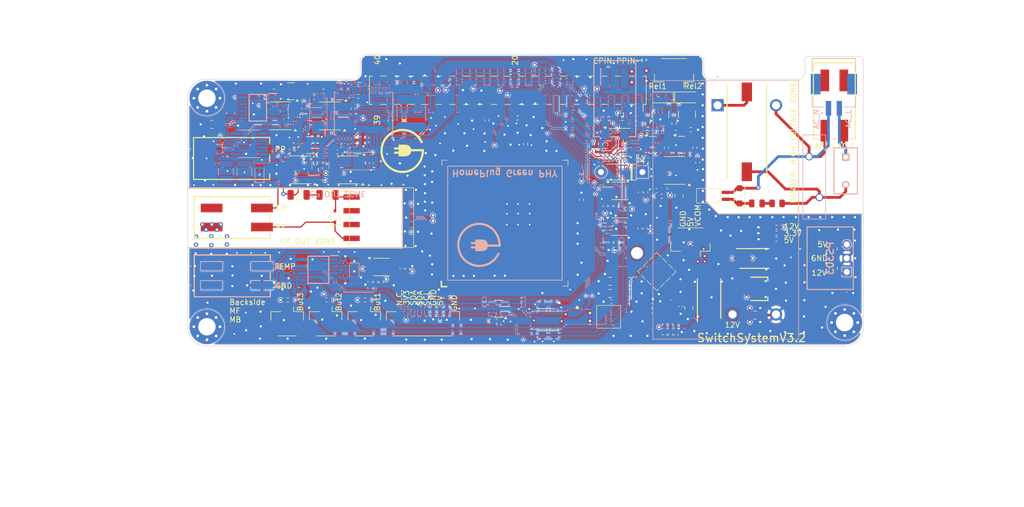
<source format=kicad_pcb>
(kicad_pcb (version 20240108) (generator "pcbnew") (generator_version "8.0")
  (layers (0 "F.Cu" jumper) (1 "In1.Cu" power) (2 "In2.Cu" power) (3 "In3.Cu" power) (4 "In4.Cu" power) (31 "B.Cu" signal) (34 "B.Paste" user) (35 "F.Paste" user) (36 "B.SilkS" user "B.Silkscreen") (37 "F.SilkS" user "F.Silkscreen") (38 "B.Mask" user) (39 "F.Mask" user) (44 "Edge.Cuts" user))
  (net 0 "")
  (net 2 "GND")
  (net 3 "/CPIn")
  (net 4 "+12V")
  (net 6 "+3V3")
  (net 7 "/RelayCont1")
  (net 8 "/RelayCont2")
  (net 9 "+5V")
  (net 10 "/RedBeet/SCLK_B")
  (net 12 "/SDA")
  (net 13 "/SCL")
  (net 14 "/PWMCP")
  (net 15 "/RedBeet/MOSI_B")
  (net 16 "/MOSI")
  (net 17 "/MISO")
  (net 18 "/SCLK")
  (net 19 "/RedBeet/GPIO1_B")
  (net 22 "/RedBeet/MISO_B")
  (net 24 "/But1")
  (net 25 "/Interrupt")
  (net 26 "/But2")
  (net 27 "/But3")
  (net 28 "/SimSwitch")
  (net 29 "/SimReady")
  (net 30 "/AC_L")
  (net 31 "/RedBeet/V_DIV")
  (net 32 "Net-(C509-Pad2)")
  (net 33 "/CS")
  (net 34 "/INT")
  (net 35 "Net-(C512-Pad2)")
  (net 36 "/AC_N")
  (net 37 "/PPIn")
  (net 39 "/AC_DC_Converter/OUT_3v3")
  (net 40 "/AC_DC_Converter/SW")
  (net 42 "/RST_YB")
  (net 45 "/RedBeet/TX_N")
  (net 46 "/CPQCA")
  (net 49 "/RedBeet/RX_N")
  (net 54 "/RedBeet/TX_P")
  (net 57 "/RedBeet/RX_P")
  (net 60 "/RedBeet/CP_P")
  (net 65 "/InRelay1")
  (net 66 "/InRelay2")
  (net 70 "/AC_DC_Converter/FB")
  (net 71 "/AC_DC_Converter/EN")
  (net 72 "/AC_DC_Converter/BST")
  (net 73 "/CPRead")
  (net 86 "/PE")
  (net 91 "/RedBeet/ZC_IN")
  (net 92 "/RedBeet/INV_BUFF")
  (net 93 "/RedBeet/ZC_OPTO")
  (net 94 "/CPSwitchCircuit/PWM_OUT")
  (net 95 "/PPControl1")
  (net 96 "/PPControl2")
  (net 97 "/CPControl2")
  (net 98 "/CPControl1")
  (net 99 "/AC_DC_Converter/AC_L_IN")
  (net 100 "/RedBeet/A_AC_L")
  (net 101 "/CPSwitchCircuit/CAP-")
  (net 102 "/CPSwitchCircuit/Cap+")
  (net 103 "/CPSwitchCircuit/OP_VIN-")
  (net 104 "/CPSwitchCircuit/EVSIM_IN")
  (net 105 "/AC_DC_Converter/BUCK_F1")
  (net 106 "/AC_DC_Converter/BUCK_F2")
  (net 107 "/AC_DC_Converter/BUCK_F3")
  (net 108 "/ADCPPRead/VIN_ADC1")
  (net 109 "/3V3_Anode")
  (net 110 "/5V_Anode")
  (net 111 "/12V_Anode")
  (net 112 "/CPSwitchCircuit/EV9V")
  (net 113 "/CPSwitchCircuit/OP_DIV")
  (net 114 "/CPSwitchCircuit/OP_OUT")
  (net 115 "/ADCPPRead/VIN_ADC3")
  (net 116 "/TEMP_SENSE")
  (net 117 "/OUT_M1")
  (net 118 "/OUT_M2")
  (net 119 "/RIN")
  (net 120 "/FIN")
  (net 121 "Net-(U209-CAP-)")
  (net 122 "VCOM")
  (net 123 "Net-(U209-CAP+)")
  (net 132 "/PP")
  (net 133 "/CP")
  (net 134 "/CPSwitchCircuit/VOUT_CPUMP")
  (net 136 "/CPSwitchCircuit/CPQCA_T")
  (net 137 "Net-(Q202-B)")
  (net 138 "/CPSwitchCircuit/PPIN_T")
  (net 139 "Net-(Q203-B)")
  (net 140 "Net-(Q204-B)")
  (net 141 "/CPSwitchCircuit/CPIN_T")
  (net 142 "/CPSwitchCircuit/PPGEN_T")
  (net 143 "Net-(Q206-B)")
  (net 144 "Net-(Q201-B)")
  (net 145 "/CPSwitchCircuit/6VON")
  (net 146 "Net-(Q205-B)")
  (net 147 "/CPSwitchCircuit/9VON")
  (net 148 "Net-(Q208-B)")
  (net 149 "Net-(R223-Pad2)")
  (net 157 "Net-(J103-Pin_2)")
  (net 158 "Net-(Q206-E)")
  (net 175 "Net-(R221-Pad2)")
  (net 176 "Net-(Q101-B)")
  (net 177 "Net-(Q103-B)")
  (footprint "Resistor_SMD:R_0402_1005Metric" (layer "F.Cu") (at 143.78 116.85)
    (property "Reference" "R103" (hide yes))
    (property "Value" "10k 1%")
  )
  (footprint "Resistor_SMD:R_0402_1005Metric" (layer "F.Cu") (at 207.065 121.3 90)
    (property "Reference" "R302" (hide yes))
    (property "Value" "47k 1%")
  )
  (footprint "Resistor_SMD:R_0402_1005Metric" (layer "F.Cu") (at 173.33 83.78 -90)
    (property "Reference" "R502" (hide yes))
    (property "Value" "0R")
  )
  (footprint "Resistor_SMD:R_0402_1005Metric" (layer "F.Cu") (at 178.95 83.34)
    (property "Reference" "R504" (hide yes))
    (property "Value" "0R")
  )
  (footprint "Capacitor_SMD:C_0402_1005Metric" (layer "F.Cu") (at 151.817235 113.530865 -90)
    (property "Reference" "C407" (hide yes))
    (property "Value" "470p")
  )
  (footprint "Resistor_SMD:R_0402_1005Metric" (layer "F.Cu") (at 226.5597 104.56 180)
    (property "Reference" "R104" (hide yes))
    (property "Value" "1k 1%")
  )
  (footprint "Capacitor_SMD:C_0402_1005Metric" (layer "F.Cu") (at 202.4475 103.675 90)
    (property "Reference" "C403" (hide yes))
    (property "Value" "4u7")
  )
  (footprint "Resistor_SMD:R_0402_1005Metric" (layer "F.Cu") (at 150.88 116.85)
    (property "Reference" "R102" (hide yes))
    (property "Value" "10k 1%")
  )
  (footprint "Resistor_SMD:R_0402_1005Metric" (layer "F.Cu") (at 211.55 88.8 90)
    (property "Reference" "R206" (hide yes))
    (property "Value" "10k 1%")
  )
  (footprint "Capacitor_SMD:C_0402_1005Metric" (layer "F.Cu") (at 196.2 117.175 180)
    (property "Reference" "C307" (hide yes))
    (property "Value" "100n")
  )
  (footprint "Resistor_SMD:R_0402_1005Metric" (layer "F.Cu") (at 149.69 77.19)
    (property "Reference" "R219" (hide yes))
    (property "Value" "5k1 5%")
  )
  (footprint "Capacitor_SMD:C_0805_2012Metric" (layer "F.Cu") (at 195.985 113.395 180)
    (property "Reference" "C311" (hide yes))
    (property "Value" "22u")
  )
  (footprint "LED_SMD:LED_0402_1005Metric" (layer "F.Cu") (at 224.5303 103.4536)
    (property "Reference" "D103" (hide yes))
    (property "Value" "RED")
  )
  (footprint "Footprints:1412410000" (layer "F.Cu") (at 126.3625 90.8 -90)
    (property "Reference" "J102" (hide yes))
    (property "Value" "1412410000" (hide yes))
  )
  (footprint "Capacitor_SMD:C_0402_1005Metric" (layer "F.Cu") (at 179.58 116.79 180)
    (property "Reference" "C505" (hide yes))
    (property "Value" "100n")
  )
  (footprint "Package_SO:MSOP-8_3x3mm_P0.65mm" (layer "F.Cu") (at 197.776035 96.754065)
    (property "Reference" "U402" (hide yes))
    (property "Value" "ADC081C021CIMM")
  )
  (footprint "Capacitor_SMD:C_0402_1005Metric" (layer "F.Cu") (at 179.58 117.79 180)
    (property "Reference" "C504" (hide yes))
    (property "Value" "1u")
  )
  (footprint "Capacitor_SMD:C_1206_3216Metric" (layer "F.Cu") (at 144 97.5 180)
    (property "Reference" "C509" (hide yes))
    (property "Value" "2n2 2kV")
  )
  (footprint "Capacitor_SMD:C_0402_1005Metric" (layer "F.Cu") (at 196.091035 99.564065 -90)
    (property "Reference" "C404" (hide yes))
    (property "Value" "470p")
  )
  (footprint "Resistor_SMD:R_0402_1005Metric" (layer "F.Cu") (at 146.56 88.36)
    (property "Reference" "R213" (hide yes))
    (property "Value" "10k 1%")
  )
  (footprint "MountingHole:MountingHole_3.2mm_M3_Pad_Via" (layer "F.Cu") (at 121.82 121.77)
    (property "Reference" "H101" (hide yes))
    (property "Value" "MH")
  )
  (footprint "Capacitor_SMD:C_0805_2012Metric" (layer "F.Cu") (at 222.97 99.07)
    (property "Reference" "C512" (hide yes))
    (property "Value" "2n2 1kV")
  )
  (footprint "Capacitor_SMD:C_0402_1005Metric" (layer "F.Cu") (at 172.8175 117.2 -90)
    (property "Reference" "C506" (hide yes))
    (property "Value" "1n")
  )
  (footprint "Capacitor_SMD:C_0402_1005Metric" (layer "F.Cu") (at 202.9714 91.0336)
    (property "Reference" "C220" (hide yes))
    (property "Value" "100n")
  )
  (footprint "Resistor_SMD:R_0402_1005Metric" (layer "F.Cu") (at 208.05 86 180)
    (property "Reference" "R205" (hide yes))
    (property "Value" "5k1 5%")
  )
  (footprint "MountingHole:MountingHole_2.2mm_M2_Pad_TopOnly" (layer "F.Cu") (at 200.914 108.204)
    (property "Reference" "H104" (hide yes))
    (property "Value" "MH")
  )
  (footprint "Package_TO_SOT_SMD:SOT-23" (layer "F.Cu") (at 149.5625 88.3625 180)
    (property "Reference" "Q203" (hide yes))
    (property "Value" "MMBT2222A")
  )
  (footprint "Capacitor_SMD:C_0402_1005Metric" (layer "F.Cu") (at 139.655 81.575 90)
    (property "Reference" "C210" (hide yes))
    (property "Value" "100n")
  )
  (footprint "Capacitor_SMD:C_0402_1005Metric" (layer "F.Cu") (at 212.0646 91.55 90)
    (property "Reference" "C218" (hide yes))
    (property "Value" "100n")
  )
  (footprint "Capacitor_SMD:C_0805_2012Metric" (layer "F.Cu") (at 210.45 118.3 -90)
    (property "Reference" "C314" (hide yes))
    (property "Value" "1u 0805")
  )
  (footprint "Resistor_SMD:R_0402_1005Metric" (layer "F.Cu") (at 206.4867 96.7106)
    (property "Reference" "R507" (hide yes))
    (property "Value" "39k 1%")
  )
  (footprint "Footprints:1412410000" (layer "F.Cu") (at 237.2 80.2 180)
    (property "Reference" "J107" (hide yes))
    (property "Value" "1412410000" (hide yes))
  )
  (footprint "Resistor_SMD:R_0402_1005Metric" (layer "F.Cu") (at 198.11 106.26 -90)
    (property "Reference" "R209" (hide yes))
    (property "Value" "240k 1%")
  )
  (footprint "Resistor_SMD:R_0402_1005Metric" (layer "F.Cu") (at 205.45 97.75)
    (property "Reference" "R506" (hide yes))
    (property "Value" "100R 1%")
  )
  (footprint "Resistor_SMD:R_0402_1005Metric" (layer "F.Cu") (at 195.066035 99.564065 -90)
    (property "Reference" "R403" (hide yes))
    (property "Value" "5k1 5%")
  )
  (footprint "MPI40_Inductor:MPI40_Inductor" (layer "F.Cu") (at 195.707 119.9388 90)
    (property "Reference" "L301" (hide yes))
    (property "Value" "MPI40")
  )
  (footprint "Resistor_SMD:R_0402_1005Metric" (layer "F.Cu") (at 197.091035 99.564065 90)
    (property "Reference" "R402" (hide yes))
    (property "Value" "10k 1%")
  )
  (footprint "EEE-1CA100SR:EEE1AA220WR" (layer "F.Cu") (at 222.825 114.8)
    (property "Reference" "C301" (hide yes))
    (property "Value" "10u 20% 16V" (hide yes))
  )
  (footprint "Capacitor_SMD:C_0805_2012Metric" (layer "F.Cu") (at 183.5435 118.7885 90)
    (property "Reference" "C501" (hide yes))
    (property "Value" "1u 0805")
  )
  (footprint "Connector_JST:JST_GH_SM03B-GHS-TB_1x03-1MP_P1.25mm_Horizontal" (layer "F.Cu") (at 207.7212 74.9808 180)
    (property "Reference" "J112" (hide yes))
    (property "Value" "SM03B-GHS-TB")
  )
  (footprint "Resistor_SMD:R_0805_2012Metric" (layer "F.Cu") (at 226.6742 99.0606)
    (property "Reference" "R508" (hide yes))
    (property "Value" "820k 1/3W")
  )
  (footprint "Capacitor_SMD:C_0805_2012Metric" (layer "F.Cu") (at 208.6367 97.67 -90)
    (property "Reference" "C510" (hide yes))
    (property "Value" "220n")
  )
  (footprint "Resistor_SMD:R_0402_1005Metric" (layer "F.Cu") (at 190.7 93.7 90)
    (property "Reference" "R501" (hide yes))
    (property "Value" "10k 1%")
  )
  (footprint "Package_SO:SOIC-8_3.9x4.9mm_P1.27mm" (layer "F.Cu") (at 144.44 82.96 180)
    (property "Reference" "U204" (hide yes))
    (property "Value" "ADG417BR")
  )
  (footprint "Capacitor_SMD:C_0402_1005Metric" (layer "F.Cu") (at 148.725 81.635 90)
    (property "Reference" "C209" (hide yes))
    (property "Value" "100n")
  )
  (footprint "Capacitor_SMD:C_0402_1005Metric" (layer "F.Cu") (at 201.0156 91.0336)
    (property "Reference" "C215" (hide yes))
    (property "Value" "100n")
  )
  (footprint "Capacitor_SMD:C_0402_1005Metric" (layer "F.Cu") (at 201.4475 103.685 90)
    (property "Reference" "C402" (hide yes))
    (property "Value" "100n")
  )
  (footprint "Capacitor_SMD:C_0402_1005Metric" (layer "F.Cu") (at 152.03 91.63 90)
    (property "Reference" "C212" (hide yes))
    (property "Value" "100n")
  )
  (footprint "Resistor_SMD:R_0402_1005Metric" (layer "F.Cu") (at 206.025 123.25 90)
    (property "Reference" "R303" (hide yes))
    (property "Value" "10R 1%")
  )
  (footprint "Capacitor_SMD:C_0402_1005Metric" (layer "F.Cu") (at 201.526035 97.018865 90)
    (property "Reference" "C405" (hide yes))
    (property "Value" "100n")
  )
  (footprint "Capacitor_SMD:C_0805_2012Metric" (layer "F.Cu") (at 199.635 115.625)
    (property "Reference" "C309" (hide yes))
    (property "Value" "10u")
  )
  (footprint "Capacitor_SMD:C_0402_1005Metric" (layer "F.Cu") (at 208.105 123.245 90)
    (property "Reference" "C313" (hide yes))
    (property "Value" "10p")
  )
  (footprint "Footprints:DIOM5436X261N" (layer "F.Cu") (at 222.5 109.2)
    (property "Reference" "D301" (hide yes))
    (property "Value" "SMBJ20A" (hide yes))
  )
  (footprint "Resistor_SMD:R_0402_1005Metric" (layer "F.Cu") (at 207.075 123.25 -90)
    (property "Reference" "R304" (hide yes))
    (property "Value" "40k2 1%")
  )
  (footprint "Package_TO_SOT_SMD:SOT-23" (layer "F.Cu") (at 209.0397 88.2752)
    (property "Reference" "Q202" (hide yes))
    (property "Value" "MMBT2222A")
  )
  (footprint "Resistor_SMD:R_0402_1005Metric" (layer "F.Cu") (at 200.7108 83.3596 180)
    (property "Reference" "R222" (hide yes))
    (property "Value" "2K74 1%")
  )
  (footprint "Capacitor_SMD:C_0402_1005Metric" (layer "F.Cu") (at 132.41 79.57)
    (property "Reference" "C213" (hide yes))
    (property "Value" "100n")
  )
  (footprint "Diode_SMD:D_SOD-123F" (layer "F.Cu") (at 219.77 97.67 90)
    (property "Reference" "D502" (hide yes))
    (property "Value" "SM4007PL")
  )
  (footprint "Diode_SMD:D_SOD-123F" (layer "F.Cu") (at 210.058 79.5528)
    (property "Reference" "D104" (hide yes))
    (property "Value" "1N4148W")
  )
  (footprint "Capacitor_SMD:C_0805_2012Metric" (layer "F.Cu") (at 199.625 113.445)
    (property "Reference" "C312" (hide yes))
    (property "Value" "22u")
  )
  (footprint "Diode_SMD:D_SOD-123F" (layer "F.Cu") (at 205.3844 79.5528 180)
    (property "Reference" "D105" (hide yes))
    (property "Value" "1N4148W")
  )
  (footprint "Capacitor_SMD:C_0402_1005Metric" (layer "F.Cu") (at 175.06 120.74)
    (property "Reference" "C507" (hide yes))
    (property "Value" "100n")
  )
  (footprint "Capacitor_SMD:C_0805_2012Metric" (layer "F.Cu") (at 237 107.45 90)
    (property "Reference" "C319" (hide yes))
    (property "Value" "22u")
  )
  (footprint "Capacitor_SMD:C_0402_1005Metric" (layer "F.Cu") (at 203.725 118.9 180)
    (property "Reference" "C317" (hide yes))
    (property "Value" "1u")
  )
  (footprint "Connector_JST:JST_GH_BM02B-GHS-TBT_1x02-1MP_P1.25mm_Vertical" (layer "F.Cu") (at 150.755 120.85 180)
    (property "Reference" "J105" (hide yes))
    (property "Value" "BM02B-GHS-TBT")
  )
  (footprint "LED_SMD:LED_0402_1005Metric" (layer "F.Cu") (at 224.5253 104.56)
    (property "Reference" "D101" (hide yes))
    (property "Value" "RED")
  )
  (footprint "Resistor_SMD:R_0402_1005Metric" (layer "F.Cu") (at 158.09 83.8 90)
    (property "Reference" "R211" (hide yes))
    (property "Value" "5k1 5%")
  )
  (footprint "Diode_THT:D_DO-41_SOD81_P7.62mm_Horizontal" (layer "F.Cu") (at 201.9046 93.2942 180)
    (property "Reference" "D202" (hide yes))
    (property "Value" "1N4934")
  )
  (footprint "Package_TO_SOT_SMD:SOT-23" (layer "F.Cu") (at 203.8 88.3)
    (property "Reference" "Q204" (hide yes))
    (property "Value" "MMBT2222A")
  )
  (footprint "Resistor_SMD:R_0402_1005Metric" (layer "F.Cu") (at 198.62 100.08)
    (property "Reference" "R401" (hide yes))
    (property "Value" "1k 1%")
  )
  (footprint "Resistor_SMD:R_0402_1005Metric" (layer "F.Cu") (at 208.575 121.775 180)
    (property "Reference" "R305" (hide yes))
    (property "Value" "13k 1%")
  )
  (footprint "Footprints:CAPPM7343X310N" (layer "F.Cu") (at 214.17 116.59 90)
    (property "Reference" "C316" (hide yes))
    (property "Value" "22u TANT" (hide yes))
  )
  (footprint "MountingHole:MountingHole_3.2mm_M3_Pad_Via" (layer "F.Cu") (at 121.82 79.7)
    (property "Reference" "H102" (hide yes))
    (property "Value" "MH")
  )
  (footprint "Resistor_SMD:R_0402_1005Metric" (layer "F.Cu") (at 206.025 121.3 -90)
    (property "Reference" "R307" (hide yes))
    (property "Value" "100k 1%")
  )
  (footprint "Footprints:MP1479GTFZ" (layer "F.Cu") (at 206.57 118.25 180)
    (property "Reference" "IC301" (hide yes))
    (property "Value" "MP1479GTF-Z" (hide yes))
  )
  (footprint "Connector_JST:JST_GH_BM02B-GHS-TBT_1x02-1MP_P1.25mm_Vertical" (layer "F.Cu") (at 143.655 120.85 180)
    (property "Reference" "J108" (hide yes))
    (property "Value" "BM02B-GHS-TBT")
  )
  (footprint "Capacitor_SMD:C_0805_2012Metric" (layer "F.Cu") (at 185.65 122.325 -90)
    (property "Reference" "C503" (hide yes))
    (property "Value" "22u")
  )
  (footprint "Connector_PinSocket_2.54mm:PinSocket_2x20_P2.54mm_Vertical_SMD" (layer "F.Cu") (at 177.14 78.24 -90)
    (property "Reference" "J110" (hide yes))
    (property "Value" "61004021821")
  )
  (footprint "Resistor_SMD:R_0402_1005Metric" (layer "F.Cu") (at 180.43 88.14 -90)
    (property "Reference" "R503" (hide yes))
    (property "Value" "0R")
  )
  (footprint "Capacitor_SMD:C_0805_2012Metric" (layer "F.Cu") (at 195.965 115.645 180)
    (property "Reference" "C310" (hide yes))
    (property "Value" "10u")
  )
  (footprint "Resistor_SMD:R_0402_1005Metric" (layer "F.Cu") (at 196.11 106.26 90)
    (property "Reference" "R210" (hide yes))
    (property "Value" "82k 1%")
  )
  (footprint "Resistor_SMD:R_0402_1005Metric" (layer "F.Cu") (at 197.11 106.26 -90)
    (property "Reference" "R207" (hide yes))
    (property "Value" "56k 1%")
  )
  (footprint "Resistor_SMD:R_0402_1005Metric" (layer "F.Cu") (at 210.8 85.5 180)
    (property "Reference" "R108" (hide yes))
    (property "Value" "0R")
  )
  (footprint "Capacitor_SMD:C_0402_1005Metric" (layer "F.Cu") (at 137.01 89.51 180)
    (property "Reference" "C217" (hide yes))
    (property "Value" "100n")
  )
  (footprint "LED_SMD:LED_0402_1005Metric" (layer "F.Cu") (at 224.5248 105.67)
    (property "Reference" "D102" (hide yes))
    (property "Value" "RED")
  )
  (footprint "Package_TO_SOT_SMD:SOT-23-5" (layer "F.Cu") (at 175.45 118.48 180)
    (property "Reference" "U501" (hide yes))
    (property "Value" "LM321")
  )
  (footprint "Resistor_SMD:R_0402_1005Metric" (layer "F.Cu") (at 202.9 84.2 -90)
    (property "Reference" "R110" (hide yes))
    (property "Value" "5k1 5%")
  )
  (footprint "Capacitor_SMD:C_0805_2012Metric" (layer "F.Cu") (at 185.6535 118.7885 90)
    (property "Reference" "C305" (hide yes))
    (property "Value" "22u")
  )
  (footprint "Capacitor_SMD:C_0402_1005Metric" (layer "F.Cu") (at 182.05 119.035 90)
    (property "Reference" "C502" (hide yes))
    (property "Value" "100n")
  )
  (footprint "Logo:GLogo" (layer "F.Cu") (at 157.734 89.408)
    (property "Reference" "G***" (hide yes))
    (property "Value" "LOGO" (hide yes))
  )
  (footprint "Resistor_SMD:R_0402_1005Metric" (layer "F.Cu") (at 195.68 83.42 180)
    (property "Reference" "R405" (hide yes))
    (property "Value" "5k1 5%")
  )
  (footprint "Package_SO:SOIC-8_3.9x4.9mm_P1.27mm" (layer "F.Cu") (at 207.8228 92.9894 180)
    (property "Reference" "U205" (hide yes))
    (property "Value" "ADG417BR")
  )
  (footprint "Package_SO:SOIC-8_3.9x4.9mm_P1.27mm" (layer "F.Cu") (at 197.7502 87.8078)
    (property "Reference" "U208" (hide yes))
    (property "Value" "ADG417BR")
  )
  (footprint "Capacitor_SMD:C_0402_1005Metric" (layer "F.Cu") (at 158.7125 111.085 90)
    (property "Reference" "C409" (hide yes))
    (property "Value" "4u7")
  )
  (footprint "Package_TO_SOT_SMD:SOT-23" (layer "F.Cu") (at 205.2 82.7 90)
    (property "Reference" "Q101" (hide yes))
    (property "Value" "MMBT2222A")
  )
  (footprint "Resistor_SMD:R_0402_1005Metric" (layer "F.Cu") (at 134.15 78.405)
    (property "Reference" "R220" (hide yes))
    (property "Value" "10k 1%")
  )
  (footprint "Resistor_SMD:R_0402_1005Metric" (layer "F.Cu") (at 152.857235 113.550865 90)
    (property "Reference" "R407" (hide yes))
    (property "Value" "10k 1%")
  )
  (footprint "Capacitor_SMD:C_0402_1005Metric" (layer "F.Cu") (at 199.4 117.15)
    (property "Reference" "C308" (hide yes))
    (property "Value" "1u")
  )
  (footprint "Resistor_SMD:R_0402_1005Metric" (layer "F.Cu") (at 226.5717 103.45 180)
    (property "Reference" "R106" (hide yes))
    (property "Value" "1k 1%")
  )
  (footprint "Resistor_SMD:R_0402_1005Metric" (layer "F.Cu") (at 198.22 83.41 180)
    (property "Reference" "R404" (hide yes))
    (property "Value" "5k1 5%")
  )
  (footprint "Footprints:HMHA281" (layer "F.Cu") (at 214.07 97.67 90)
    (property "Reference" "Q501" (hide yes))
    (property "Value" "HMHA281")
  )
  (footprint "Resistor_SMD:R_0402_1005Metric" (layer "F.Cu") (at 203.725 117.875 180)
    (property "Reference" "R306" (hide yes))
    (property "Value" "10R 1%")
  )
  (footprint "Resistor_SMD:R_0402_1005Metric" (layer "F.Cu") (at 202.8 86 180)
    (property "Reference" "R214" (hide yes))
    (property "Value" "5k1 5%")
  )
  (footprint "Capacitor_SMD:C_0402_1005Metric" (layer "F.Cu") (at 195.035 106.235 -90)
    (property "Reference" "C401" (hide yes))
    (property "Value" "470p")
  )
  (footprint "Capacitor_SMD:C_0402_1005Metric" (layer "F.Cu") (at 193.8274 91.1098 180)
    (property "Reference" "C208" (hide yes))
    (property "Value" "1n")
  )
  (footprint "Footprints:YT-35636" (layer "F.Cu") (at 146.925 97.880093 -90)
    (property "Reference" "U502" (hide yes))
    (property "Value" "YT-35636")
  )
  (footprint "Package_SO:SOIC-8_3.9x4.9mm_P1.27mm" (layer "F.Cu") (at 135.36 82.945 180)
    (property "Reference" "U207" (hide yes))
    (property "Value" "ADG417BR")
  )
  (footprint "Capacitor_SMD:C_0402_1005Metric" (layer "F.Cu") (at 193.45 89.1 -90)
    (property "Reference" "C216" (hide yes))
    (property "Value" "100n")
  )
  (footprint "Capacitor_SMD:C_0805_2012Metric" (layer "F.Cu") (at 183.5435 122.3485 -90)
    (property "Reference" "C304" (hide yes))
    (property "Value" "1u 0805")
  )
  (footprint "Footprints:RED-BEET_2.0" (layer "F.Cu") (at 176.62 102.69998)
    (property "Reference" "A501" (hide yes))
    (property "Value" "RED-BEET_2.0")
  )
  (footprint "Capacitor_SMD:C_0402_1005Metric" (layer "F.Cu") (at 208.94 118.05 -90)
    (property "Reference" "C315" (hide yes))
    (property "Value" "100n")
  )
  (footprint "Diode_SMD:D_SOD-323" (layer "F.Cu") (at 145.375 101.475 90)
    (property "Reference" "D501" (hide yes))
    (property "Value" "GBLC03C")
  )
  (footprint "Capacitor_SMD:C_0402_1005Metric" (layer "F.Cu") (at 204.47 96.6978 180)
    (property "Reference" "C508" (hide yes))
    (property "Value" "1u")
  )
  (footprint "Capacitor_SMD:C_0402_1005Metric" (layer "F.Cu") (at 202.526035 97.018865 90)
    (property "Reference" "C406" (hide yes))
    (property "Value" "4u7")
  )
  (footprint "Capacitor_SMD:C_0402_1005Metric" (layer "F.Cu") (at 143.35 91.59 90)
    (property "Reference" "C211" (hide yes))
    (property "Value" "100n")
  )
  (footprint "Capacitor_SMD:C_0402_1005Metric" (layer "F.Cu") (at 182.02 122.12 -90)
    (property "Reference" "C303" (hide yes))
    (property "Value" "100n")
  )
  (footprint "6TPE150MAZB:POSCAP_B1_B1S_B1G_B15G_B2_B2S" (layer "F.Cu") (at 189.925 121.1 -90)
    (property "Reference" "C306" (hide yes))
    (property "Value" "150u" (hide yes))
  )
  (footprint "Capacitor_SMD:C_1206_3216Metric" (layer "F.Cu") (at 138.68 97.49 180)
    (property "Reference" "C511" (hide yes))
    (property "Value" "2n2 2kV")
  )
  (footprint "Package_SO:MSOP-8_3x3mm_P0.65mm" (layer "F.Cu") (at 197.7375 103.345)
    (property "Reference" "U401" (hide yes))
    (property "Value" "ADC081C021CIMM")
  )
  (footprint "Resistor_SMD:R_0402_1005Metric" (layer "F.Cu") (at 153.867235 113.560865 90)
    (property "Reference" "R406" (hide yes))
    (property "Value" "1k 1%")
  )
  (footprint "Resistor_SMD:R_0402_1005Metric" (layer "F.Cu") (at 136.68 116.85)
    (property "Reference" "R101" (hide yes))
    (property "Value" "10k 1%")
  )
  (footprint "Connector_JST:JST_GH_BM08B-GHS-TBT_1x08-1MP_P1.25mm_Vertical" (layer "F.Cu") (at 161.555 120.85 180)
    (property "Reference" "J109" (hide yes))
    (property "Value" "BM08B-GHS-TBT")
  )
  (footprint "Resistor_SMD:R_0402_1005Metric" (layer "F.Cu") (at 206.3242 88.8 90)
    (property "Reference" "R215" (hide yes))
    (property "Value" "10k 1%")
  )
  (footprint "Capacitor_SMD:C_0402_1005Metric" (layer "F.Cu") (at 141.5 79.58)
    (property "Reference" "C214" (hide yes))
    (property "Value" "100n")
  )
  (footprint "Package_SO:MSOP-8_3x3mm_P0.65mm" (layer "F.Cu") (at 153.9325 110.775)
    (property "Reference" "U403" (hide yes))
    (property "Value" "ADC081C021CIMM")
  )
  (footprint "Capacitor_SMD:C_0805_2012Metric" (layer "F.Cu") (at 222.6148 119.623)
    (property "Reference" "C302" (hide yes))
    (property "Value" "1u 0805")
  )
  (footprint "Resistor_SMD:R_0402_1005Metric" (layer "F.Cu") (at 137.77 88.33)
    (property "Reference" "R203" (hide yes))
    (property "Value" "10k 1%")
  )
  (footprint "Resistor_SMD:R_0402_1005Metric" (layer "F.Cu") (at 205.8 85.2)
    (property "Reference" "R109" (hide yes))
    (property "Value" "100k 1%")
  )
  (footprint "Footprints:RESM17073X710N" (layer "F.Cu") (at 221.11 85.89 -90)
    (property "Reference" "R301" (hide yes))
    (property "Value" "6R8" (hide yes))
  )
  (footprint "Capacitor_SMD:C_0805_2012Metric" (layer "F.Cu") (at 237 111 -90)
    (property "Reference" "C318" (hide yes))
    (property "Value" "10u")
  )
  (footprint "Resistor_SMD:R_0402_1005Metric" (layer "F.Cu") (at 149.68 79.36)
    (property "Reference" "R216" (hide yes))
    (property "Value" "5k1 5%")
  )
  (footprint "Package_SO:SOIC-8_3.9x4.9mm_P1.27mm" (layer "F.Cu") (at 147.775 92.895 180)
    (property "Reference" "U206" (hide yes))
    (property "Value" "ADG417BR")
  )
  (footprint "Resistor_SMD:R_0402_1005Metric" (layer "F.Cu") (at 200.7108 84.4296 180)
    (property "Reference" "R223" (hide yes))
    (property "Value" "1K3 1%")
  )
  (footprint "Capacitor_SMD:C_0402_1005Metric" (layer "F.Cu") (at 157.6925 111.085 90)
    (property "Reference" "C408" (hide yes))
    (property "Value" "100n")
  )
  (footprint "Connector_JST:JST_GH_BM02B-GHS-TBT_1x02-1MP_P1.25mm_Vertical" (layer "F.Cu") (at 136.58 120.85 180)
    (property "Reference" "J106" (hide yes))
    (property "Value" "BM02B-GHS-TBT")
  )
  (footprint "Footprints:1412410000" (layer "F.Cu") (at 126.4725 112.4 -90)
    (property "Reference" "J113" (hide yes))
    (property "Value" "1412410000" (hide yes))
  )
  (footprint "Package_TO_SOT_SMD:SOT-23" (layer "F.Cu") (at 137.2625 78.425 180)
    (property "Reference" "Q208" (hide yes))
    (property "Value" "MMBT2222A")
  )
  (footprint "Connector_JST:JST_GH_SM03B-GHS-TB_1x03-1MP_P1.25mm_Horizontal" (layer "F.Cu") (at 210.73 106.14 180)
    (property "Reference" "J114" (hide yes))
    (property "Value" "SM03B-GHS-TB")
  )
  (footprint "MountingHole:MountingHole_3.2mm_M3_Pad_Via" (layer "F.Cu") (at 239.1 121)
    (property "Reference" "H103" (hide yes))
    (property "Value" "MH")
  )
  (footprint "Package_TO_SOT_SMD:SOT-23" (layer "F.Cu") (at 140.7575 88.33 180)
    (property "Reference" "Q201" (hide yes))
    (property "Value" "MMBT2222A")
  )
  (footprint "Package_TO_SOT_SMD:SOT-23" (layer "F.Cu") (at 146.205 78.4175 180)
    (property "Reference" "Q205" (hide yes))
    (property "Value" "MMBT2222A")
  )
  (footprint "Resistor_SMD:R_0805_2012Metric" (layer "F.Cu") (at 122.68 84.51)
    (property "Reference" "R221" (hide yes))
    (property "Value" "1k  5%")
  )
  (footprint "Package_TO_SOT_SMD:SOT-23" (layer "F.Cu") (at 210.1 82.7 90)
    (property "Reference" "Q103" (hide yes))
    (property "Value" "MMBT2222A")
  )
  (footprint "Resistor_SMD:R_0402_1005Metric" (layer "F.Cu") (at 155.54 83.83 90)
    (property "Reference" "R201" (hide yes))
    (property "Value" "5k1 5%")
  )
  (footprint "Footprints:1412410000" (layer "F.Cu") (at 126.4625 101.66 -90)
    (property "Reference" "J104" (hide yes))
    (property "Value" "1412410000" (hide yes))
  )
  (footprint "HER4027-100M:HER4027-100M" (layer "F.Cu") (at 204.575 111.625 -90)
    (property "Reference" "L302" (hide yes))
    (property "Value" "HER4027")
  )
  (footprint "Resistor_SMD:R_0402_1005Metric" (layer "F.Cu") (at 226.5408 105.67 180)
    (property "Reference" "R105" (hide yes))
    (property "Value" "1k 1%")
  )
  (footprint "Resistor_SMD:R_0402_1005Metric" (layer "F.Cu") (at 190.7 98.4 90)
    (property "Reference" "R505" (hide yes))
    (property "Value" "10k 1%")
  )
  (footprint "Resistor_SMD:R_0402_1005Metric" (layer "F.Cu") (at 207.7 84.4 -90)
    (property "Reference" "R107" (hide yes))
    (property "Value" "5k1 5%")
  )
  (footprint "Capacitor_SMD:C_0402_1005Metric" (layer "F.Cu") (at 145.795 89.595 180)
    (property "Reference" "C219" (hide yes))
    (property "Value" "100n")
  )
  (footprint "Package_SO:SOIC-8_3.9x4.9mm_P1.27mm" (layer "F.Cu") (at 139 92.88 180)
    (property "Reference" "U203" (hide yes))
    (property "Value" "ADG417BR")
  )
  (footprint "Resistor_SMD:R_0402_1005Metric" (layer "F.Cu") (at 143.24 78.41)
    (property "Reference" "R218" (hide yes))
    (property "Value" "10k 1%")
  )
  (footprint "Footprints:1412410000" (layer "B.Cu") (at 196.84 79.775)
    (property "Reference" "J101" (hide yes))
    (property "Value" "1412410000" (hide yes))
  )
  (footprint "Diode_SMD:D_SOD-323" (layer "B.Cu") (at 131.4775 93.6175 90)
    (property "Reference" "D201" (hide yes))
    (property "Value" "GBLC12C")
  )
  (footprint "SS-5H-3.15A-APH:SS5H315AAPH" (layer "B.Cu") (at 239.3 90.53 -90)
    (property "Reference" "F101" (hide yes))
    (property "Value" "3.15A" (hide yes))
  )
  (footprint "Footprints:R78K5020" (layer "B.Cu") (at 239.49 111.69 90)
    (property "Reference" "PS303")
    (property "Value" "R-78K5.0-2.0" (hide yes))
  )
  (footprint "Capacitor_SMD:C_0805_2012Metric" (layer "B.Cu") (at 126.17 82.44 -90)
    (property "Reference" "C202" (hide yes))
    (property "Value" "10u")
  )
  (footprint "Footprints:JST_SM02B-PASS-TBT_LF__SN_" (layer "B.Cu") (at 237.12 77.66 180)
    (property "Reference" "J103" (hide yes))
    (property "Value" "SM02B-PASS-TBT")
  )
  (footprint "Inductor_SMD:L_1210_3225Metric" (layer "B.Cu") (at 125.31 93.2 90)
    (property "Reference" "L201" (hide yes))
    (property "Value" "220u")
  )
  (footprint "Footprints:SO-16_SW_LIT" (layer "B.Cu") (at 150.625 82.5439 90)
    (property "Reference" "U209" (hide yes))
    (property "Value" "LT1054CSW-PBF")
  )
  (footprint "Capacitor_SMD:C_0402_1005Metric" (layer "B.Cu") (at 147.27 112.3575 -90)
    (property "Reference" "C104" (hide yes))
    (property "Value" "100n")
  )
  (footprint "Resistor_SMD:R_0402_1005Metric" (layer "B.Cu") (at 141.75 89.1 90)
    (property "Reference" "R217" (hide yes))
    (property "Value" "10k 1%")
  )
  (footprint "Footprints:T491C" (layer "B.Cu") (at 149.73 91.3 180)
    (property "Reference" "C206" (hide yes))
    (property "Value" "100uF" (hide yes))
  )
  (footprint "Footprints:SOIC127P600X175-8N" (layer "B.Cu") (at 131.18 81.45 180)
    (property "Reference" "IC201" (hide yes))
    (property "Value" "TC1044SCOA" (hide yes))
  )
  (footprint "Diode_SMD:D_SOD-323" (layer "B.Cu") (at 148.91 111.64 -90)
    (property "Reference" "D106" (hide yes))
    (property "Value" "GBLC12C")
  )
  (footprint "Capacitor_SMD:C_0402_1005Metric" (layer "B.Cu") (at 147.26 110.1075 90)
    (property "Reference" "C102" (hide yes))
    (property "Value" "100n")
  )
  (footprint "Capacitor_SMD:C_0805_2012Metric" (layer "B.Cu") (at 138.76 115.29)
    (property "Reference" "C103" (hide yes))
    (property "Value" "10u")
  )
  (footprint "Logo:GLogo" (layer "B.Cu") (at 171.84791 106.700376)
    (property "Reference" "G***")
    (property "Value" "LOGO" (hide yes))
  )
  (footprint "Capacitor_SMD:C_0402_1005Metric" (layer "B.Cu") (at 133.94 89.52 90)
    (property "Reference" "C205" (hide yes))
    (property "Value" "100n")
  )
  (footprint "Footprints:1412410000" (layer "B.Cu") (at 126.4725 112.4 90)
    (property "Reference" "J111" (hide yes))
    (property "Value" "1412410000" (hide yes))
  )
  (footprint "Footprints:CONV_LD15-23B12R2" (layer "B.Cu") (at 217.23 100.25 -90)
    (property "Reference" "PS301" (hide yes))
    (property "Value" "LD15-23B12R2")
  )
  (footprint "Footprints:SOIC127P620X160-8N" (layer "B.Cu") (at 142.31 111.2875 180)
    (property "Reference" "M101" (hide yes))
    (property "Value" "BD6231F-E2" (hide yes))
  )
  (footprint "Capacitor_SMD:C_0805_2012Metric" (layer "B.Cu") (at 136.04 82.08 -90)
    (property "Reference" "C201" (hide yes))
    (property "Value" "10u")
  )
  (footprint "Capacitor_SMD:C_2220_5750Metric" (layer "B.Cu") (at 159.4 82.5 -90)
    (property "Reference" "C204" (hide yes))
    (property "Value" "2uF")
  )
  (footprint "Resistor_SMD:R_0402_1005Metric" (layer "B.Cu") (at 124.77 88.5)
    (property "Reference" "R202" (hide yes))
    (property "Value" "100k 1%")
  )
  (footprint "Resistor_SMD:R_0402_1005Metric" (layer "B.Cu") (at 124.77 87.47 180)
    (property "Reference" "R204" (hide yes))
    (property "Value" "100k 1%")
  )
  (footprint "Capacitor_SMD:C_0402_1005Metric" (layer "B.Cu") (at 137.31 111.92 180)
    (property "Reference" "C101" (hide yes))
    (property "Value" "100n")
  )
  (footprint "Capacitor_SMD:C_0402_1005Metric" (layer "B.Cu") (at 126.06 84.75)
    (property "Reference" "C203" (hide yes))
    (property "Value" "100n")
  )
  (footprint "Footprints:VAR_B72214S0131K101" (layer "B.Cu") (at 233.5 94.2 90)
    (property "Reference" "RV301" (hide yes))
    (property "Value" "B72214S0351K101")
  )
  (footprint "Resistor_SMD:R_0402_1005Metric" (layer "B.Cu") (at 124.83 90 180)
    (property "Reference" "R208" (hide yes))
    (property "Value" "1k 1%")
  )
  (footprint "Footprints:SOIC127P599X175-8N" (layer "B.Cu") (at 129.615 88.1)
    (property "Reference" "U201" (hide yes))
    (property "Value" "LF353")
  )
  (footprint "Package_TO_SOT_SMD:SOT-23" (layer "B.Cu") (at 142.7 92.0625 -90)
    (property "Reference" "Q206" (hide yes))
    (property "Value" "MMBT2222A")
  )
  (footprint "Footprints:T491C" (layer "B.Cu") (at 142.3 82.6 90)
    (property "Reference" "C207" (hide yes))
    (property "Value" "100uF" (hide yes))
  )
  (footprint "Resistor_SMD:R_1210_3225Metric" (layer "B.Cu") (at 128.71 93.21 -90)
    (property "Reference" "R212" (hide yes))
    (property "Value" "220R 1%")
  )
  (gr_line (start 213.614 76.454) (end 213.614 98.679) (stroke (width 0.15)) (layer "B.SilkS"))
  (gr_line (start 187.15 92.2) (end 166.1 92.2) (stroke (width 0.15)) (layer "B.SilkS"))
  (gr_line (start 215.9 100.965) (end 242.443 100.965) (stroke (width 0.15)) (layer "B.SilkS"))
  (gr_line (start 157.75 107.25) (end 118.37 107.25) (stroke (width 0.2)) (layer "B.SilkS"))
  (gr_line (start 118.33 96.25) (end 157.75 96.25) (stroke (width 0.2)) (layer "B.SilkS"))
  (gr_line (start 157.75 96.25) (end 157.75 107.25) (stroke (width 0.2)) (layer "B.SilkS"))
  (gr_line (start 166.1 113.2) (end 187.15 113.2) (stroke (width 0.15)) (layer "B.SilkS"))
  (gr_line (start 187.15 113.2) (end 187.15 92.2) (stroke (width 0.15)) (layer "B.SilkS"))
  (gr_line (start 166.1 92.2) (end 166.1 113.2) (stroke (width 0.15)) (layer "B.SilkS"))
  (gr_line (start 213.614 98.679) (end 215.9 100.965) (stroke (width 0.15)) (layer "B.SilkS"))
  (gr_line (start 213.614 75.9) (end 213.614 98.679) (stroke (width 0.15)) (layer "F.SilkS"))
  (gr_line (start 157.75 107.25) (end 118.39 107.25) (stroke (width 0.2)) (layer "F.SilkS"))
  (gr_line (start 157.75 96.25) (end 157.75 107.25) (stroke (width 0.2)) (layer "F.SilkS"))
  (gr_line (start 215.9 100.965) (end 242.443 100.965) (stroke (width 0.15)) (layer "F.SilkS"))
  (gr_line (start 118.34 96.24) (end 157.75 96.24) (stroke (width 0.2)) (layer "F.SilkS"))
  (gr_line (start 213.614 98.679) (end 215.9 100.965) (stroke (width 0.15)) (layer "F.SilkS"))
  (gr_arc (start 211.8868 71.6) (mid 212.806039 71.980761) (end 213.1868 72.9) (stroke (width 0.1)) (layer "Edge.Cuts"))
  (gr_arc (start 242 72) (mid 242.353553 72.146447) (end 242.5 72.5) (stroke (width 0.1)) (layer "Edge.Cuts"))
  (gr_line (start 231.8 74.9) (end 231.8 72.5) (stroke (width 0.1)) (layer "Edge.Cuts"))
  (gr_line (start 213.1868 74.9) (end 213.1868 72.9) (stroke (width 0.1)) (layer "Edge.Cuts"))
  (gr_arc (start 150.01 74.9) (mid 149.629239 75.819239) (end 148.71 76.2) (stroke (width 0.1)) (layer "Edge.Cuts"))
  (gr_line (start 150.01 74.9) (end 150.01 72.9) (stroke (width 0.1)) (layer "Edge.Cuts"))
  (gr_arc (start 231.8 72.5) (mid 231.946447 72.146447) (end 232.3 72) (stroke (width 0.1)) (layer "Edge.Cuts"))
  (gr_arc (start 242.5 122) (mid 241.533452 124.333452) (end 239.2 125.3) (stroke (width 0.1)) (layer "Edge.Cuts"))
  (gr_line (start 242.5 72.5) (end 242.5 122) (stroke (width 0.1)) (layer "Edge.Cuts"))
  (gr_line (start 239.2 125.3) (end 121.6 125.3) (stroke (width 0.1)) (layer "Edge.Cuts"))
  (gr_line (start 211.8868 71.6) (end 151.31 71.6) (stroke (width 0.1)) (layer "Edge.Cuts"))
  (gr_line (start 118.3 122) (end 118.3 79.5) (stroke (width 0.1)) (layer "Edge.Cuts"))
  (gr_arc (start 214.4868 76.2) (mid 213.567561 75.819239) (end 213.1868 74.9) (stroke (width 0.1)) (layer "Edge.Cuts"))
  (gr_arc (start 150.01 72.9) (mid 150.390761 71.980761) (end 151.31 71.6) (stroke (width 0.1)) (layer "Edge.Cuts"))
  (gr_arc (start 118.3 79.5) (mid 119.266548 77.166548) (end 121.6 76.2) (stroke (width 0.1)) (layer "Edge.Cuts"))
  (gr_arc (start 121.6 125.3) (mid 119.266548 124.333452) (end 118.3 122) (stroke (width 0.1)) (layer "Edge.Cuts"))
  (gr_line (start 242 72) (end 232.3 72) (stroke (width 0.1)) (layer "Edge.Cuts"))
  (gr_line (start 148.71 76.2) (end 121.6 76.2) (stroke (width 0.1)) (layer "Edge.Cuts"))
  (gr_line (start 214.4868 76.2) (end 230.5 76.2) (stroke (width 0.1)) (layer "Edge.Cuts"))
  (gr_arc (start 231.8 74.9) (mid 231.419239 75.819239) (end 230.5 76.2) (stroke (width 0.1)) (layer "Edge.Cuts"))
  (gr_text "HomePlug Green PHY" (at 166.75 92.8 180) (layer "B.SilkS") (effects (font (size 1.2 1.2) (thickness 0.24) (bold yes)) (justify left bottom mirror)))
  (gr_text "PPIN" (at 199.24 87.61 90) (layer "B.SilkS") (effects (font (size 1 1)) (justify left bottom mirror)))
  (gr_text "AC_N" (at 234.5 85.5 90) (layer "B.SilkS") (effects (font (size 1 1)) (justify left bottom)))
  (gr_text "AC_L" (at 240.4 85.3 90) (layer "B.SilkS") (effects (font (size 1 1)) (justify left bottom)))
  (gr_text "CP OUT ZONE" (at 140.5636 96.7232 180) (layer "B.SilkS") (effects (font (size 1 1)) (justify left bottom mirror)))
  (gr_text "MB" (at 134.037143 113.546499 180) (layer "B.SilkS") (effects (font (size 1 1)) (justify left bottom mirror)))
  (gr_text "CPIN" (at 195.69 87.57 90) (layer "B.SilkS") (effects (font (size 1 1)) (justify left bottom mirror)))
  (gr_text "MF" (at 134.06 110.0765 180) (layer "B.SilkS") (effects (font (size 1 1)) (justify left bottom mirror)))
  (gr_text "GND" (at 209.97 103.52 90) (layer "F.SilkS") (effects (font (size 1 1)) (justify left bottom)))
  (gr_text "GND" (at 134.33 114.8 0) (layer "F.SilkS") (effects (font (size 1 1)) (justify left bottom)))
  (gr_text "GND" (at 232.8 109.75 0) (layer "F.SilkS") (effects (font (size 1 1)) (justify left bottom)))
  (gr_text "CP OUT ZONE" (at 135.13 106.63 0) (layer "F.SilkS") (effects (font (size 1 1)) (justify left bottom)))
  (gr_text "Rel1" (at 202.95 78.1 0) (layer "F.SilkS") (effects (font (size 1 1)) (justify left bottom)))
  (gr_text "Rel2" (at 209.45 78.05 0) (layer "F.SilkS") (effects (font (size 1 1)) (justify left bottom)))
  (gr_text "AC_N" (at 233.45 89.2 0) (layer "F.SilkS") (effects (font (size 1 1)) (justify left bottom)))
  (gr_text "CPIN PPIN" (at 192.72 73.42 0) (layer "F.SilkS") (effects (font (size 1 1)) (justify left bottom)))
  (gr_text "Backside\nMF\nMB" (at 125.86 121.06 0) (layer "F.SilkS") (effects (font (size 1 1)) (justify left bottom)))
  (gr_text "PP" (at 134.22 89.68 0) (layer "F.SilkS") (effects (font (size 1 1)) (justify left bottom)))
  (gr_text "5V" (at 165.31 117.97 90) (layer "F.SilkS") (effects (font (size 1 1)) (justify left bottom)))
  (gr_text "3.3V" (at 227.838 105.156 0) (layer "F.SilkS") (effects (font (size 1 1)) (justify left bottom)))
  (gr_text "GND" (at 167.89 119.03 90) (layer "F.SilkS") (effects (font (size 1 1)) (justify left bottom)))
  (gr_text "3V3" (at 159.11 117.92 90) (layer "F.SilkS") (effects (font (size 1 1)) (justify left bottom)))
  (gr_text "CP" (at 134.366 100.5332 0) (layer "F.SilkS") (effects (font (size 1 1)) (justify left bottom)))
  (gr_text "SwitchSystemV3.2" (at 211.836 124.714 0) (layer "F.SilkS") (effects (font (size 1.5 1.5) (thickness 0.225)) (justify left bottom)))
  (gr_text "But2" (at 146.64 118.99 90) (layer "F.SilkS") (effects (font (size 1 1)) (justify left bottom)))
  (gr_text "GND" (at 164.06 118.02 90) (layer "F.SilkS") (effects (font (size 1 1)) (justify left bottom)))
  (gr_text "SDA" (at 161.56 118.02 90) (layer "F.SilkS") (effects (font (size 1 1)) (justify left bottom)))
  (gr_text "5V" (at 234 107.2 0) (layer "F.SilkS") (effects (font (size 1 1)) (justify left bottom)))
  (gr_text "DANGER: HIGH VOLTAGE ZONE" (at 230.233417 99.159917 90) (layer "F.SilkS") (effects (font (size 1 1)) (justify left bottom)))
  (gr_text "5V" (at 211.35 103.47 90) (layer "F.SilkS") (effects (font (size 1 1)) (justify left bottom)))
  (gr_text "12V" (at 216.9668 122.0216 0) (layer "F.SilkS") (effects (font (size 1 1)) (justify left bottom)))
  (gr_text "VCOM" (at 212.682 103.4 90) (layer "F.SilkS") (effects (font (size 1 1)) (justify left bottom)))
  (gr_text "TEMP" (at 134.23 111.28 0) (layer "F.SilkS") (effects (font (size 1 1)) (justify left bottom)))
  (gr_text "N.C." (at 157.81 118.02 90) (layer "F.SilkS") (effects (font (size 1 1)) (justify left bottom)))
  (gr_text "40" (at 153.78 73.68 90) (layer "F.SilkS") (effects (font (size 1 1)) (justify left bottom)))
  (gr_text "SDA" (at 160.36 117.97 90) (layer "F.SilkS") (effects (font (size 1 1)) (justify left bottom)))
  (gr_text "PE" (at 134.366 103.9876 0) (layer "F.SilkS") (effects (font (size 1 1)) (justify left bottom)))
  (gr_text "39" (at 153.72 84.79 90) (layer "F.SilkS") (effects (font (size 1 1)) (justify left bottom)))
  (gr_text "12V" (at 227.838 103.886 0) (layer "F.SilkS") (effects (font (size 1 1)) (justify left bottom)))
  (gr_text "12V" (at 232.9 112.45 0) (layer "F.SilkS") (effects (font (size 1 1)) (justify left bottom)))
  (gr_text "1" (at 201.98 73.28 90) (layer "F.SilkS") (effects (font (size 1 1)) (justify left bottom)))
  (gr_text "5V" (at 227.838 106.426 0) (layer "F.SilkS") (effects (font (size 1 1)) (justify left bottom)))
  (gr_text "20" (at 179.09 73.78 90) (layer "F.SilkS") (effects (font (size 1 1)) (justify left bottom)))
  (gr_text "But3" (at 139.565 118.99 90) (layer "F.SilkS") (effects (font (size 1 1)) (justify left bottom)))
  (gr_text "AC_L" (at 237.65 89.15 0) (layer "F.SilkS") (effects (font (size 1 1)) (justify left bottom)))
  (gr_text "SCL" (at 162.81 118.02 90) (layer "F.SilkS") (effects (font (size 1 1)) (justify left bottom)))
  (gr_text "But1" (at 153.74 118.99 90) (layer "F.SilkS") (effects (font (size 1 1)) (justify left bottom)))
  (segment (start 182.2 117.65) (end 182.3885 117.8385) (width 0.35) (layer "F.Cu") (net 2))
  (segment (start 175.54 120.74) (end 176.39 120.74) (width 0.35) (layer "F.Cu") (net 2))
  (segment (start 214.17 113.49) (end 211.585 113.49) (width 1) (layer "F.Cu") (net 2))
  (segment (start 176.61999 112.38001) (end 176.625 112.375) (width 0.35) (layer "F.Cu") (net 2))
  (segment (start 238.59 110.05) (end 237 110.05) (width 0.35) (layer "F.Cu") (net 2))
  (segment (start 224.7 109.2) (end 224.7 107.45) (width 0.508) (layer "F.Cu") (net 2))
  (segment (start 237 108.4) (end 235.7 108.4) (width 0.35) (layer "F.Cu") (net 2))
  (segment (start 131.9475 114.15) (end 129.22 114.15) (width 0.35) (layer "F.Cu") (net 2))
  (segment (start 150.960865 114.010865) (end 150.96 114.01) (width 0.35) (layer "F.Cu") (net 2))
  (segment (start 165.93 120.5) (end 165.93 118.9) (width 0.35) (layer "F.Cu") (net 2))
  (segment (start 203.201135 96.538865) (end 202.526035 96.538865) (width 0.35) (layer "F.Cu") (net 2))
  (segment (start 239.49 109.15) (end 238.59 110.05) (width 0.35) (layer "F.Cu") (net 2))
  (segment (start 226.4247 119.623) (end 226.48 119.6783) (width 0.508) (layer "F.Cu") (net 2))
  (segment (start 237 110.05) (end 235.7 110.05) (width 0.35) (layer "F.Cu") (net 2))
  (segment (start 201.526035 96.538865) (end 201.189635 96.538865) (width 0.35) (layer "F.Cu") (net 2))
  (segment (start 176.5875 118.48) (end 175.85 118.48) (width 0.35) (layer "F.Cu") (net 2))
  (segment (start 165.12 110.3) (end 163.275 110.3) (width 0.35) (layer "F.Cu") (net 2))
  (segment (start 208.1022 88.3522) (end 208.1 88.35) (width 0.35) (layer "F.Cu") (net 2))
  (segment (start 193.3474 91.666) (end 193.3474 91.1098) (width 0.2) (layer "F.Cu") (net 2))
  (segment (start 165.12 112.2) (end 163.25 112.2) (width 0.35) (layer "F.Cu") (net 2))
  (segment (start 190.7 97.1) (end 190.7 97.89) (width 0.35) (layer "F.Cu") (net 2))
  (segment (start 211.67 92.03) (end 211.3456 92.3544) (width 0.35) (layer "F.Cu") (net 2))
  (segment (start 194.3072 88.4428) (end 194.13 88.62) (width 0.35) (layer "F.Cu") (net 2))
  (segment (start 210.258 120.342) (end 210.45 120.15) (width 0.35) (layer "F.Cu") (net 2))
  (segment (start 212.0646 92.03) (end 212.0646 92.8854) (width 0.35) (layer "F.Cu") (net 2))
  (segment (start 167.11999 91.19998) (end 167.11999 89.35501) (width 0.35) (layer "F.Cu") (net 2))
  (segment (start 143.03 118.9) (end 143.03 120.45) (width 0.35) (layer "F.Cu") (net 2))
  (segment (start 210.45 120.15) (end 210.45 119.25) (width 0.35) (layer "F.Cu") (net 2))
  (segment (start 211.585 113.49) (end 211.575 113.5) (width 1) (layer "F.Cu") (net 2))
  (segment (start 237 108.4) (end 238.74 108.4) (width 0.35) (layer "F.Cu") (net 2))
  (segment (start 212.0646 92.8854) (end 212.05 92.9) (width 0.35) (layer "F.Cu") (net 2))
  (segment (start 183.55 124.5) (end 183.55 123.305) (width 0.35) (layer "F.Cu") (net 2))
  (segment (start 186.95 118.22) (end 186.5685 117.8385) (width 0.35) (layer "F.Cu") (net 2))
  (segment (start 224.7 109.2) (end 226.5172 109.2) (width 0.508) (layer "F.Cu") (net 2))
  (segment (start 143.35 92.07) (end 141.65 92.07) (width 0.25) (layer "F.Cu") (net 2))
  (segment (start 165.12 98.9) (end 163.275 98.9) (width 0.35) (layer "F.Cu") (net 2))
  (segment (start 200.8124 117.15) (end 199.88 117.15) (width 0.35) (layer "F.Cu") (net 2))
  (segment (start 201.079835 96.429065) (end 199.888535 96.429065) (width 0.35) (layer "F.Cu") (net 2))
  (segment (start 163.15 104.6) (end 163.125 104.625) (width 0.35) (layer "F.Cu") (net 2))
  (segment (start 199.85 103.02) (end 201.2625 103.02) (width 0.2) (layer "F.Cu") (net 2))
  (segment (start 200.2336 91.0336) (end 199.8 90.6) (width 0.2) (layer "F.Cu") (net 2))
  (segment (start 202.4914 91.3414) (end 202.9 91.75) (width 0.2) (layer "F.Cu") (net 2))
  (segment (start 181.1 118.5) (end 181.155 118.555) (width 0.35) (layer "F.Cu") (net 2))
  (segment (start 167.11999 114.19998) (end 167.11999 112.43001) (width 0.35) (layer "F.Cu") (net 2))
  (segment (start 209.48 106.247) (end 209.4854 106.2416) (width 0.508) (layer "F.Cu") (net 2))
  (segment (start 163.275 98.9) (end 163.25 98.925) (width 0.35) (layer "F.Cu") (net 2))
  (segment (start 203.345 103.195) (end 202.4475 103.195) (width 0.35) (layer "F.Cu") (net 2))
  (segment (start 214.17 113.49) (end 216.485 113.49) (width 1) (layer "F.Cu") (net 2))
  (segment (start 179.1 118.45) (end 179.1 117.79) (width 0.35) (layer "F.Cu") (net 2))
  (segment (start 208.94 119.38) (end 208.94 118.53) (width 0.35) (layer "F.Cu") (net 2))
  (segment (start 201.4475 103.205) (end 202.4375 103.205) (width 0.2) (layer "F.Cu") (net 2))
  (segment (start 224.575 113.3856) (end 224.575 114.8) (width 0.508) (layer "F.Cu") (net 2))
  (segment (start 200.2008 83.3596) (end 200.2008 82.8796) (width 0.25) (layer "F.Cu") (net 2))
  (segment (start 188.12 106.5) (end 190 106.5) (width 0.35) (layer "F.Cu") (net 2))
  (segment (start 163.275 93.2) (end 163.25 93.175) (width 0.35) (layer "F.Cu") (net 2))
  (segment (start 169.01999 112.40501) (end 169.025 112.4) (width 0.35) (layer "F.Cu") (net 2))
  (segment (start 165.12 95.1) (end 163.225 95.1) (width 0.35) (layer "F.Cu") (net 2))
  (segment (start 223.5648 120.904) (end 223.5648 119.623) (width 0.508) (layer "F.Cu") (net 2))
  (segment (start 201.526035 96.538865) (end 202.526035 96.538865) (width 0.35) (layer "F.Cu") (net 2))
  (segment (start 150.25 92.26) (end 151.82 92.26) (width 0.25) (layer "F.Cu") (net 2))
  (segment (start 202.4375 103.205) (end 202.4475 103.195) (width 0.2) (layer "F.Cu") (net 2))
  (segment (start 186.11999 91.19998) (end 186.11999 89.44499) (width 0.35) (layer "F.Cu") (net 2))
  (segment (start 186.11999 89.44499) (end 186.1 89.425) (width 0.35) (layer "F.Cu") (net 2))
  (segment (start 224.0453 103.4536) (end 223.2103 103.4536) (width 0.35) (layer "F.Cu") (net 2))
  (segment (start 224.0403 104.56) (end 223.2049 104.56) (width 0.35) (layer "F.Cu") (net 2))
  (segment (start 195.2752 88.4428) (end 194.3072 88.4428) (width 0.35) (layer "F.Cu") (net 2))
  (segment (start 152.03 92.11) (end 152.03 92.92) (width 0.25) (layer "F.Cu") (net 2))
  (segment (start 223.5648 119.623) (end 226.4247 119.623) (width 0.508) (layer "F.Cu") (net 2))
  (segment (start 157.6925 110.605) (end 157.175 110.605) (width 0.35) (layer "F.Cu") (net 2))
  (segment (start 163.25 112.2) (end 163.2 112.15) (width 0.35) (layer "F.Cu") (net 2))
  (segment (start 208.9517 98.305) (end 208.6367 98.62) (width 0.35) (layer "F.Cu") (net 2))
  (segment (start 188.12 112.2) (end 190 112.2) (width 0.35) (layer "F.Cu") (net 2))
  (segment (start 174.71999 112.38001) (end 174.725 112.375) (width 0.35) (layer "F.Cu") (net 2))
  (segment (start 157.175 110.605) (end 157.02 110.45) (width 0.35) (layer "F.Cu") (net 2))
  (segment (start 203.27 96.47) (end 203.201135 96.538865) (width 0.35) (layer "F.Cu") (net 2))
  (segment (start 150.13 120.496) (end 150.18 120.546) (width 0.35) (layer "F.Cu") (net 2))
  (segment (start 181.155 118.555) (end 182.05 118.555) (width 0.35) (layer "F.Cu") (net 2))
  (segment (start 195.69 107.64) (end 196.11 107.22) (width 0.35) (layer "F.Cu") (net 2))
  (segment (start 165.12 104.6) (end 163.15 104.6) (width 0.35) (layer "F.Cu") (net 2))
  (segment (start 203.37 103.17) (end 203.345 103.195) (width 0.35) (layer "F.Cu") (net 2))
  (segment (start 238.74 108.4) (end 239.49 109.15) (width 0.35) (layer "F.Cu") (net 2))
  (segment (start 185.65 124.45) (end 185.65 123.275) (width 0.35) (layer "F.Cu") (net 2))
  (segment (start 159.59 110.6) (end 158.7175 110.6) (width 0.35) (layer "F.Cu") (net 2))
  (segment (start 210.895 98.305) (end 208.9517 98.305) (width 0.35) (layer "F.Cu") (net 2))
  (segment (start 170.91999 114.19998) (end 170.91999 112.40501) (width 0.35) (layer "F.Cu") (net 2))
  (segment (start 194.13 88.62) (end 193.45 88.62) (width 0.35) (layer "F.Cu") (net 2))
  (segment (start 150.13 118.9) (end 150.13 120.496) (width 0.35) (layer "F.Cu") (net 2))
  (segment (start 209.1436 122.7582) (end 209.085 122.6996) (width 0.35) (layer "F.Cu") (net 2))
  (segment (start 188.12 102.7) (end 190 102.7) (width 0.35) (layer "F.Cu") (net 2))
  (segment (start 152.03 92.92) (end 152.01 92.94) (width 0.25) (layer "F.Cu") (net 2))
  (segment (start 151.82 92.26) (end 152.04 92.04) (width 0.25) (layer "F.Cu") (net 2))
  (segment (start 165.12 93.2) (end 163.275 93.2) (width 0.35) (layer "F.Cu") (net 2))
  (segment (start 158.7175 110.6) (end 158.7125 110.605) (width 0.35) (layer "F.Cu") (net 2))
  (segment (start 174.71999 114.19998) (end 174.71999 112.38001) (width 0.35) (layer "F.Cu") (net 2))
  (segment (start 182.02 124.47) (end 182.02 122.6) (width 0.35) (layer "F.Cu") (net 2))
  (segment (start 202.4914 91.0336) (end 202.4914 91.3414) (width 0.2) (layer "F.Cu") (net 2))
  (segment (start 147.195 89.595) (end 147.2 89.6) (width 0.2) (layer "F.Cu") (net 2))
  (segment (start 205.2 83.6) (end 205.2261 83.6261) (width 0.2) (layer "F.Cu") (net 2))
  (segment (start 167.11999 89.35501) (end 167.125 89.35) (width 0.35) (layer "F.Cu") (net 2))
  (segment (start 200.585 115.625) (end 201.7776 115.625) (width 0.35) (layer "F.Cu") (net 2))
  (segment (start 194.7672 117.175) (end 195.72 117.175) (width 0.35) (layer "F.Cu") (net 2))
  (segment (start 175.54 118.79) (end 175.54 120.74) (width 0.35) (layer "F.Cu") (net 2))
  (segment (start 135.955 120.545) (end 135.955 118.9) (width 0.35) (layer "F.Cu") (net 2))
  (segment (start 224.7 109.2) (end 224.7 111.2) (width 0.508) (layer "F.Cu") (net 2))
  (segment (start 151.817235 114.010865) (end 150.960865 114.010865) (width 0.35) (layer "F.Cu") (net 2))
  (segment (start 200.5356 91.0336) (end 200.2336 91.0336) (width 0.2) (layer "F.Cu") (net 2))
  (segment (start 178.51999 115.59999) (end 179.1 116.18) (width 0.35) (layer "F.Cu") (net 2))
  (segment (start 193.8528 115.645) (end 195.015 115.645) (width 0.35) (layer "F.Cu") (net 2))
  (segment (start 184.22 91.19998) (end 184.22 89.405) (width 0.35) (layer "F.Cu") (net 2))
  (segment (start 200.2008 82.8796) (end 199.7508 82.4296) (width 0.25) (layer "F.Cu") (net 2))
  (segment (start 196.091035 100.044065) (end 196.091035 100.864065) (width 0.35) (layer "F.Cu") (net 2))
  (segment (start 211.31 85.5) (end 212.12 85.5) (width 0.25) (layer "F.Cu") (net 2))
  (segment (start 224.0398 105.67) (end 223.2403 105.67) (width 0.35) (layer "F.Cu") (net 2))
  (segment (start 196.11 107.22) (end 196.11 106.77) (width 0.35) (layer "F.Cu") (net 2))
  (segment (start 176.61999 114.19998) (end 176.61999 112.38001) (width 0.35) (layer "F.Cu") (net 2))
  (segment (start 170.91999 112.40501) (end 170.925 112.4) (width 0.35) (layer "F.Cu") (net 2))
  (segment (start 157.02 110.45) (end 156.045 110.45) (width 0.35) (layer "F.Cu") (net 2))
  (segment (start 193.8528 113.395) (end 195.035 113.395) (width 0.35) (layer "F.Cu") (net 2))
  (segment (start 209.48 107.99) (end 209.48 106.247) (width 0.508) (layer "F.Cu") (net 2))
  (segment (start 121.7675 84.51) (end 120.67 84.51) (width 0.2) (layer "F.Cu") (net 2))
  (segment (start 169.01999 114.19998) (end 169.01999 112.40501) (width 0.35) (layer "F.Cu") (net 2))
  (segment (start 157.6925 110.605) (end 158.7125 110.605) (width 0.35) (layer "F.Cu") (net 2))
  (segment (start 201.189635 96.538865) (end 201.079835 96.429065) (width 0.35) (layer "F.Cu") (net 2))
  (segment (start 208.6367 99.3533) (end 208.6367 98.62) (width 0.35) (layer "F.Cu") (net 2))
  (segment (start 179.15 118.5) (end 179.1 118.45) (width 0.35) (layer "F.Cu") (net 2))
  (segment (start 175.85 118.48) (end 175.54 118.79) (width 0.35) (layer "F.Cu") (net 2))
  (segment (start 195.035 112.0648) (end 195.035 113.395) (width 0.35) (layer "F.Cu") (net 2))
  (segment (start 201.2625 103.02) (end 201.4475 103.205) (width 0.2) (layer "F.Cu") (net 2))
  (segment (start 163.275 110.3) (end 163.25 110.275) (width 0.35) (layer "F.Cu") (net 2))
  (segment (start 184.22 89.405) (end 184.25 89.375) (width 0.35) (layer "F.Cu") (net 2))
  (segment (start 224.575 116.2812) (end 224.575 114.8) (width 0.508) (layer "F.Cu") (net 2))
  (segment (start 186.5685 117.8385) (end 185.6535 117.8385) (width 0.35) (layer "F.Cu") (net 2))
  (segment (start 146.275 89.595) (end 147.195 89.595) (width 0.2) (layer "F.Cu") (net 2))
  (segment (start 185.6 124.5) (end 185.65 124.45) (width 0.35) (layer "F.Cu") (net 2))
  (segment (start 226.4664 114.8) (end 224.575 114.8) (width 0.508) (layer "F.Cu") (net 2))
  (segment (start 209.48 109.5104) (end 209.48 107.99) (width 0.508) (layer "F.Cu") (net 2))
  (segment (start 205.2261 83.6261) (end 206.182 83.6261) (width 0.2) (layer "F.Cu") (net 2))
  (segment (start 201.7776 113.445) (end 200.575 113.445) (width 0.35) (layer "F.Cu") (net 2))
  (segment (start 193.1067 91.9067) (end 193.3474 91.666) (width 0.2) (layer "F.Cu") (net 2))
  (segment (start 208.14 99.85) (end 208.6367 99.3533) (width 0.35) (layer "F.Cu") (net 2))
  (segment (start 216.485 113.49) (end 216.5 113.475) (width 1) (layer "F.Cu") (net 2))
  (segment (start 212.0646 92.03) (end 211.67 92.03) (width 0.35) (layer "F.Cu") (net 2))
  (segment (start 141.65 92.07) (end 141.475 92.245) (width 0.25) (layer "F.Cu") (net 2))
  (segment (start 167.11999 112.43001) (end 167.15 112.4) (width 0.35) (layer "F.Cu") (net 2))
  (segment (start 163.43 120.41) (end 163.43 118.9) (width 0.35) (layer "F.Cu") (net 2))
  (segment (start 182.05 124.5) (end 182.02 124.47) (width 0.35) (layer "F.Cu") (net 2))
  (segment (start 223.5648 118.3132) (end 223.5648 119.623) (width 0.508) (layer "F.Cu") (net 2))
  (segment (start 183.55 123.305) (end 183.5435 123.2985) (width 0.35) (layer "F.Cu") (net 2))
  (segment (start 182.3885 117.8385) (end 183.5435 117.8385) (width 0.35) (layer "F.Cu") (net 2))
  (segment (start 178.51999 114.19998) (end 178.51999 115.59999) (width 0.35) (layer "F.Cu") (net 2))
  (segment (start 211.3456 92.3544) (end 210.2978 92.3544) (width 0.35) (layer "F.Cu") (net 2))
  (segment (start 209.085 122.6996) (end 209.085 121.775) (width 0.35) (layer "F.Cu") (net 2))
  (segment (start 179.1 116.18) (end 179.1 116.79) (width 0.35) (layer "F.Cu") (net 2))
  (segment (start 172.8216 89.408) (end 172.8216 91.19837) (width 0.35) (layer "F.Cu") (net 2))
  (segment (start 172.8216 91.19837) (end 172.81999 91.19998) (width 0.35) (layer "F.Cu") (net 2))
  (segment (start 188.12 104.6) (end 190 104.6) (width 0.35) (layer "F.Cu") (net 2))
  (segment (start 208.1022 89.2252) (end 208.1022 88.3522) (width 0.35) (layer "F.Cu") (net 2))
  (via (at 184.25 89.375) (size 0.8) (drill 0.4) (layers "F.Cu" "B.Cu") (net 2))
  (via (at 189.8 80.1) (size 0.8) (drill 0.4) (layers "F.Cu" "B.Cu") (net 2))
  (via (at 121.7676 90.7796) (size 0.6) (drill 0.3) (layers "F.Cu" "B.Cu") (net 2))
  (via (at 129.032 122.428) (size 0.8) (drill 0.4) (layers "F.Cu" "B.Cu") (net 2))
  (via (at 152.85 119.58) (size 0.8) (drill 0.4) (layers "F.Cu" "B.Cu") (net 2))
  (via (at 126.5 110.64) (size 0.8) (drill 0.4) (layers "F.Cu" "B.Cu") (net 2))
  (via (at 223.5648 118.3132) (size 0.8) (drill 0.4) (layers "F.Cu" "B.Cu") (net 2))
  (via (at 170.58 83.81) (size 0.8) (drill 0.4) (layers "F.Cu" "B.Cu") (net 2))
  (via (at 125.52 105.15) (size 0.8) (drill 0.4) (layers "F.Cu" "B.Cu") (net 2))
  (via (at 212.12 85.5) (size 0.8) (drill 0.4) (layers "F.Cu" "B.Cu") (net 2))
  (via (at 175.45 83) (size 0.6) (drill 0.3) (layers "F.Cu" "B.Cu") (net 2))
  (via (at 215.4 101.4) (size 0.8) (drill 0.4) (layers "F.Cu" "B.Cu") (net 2))
  (via (at 129.22 114.15) (size 0.8) (drill 0.4) (layers "F.Cu" "B.Cu") (net 2))
  (via (at 176.39 120.74) (size 0.6) (drill 0.3) (layers "F.Cu" "B.Cu") (net 2))
  (via (at 176.625 112.375) (size 0.8) (drill 0.4) (layers "F.Cu" "B.Cu") (net 2))
  (via (at 199.82 101.28) (size 0.8) (drill 0.4) (layers "F.Cu" "B.Cu") (net 2))
  (via (at 226.4664 114.8) (size 0.8) (drill 0.4) (layers "F.Cu" "B.Cu") (net 2))
  (via (at 241.05 109.15) (size 0.8) (drill 0.4) (layers "F.Cu" "B.Cu") (net 2))
  (via (at 223.2049 104.56) (size 0.8) (drill 0.4) (layers "F.Cu" "B.Cu") (net 2))
  (via (at 160.65 99.15) (size 0.8) (drill 0.4) (layers "F.Cu" "B.Cu") (net 2))
  (via (at 196.63 73.23) (size 0.8) (drill 0.4) (layers "F.Cu" "B.Cu") (net 2))
  (via (at 161.85 92.275) (size 0.8) (drill 0.4) (layers "F.Cu" "B.Cu") (net 2))
  (via (at 155.78 95.45) (size 0.8) (drill 0.4) (layers "F.Cu" "B.Cu") (net 2))
  (via (at 193.6 86.05) (size 0.6) (drill 0.3) (layers "F.Cu" "B.Cu") (net 2))
  (via (at 214.62 116.35) (size 0.8) (drill 0.4) (layers "F.Cu" "B.Cu") (net 2))
  (via (at 203.27 96.47) (size 0.6) (drill 0.3) (layers "F.Cu" "B.Cu") (net 2))
  (via (at 124.37 102.91) (size 0.8) (drill 0.4) (layers "F.Cu" "B.Cu") (net 2))
  (via (at 163.43 120.41) (size 0.8) (drill 0.4) (layers "F.Cu" "B.Cu") (net 2))
  (via (at 229.2 109) (size 0.6) (drill 0.3) (layers "F.Cu" "B.Cu") (net 2))
  (via (at 181.5 88.35) (size 0.6) (drill 0.3) (layers "F.Cu" "B.Cu") (net 2))
  (via (at 122.74 112.37) (size 0.8) (drill 0.4) (layers "F.Cu" "B.Cu") (net 2))
  (via (at 192.34 75.85) (size 0.8) (drill 0.4) (layers "F.Cu" "B.Cu") (net 2))
  (via (at 199.26 94.96) (size 0.6) (drill 0.3) (layers "F.Cu" "B.Cu") (net 2))
  (via (at 165 124.15) (size 0.8) (drill 0.4) (layers "F.Cu" "B.Cu") (net 2))
  (via (at 150.17 112.69) (size 0.8) (drill 0.4) (layers "F.Cu" "B.Cu") (net 2))
  (via (at 171.1 118.4) (size 0.6) (drill 0.3) (layers "F.Cu" "B.Cu") (net 2))
  (via (at 232.48 101.59) (size 0.8) (drill 0.4) (layers "F.Cu" "B.Cu") (net 2))
  (via (at 154.8 72.5) (size 0.8) (drill 0.4) (layers "F.Cu" "B.Cu") (net 2))
  (via (at 209.1436 122.7582) (size 0.8) (drill 0.4) (layers "F.Cu" "B.Cu") (net 2))
  (via (at 137.1 95.7) (size 0.8) (drill 0.4) (layers "F.Cu" "B.Cu") (net 2))
  (via (at 190 102.7) (size 0.8) (drill 0.4) (layers "F.Cu" "B.Cu") (net 2))
  (via (at 200.8124 117.15) (size 0.8) (drill 0.4) (layers "F.Cu" "B.Cu") (net 2))
  (via (at 170.925 112.4) (size 0.8) (drill 0.4) (layers "F.Cu" "B.Cu") (net 2))
  (via (at 150.99 75.64) (size 0.8) (drill 0.4) (layers "F.Cu" "B.Cu") (net 2))
  (via (at 163.225 95.1) (size 0.8) (drill 0.4) (layers "F.Cu" "B.Cu") (net 2))
  (via (at 220.06 104.13) (size 0.8) (drill 0.4) (layers "F.Cu" "B.Cu") (net 2))
  (via (at 195.035 112.0648) (size 0.8) (drill 0.4) (layers "F.Cu" "B.Cu") (net 2))
  (via (at 194.8 82) (size 0.8) (drill 0.4) (layers "F.Cu" "B.Cu") (net 2))
  (via (at 161.4 107.9) (size 0.8) (drill 0.4) (layers "F.Cu" "B.Cu") (net 2))
  (via (at 202.6412 72.644) (size 0.6) (drill 0.3) (layers "F.Cu" "B.Cu") (net 2))
  (via (at 144.1196 95.6056) (size 0.6) (drill 0.3) (layers "F.Cu" "B.Cu") (net 2))
  (via (at 161.9 95.525) (size 0.8) (drill 0.4) (layers "F.Cu" "B.Cu") (net 2))
  (via (at 148.25 93.25) (size 0.8) (drill 0.4) (layers "F.Cu" "B.Cu") (net 2))
  (via (at 190.3 116.84) (size 0.6) (drill 0.3) (layers "F.Cu" "B.Cu") (net 2))
  (via (at 234.95 121.92) (size 0.8) (drill 0.4) (layers "F.Cu" "B.Cu") (net 2))
  (via (at 190 104.6) (size 0.8) (drill 0.4) (layers "F.Cu" "B.Cu") (net 2))
  (via (at 177.2 84.8) (size 0.6) (drill 0.3) (layers "F.Cu" "B.Cu") (net 2))
  (via (at 122.63 105.13) (size 0.8) (drill 0.4) (layers "F.Cu" "B.Cu") (net 2))
  (via (at 176.55 86.4) (size 0.8) (drill 0.4) (layers "F.Cu" "B.Cu") (net 2))
  (via (at 185.6 124.5) (size 0.6) (drill 0.3) (layers "F.Cu" "B.Cu") (net 2))
  (via (at 241.1 112.65) (size 0.8) (drill 0.4) (layers "F.Cu" "B.Cu") (net 2))
  (via (at 169.025 112.4) (size 0.8) (drill 0.4) (layers "F.Cu" "B.Cu") (net 2))
  (via (at 204.6 105.75) (size 0.8) (drill 0.4) (layers "F.Cu" "B.Cu") (net 2))
  (via (at 213 79) (size 0.8) (drill 0.4) (layers "F.Cu" "B.Cu") (net 2))
  (via (at 119.74 108.27) (size 0.8) (drill 0.4) (layers "F.Cu" "B.Cu") (net 2))
  (via (at 228.07 110.49) (size 0.8) (drill 0.4) (layers "F.Cu" "B.Cu") (net 2))
  (via (at 164.7 88.05) (size 0.6) (drill 0.3) (layers "F.Cu" "B.Cu") (net 2))
  (via (at 140.96 115.29) (size 0.8) (drill 0.4) (layers "F.Cu" "B.Cu") (net 2))
  (via (at 160.275 96.575) (size 0.8) (drill 0.4) (layers "F.Cu" "B.Cu") (net 2))
  (via (at 208.915 113.03) (size 0.8) (drill 0.4) (layers "F.Cu" "B.Cu") (net 2))
  (via (at 180.6 84.7) (size 0.8) (drill 0.4) (layers "F.Cu" "B.Cu") (net 2))
  (via (at 130.2 95.7) (size 0.8) (drill 0.4) (layers "F.Cu" "B.Cu") (net 2))
  (via (at 157.3 73.3) (size 0.8) (drill 0.4) (layers "F.Cu" "B.Cu") (net 2))
  (via (at 211.455 122.555) (size 0.8) (drill 0.4) (layers "F.Cu" "B.Cu") (net 2))
  (via (at 202.53 101.04) (size 0.8) (drill 0.4) (layers "F.Cu" "B.Cu") (net 2))
  (via (at 142.95 86.8) (size 0.6) (drill 0.3) (layers "F.Cu" "B.Cu") (net 2))
  (via (at 217.6 123.06) (size 0.8) (drill 0.4) (layers "F.Cu" "B.Cu") (net 2))
  (via (at 149.3012 95.7072) (size 0.6) (drill 0.3) (layers "F.Cu" "B.Cu") (net 2))
  (via (at 182.2 80.7) (size 0.8) (drill 0.4) (layers "F.Cu" "B.Cu") (net 2))
  (via (at 160.625 104.275) (size 0.8) (drill 0.4) (layers "F.Cu" "B.Cu") (net 2))
  (via (at 169.5 80.8) (size 0.8) (drill 0.4) (layers "F.Cu" "B.Cu") (net 2))
  (via (at 119.81 106.66) (size 0.8) (drill 0.4) (layers "F.Cu" "B.Cu") (net 2))
  (via (at 143.3068 108.0008) (size 0.6) (drill 0.3) (layers "F.Cu" "B.Cu") (net 2))
  (via (at 165.93 120.5) (size 0.8) (drill 0.4) (layers "F.Cu" "B.Cu") (net 2))
  (via (at 203.55 92.75) (size 0.6) (drill 0.3) (layers "F.Cu" "B.Cu") (net 2))
  (via (at 209.4854 106.2416) (size 0.8) (drill 0.4) (layers "F.Cu" "B.Cu") (net 2))
  (via (at 177.65 120.8) (size 0.6) (drill 0.3) (layers "F.Cu" "B.Cu") (net 2))
  (via (at 172.8216 89.408) (size 0.8) (drill 0.4) (layers "F.Cu" "B.Cu") (net 2))
  (via (at 170.85 85.4) (size 0.6) (drill 0.3) (layers "F.Cu" "B.Cu") (net 2))
  (via (at 195.5 109.63) (size 0.8) (drill 0.4) (layers "F.Cu" "B.Cu") (net 2))
  (via (at 212.05 92.9) (size 0.6) (drill 0.3) (layers "F.Cu" "B.Cu") (net 2))
  (via (at 190.7 97.1) (size 0.8) (drill 0.4) (layers "F.Cu" "B.Cu") (net 2))
  (via (at 158.225 104.225) (size 0.8) (drill 0.4) (layers "F.Cu" "B.Cu") (net 2))
  (via (at 139.7 92.7) (size 0.6) (drill 0.3) (layers "F.Cu" "B.Cu") (net 2))
  (via (at 240.89 103.88) (size 0.8) (drill 0.4) (layers "F.Cu" "B.Cu") (net 2))
  (via (at 208.14 99.85) (size 0.8) (drill 0.4) (layers "F.Cu" "B.Cu") (net 2))
  (via (at 182.05 124.5) (size 0.6) (drill 0.3) (layers "F.Cu" "B.Cu") (net 2))
  (via (at 176.975 100.975) (size 0.6) (drill 0.3) (layers "F.Cu" "B.Cu") (net 2))
  (via (at 195.69 107.64) (size 0.8) (drill 0.4) (layers "F.Cu" "B.Cu") (net 2))
  (via (at 218.44 112.88) (size 0.8) (drill 0.4) (layers "F.Cu" "B.Cu") (net 2))
  (via (at 181.175 102.975) (size 0.6) (drill 0.3) (layers "F.Cu" "B.Cu") (net 2))
  (via (at 138.6 86.85) (size 0.6) (drill 0.3) (layers "F.Cu" "B.Cu") (net 2))
  (via (at 183.49 85.2) (size 0.8) (drill 0.4) (layers "F.Cu" "B.Cu") (net 2))
  (via (at 149.05 85.35) (size 0.6) (drill 0.3) (layers "F.Cu" "B.Cu") (net 2))
  (via (at 167.125 89.35) (size 0.8) (drill 0.4) (layers "F.Cu" "B.Cu") (net 2))
  (via (at 184.3 87.62) (size 0.8) (drill 0.4) (layers "F.Cu" "B.Cu") (net 2))
  (via (at 131.7 95.7) (size 0.8) (drill 0.4) (layers "F.Cu" "B.Cu") (net 2))
  (via (at 236.8 101.6) (size 0.8) (drill 0.4) (layers "F.Cu" "B.Cu") (net 2))
  (via (at 163.25 110.275) (size 0.8) (drill 0.4) (layers "F.Cu" "B.Cu") (net 2))
  (via (at 125.6 93.1) (size 0.6) (drill 0.3) (layers "F.Cu" "B.Cu") (net 2))
  (via (at 168.21 118.45) (size 0.6) (drill 0.3) (layers "F.Cu" "B.Cu") (net 2))
  (via (at 213 85) (size 0.8) (drill 0.4) (layers "F.Cu" "B.Cu") (net 2))
  (via (at 189.2 72.5) (size 0.8) (drill 0.4) (layers "F.Cu" "B.Cu") (net 2))
  (via (at 161.9 98.75) (size 0.8) (drill 0.4) (layers "F.Cu" "B.Cu") (net 2))
  (via (at 231.72 113.58) (size 0.8) (drill 0.4) (layers "F.Cu" "B.Cu") (net 2))
  (via (at 225.425 122.555) (size 0.8) (drill 0.4) (layers "F.Cu" "B.Cu") (net 2))
  (via (at 213.04 96.76) (size 0.8) (drill 0.4) (layers "F.Cu" "B.Cu") (net 2))
  (via (at 128.65 87.85) (size 0.6) (drill 0.3) (layers "F.Cu" "B.Cu") (net 2))
  (via (at 190 106.5) (size 0.8) (drill 0.4) (layers "F.Cu" "B.Cu") (net 2))
  (via (at 201.6 89.1) (size 0.6) (drill 0.3) (layers "F.Cu" "B.Cu") (net 2))
  (via (at 126.8476 123.0884) (size 0.6) (drill 0.3) (layers "F.Cu" "B.Cu") (net 2))
  (via (at 201.7776 113.445) (size 0.8) (drill 0.4) (layers "F.Cu" "B.Cu") (net 2))
  (via (at 176.975 103) (size 0.6) (drill 0.3) (layers "F.Cu" "B.Cu") (net 2))
  (via (at 134.6 93.6) (size 0.8) (drill 0.4) (layers "F.Cu" "B.Cu") (net 2))
  (via (at 132.5372 108.1532) (size 0.6) (drill 0.3) (layers "F.Cu" "B.Cu") (net 2))
  (via (at 234.6 101.6) (size 0.8) (drill 0.4) (layers "F.Cu" "B.Cu") (net 2))
  (via (at 186.1 89.425) (size 0.8) (drill 0.4) (layers "F.Cu" "B.Cu") (net 2))
  (via (at 217.6 101.6) (size 0.8) (drill 0.4) (layers "F.Cu" "B.Cu") (net 2))
  (via (at 170.49 124.04) (size 0.8) (drill 0.4) (layers "F.Cu" "B.Cu") (net 2))
  (via (at 128.75 93.35) (size 0.6) (drill 0.3) (layers "F.Cu" "B.Cu") (net 2))
  (via (at 131.67 118.99) (size 0.8) (drill 0.4) (layers "F.Cu" "B.Cu") (net 2))
  (via (at 164.465 114.935) (size 0.8) (drill 0.4) (layers "F.Cu" "B.Cu") (net 2))
  (via (at 182.2 117.65) (size 0.6) (drill 0.3) (layers "F.Cu" "B.Cu") (net 2))
  (via (at 160.2 106.925) (size 0.8) (drill 0.4) (layers "F.Cu" "B.Cu") (net 2))
  (via (at 167.15 112.4) (size 0.8) (drill 0.4) (layers "F.Cu" "B.Cu") (net 2))
  (via (at 169.65 88.47) (size 0.8) (drill 0.4) (layers "F.Cu" "B.Cu") (net 2))
  (via (at 237.87 103.88) (size 0.8) (drill 0.4) (layers "F.Cu" "B.Cu") (net 2))
  (via (at 154.63 116.99) (size 0.8) (drill 0.4) (layers "F.Cu" "B.Cu") (net 2))
  (via (at 159.29 75.71) (size 0.8) (drill 0.4) (layers "F.Cu" "B.Cu") (net 2))
  (via (at 121.65 103.91) (size 0.8) (drill 0.4) (layers "F.Cu" "B.Cu") (net 2))
  (via (at 233.2 109.05) (size 0.6) (drill 0.3) (layers "F.Cu" "B.Cu") (net 2))
  (via (at 196.596 123.444) (size 0.8) (drill 0.4) (layers "F.Cu" "B.Cu") (net 2))
  (via (at 143.03 120.45) (size 0.8) (drill 0.4) (layers "F.Cu" "B.Cu") (net 2))
  (via (at 208.1 88.35) (size 0.6) (drill 0.3) (layers "F.Cu" "B.Cu") (net 2))
  (via (at 161.925 97.2) (size 0.8) (drill 0.4) (layers "F.Cu" "B.Cu") (net 2))
  (via (at 186.95 118.22) (size 0.6) (drill 0.3) (layers "F.Cu" "B.Cu") (net 2))
  (via (at 227.86 101.59) (size 0.8) (drill 0.4) (layers "F.Cu" "B.Cu") (net 2))
  (via (at 177.15 124.15) (size 0.8) (drill 0.4) (layers "F.Cu" "B.Cu") (net 2))
  (via (at 121.29 86.73) (size 0.8) (drill 0.4) (layers "F.Cu" "B.Cu") (net 2))
  (via (at 162.052 89.8) (size 0.8) (drill 0.4) (layers "F.Cu" "B.Cu") (net 2))
  (via (at 174.725 112.375) (size 0.8) (drill 0.4) (layers "F.Cu" "B.Cu") (net 2))
  (via (at 157.3 91.7) (size 0.8) (drill 0.4) (layers "F.Cu" "B.Cu") (net 2))
  (via (at 210.258 120.342) (size 0.8) (drill 0.4) (layers "F.Cu" "B.Cu") (net 2))
  (via (at 226.5172 109.2) (size 0.8) (drill 0.4) (layers "F.Cu" "B.Cu") (net 2))
  (via (at 205.1812 117.094) (size 0.8) (drill 0.4) (layers "F.Cu" "B.Cu") (net 2))
  (via (at 214.2 100.2) (size 0.8) (drill 0.4) (layers "F.Cu" "B.Cu") (net 2))
  (via (at 213.04 98.76) (size 0.8) (drill 0.4) (layers "F.Cu" "B.Cu") (net 2))
  (via (at 206.57 108.63) (size 0.8) (drill 0.4) (layers "F.Cu" "B.Cu") (net 2))
  (via (at 199.4 105.38) (size 0.8) (drill 0.4) (layers "F.Cu" "B.Cu") (net 2))
  (via (at 148.33 117.88) (size 0.8) (drill 0.4) (layers "F.Cu" "B.Cu") (net 2))
  (via (at 223.5648 120.904) (size 0.8) (drill 0.4) (layers "F.Cu" "B.Cu") (net 2))
  (via (at 135.128 108.1024) (size 0.6) (drill 0.3) (layers "F.Cu" "B.Cu") (net 2))
  (via (at 213 77) (size 0.8) (drill 0.4) (layers "F.Cu" "B.Cu") (net 2))
  (via (at 161.875 93.875) (size 0.8) (drill 0.4) (layers "F.Cu" "B.Cu") (net 2))
  (via (at 136.75 79.9) (size 0.6) (drill 0.3) (layers "F.Cu" "B.Cu") (net 2))
  (via (at 208.92 115.34) (size 0.8) (drill 0.4) (layers "F.Cu" "B.Cu") (net 2))
  (via (at 230.84 103.95) (size 0.8) (drill 0.4) (layers "F.Cu" "B.Cu") (net 2))
  (via (at 231.62 119.87) (size 0.8) (drill 0.4) (layers "F.Cu" "B.Cu") (net 2))
  (via (at 173.88 124.05) (size 0.8) (drill 0.4) (layers "F.Cu" "B.Cu") (net 2))
  (via (at 241 105.9) (size 0.8) (drill 0.4) (layers "F.Cu" "B.Cu") (net 2))
  (via (at 158.71 93.95) (size 0.8) (drill 0.4) (layers "F.Cu" "B.Cu") (net 2))
  (via (at 199.771 123.444) (size 0.8) (drill 0.4) (layers "F.Cu" "B.Cu") (net 2))
  (via (at 122.61 108.35) (size 0.8) (drill 0.4) (layers "F.Cu" "B.Cu") (net 2))
  (via (at 127.3556 108.1532) (size 0.6) (drill 0.3) (layers "F.Cu" "B.Cu") (net 2))
  (via (at 179.05 103) (size 0.6) (drill 0.3) (layers "F.Cu" "B.Cu") (net 2))
  (via (at 241 101.6) (size 0.8) (drill 0.4) (layers "F.Cu" "B.Cu") (net 2))
  (via (at 204.6 101.7) (size 0.6) (drill 0.3) (layers "F.Cu" "B.Cu") (net 2))
  (via (at 162.825 108.675) (size 0.8) (drill 0.4) (layers "F.Cu" "B.Cu") (net 2))
  (via (at 163.25 98.925) (size 0.8) (drill 0.4) (layers "F.Cu" "B.Cu") (net 2))
  (via (at 131.78 77.01) (size 0.8) (drill 0.4) (layers "F.Cu" "B.Cu") (net 2))
  (via (at 146.05 108.0008) (size 0.6) (drill 0.3) (layers "F.Cu" "B.Cu") (net 2))
  (via (at 213 83) (size 0.8) (drill 0.4) (layers "F.Cu" "B.Cu") (net 2))
  (via (at 177.65 88.25) (size 0.8) (drill 0.4) (layers "F.Cu" "B.Cu") (net 2))
  (via (at 213 91) (size 0.8) (drill 0.4) (layers "F.Cu" "B.Cu") (net 2))
  (via (at 158.45 101.675) (size 0.8) (drill 0.4) (layers "F.Cu" "B.Cu") (net 2))
  (via (at 164.38 75.71) (size 0.8) (drill 0.4) (layers "F.Cu" "B.Cu") (net 2))
  (via (at 141.24 109.39) (size 0.8) (drill 0.4) (layers "F.Cu" "B.Cu") (net 2))
  (via (at 219.6 101.6) (size 0.8) (drill 0.4) (layers "F.Cu" "B.Cu") (net 2))
  (via (at 125.47 108.34) (size 0.8) (drill 0.4) (layers "F.Cu" "B.Cu") (net 2))
  (via (at 210.54 103.85) (size 0.8) (drill 0.4) (layers "F.Cu" "B.Cu") (net 2))
  (via (at 135.4 79.8) (size 0.6) (drill 0.3) (layers "F.Cu" "B.Cu") (net 2))
  (via (at 197.07 103.75) (size 0.8) (drill 0.4) (layers "F.Cu" "B.Cu") (net 2))
  (via (at 172.3 78.3) (size 0.8) (drill 0.4) (layers "F.Cu" "B.Cu") (net 2))
  (via (at 153.924 95.7072) (size 0.6) (drill 0.3) (layers "F.Cu" "B.Cu") (net 2))
  (via (at 202.819 123.444) (size 0.8) (drill 0.4) (layers "F.Cu" "B.Cu") (net 2))
  (via (at 133.5 95.7) (size 0.8) (drill 0.4) (layers "F.Cu" "B.Cu") (net 2))
  (via (at 228.32 116.95) (size 0.8) (drill 0.4) (layers "F.Cu" "B.Cu") (net 2))
  (via (at 126.5 114.29) (size 0.8) (drill 0.4) (layers "F.Cu" "B.Cu") (net 2))
  (via (at 134.61 86.52) (size 0.8) (drill 0.4) (layers "F.Cu" "B.Cu") (net 2))
  (via (at 179.05 100.95) (size 0.6) (drill 0.3) (layers "F.Cu" "B.Cu") (net 2))
  (via (at 161.89 124.16) (size 0.8) (drill 0.4) (layers "F.Cu" "B.Cu") (net 2))
  (via (at 122.71 102.93) (size 0.8) (drill 0.4) (layers "F.Cu" "B.Cu") (net 2))
  (via (at 199.898 118.999) (size 0.8) (drill 0.4) (layers "F.Cu" "B.Cu") (net 2))
  (via (at 119.4308 95.7072) (size 0.6) (drill 0.3) (layers "F.Cu" "B.Cu") (net 2))
  (via (at 165.62 86.15) (size 0.8) (drill 0.4) (layers "F.Cu" "B.Cu") (net 2))
  (via (at 119.83 105.17) (size 0.8) (drill 0.4) (layers "F.Cu" "B.Cu") (net 2))
  (via (at 224.575 116.2812) (size 0.8) (drill 0.4) (layers "F.Cu" "B.Cu") (net 2))
  (via (at 209.48 109.5104) (size 0.8) (drill 0.4) (layers "F.Cu" "B.Cu") (net 2))
  (via (at 140.5 86.3) (size 0.6) (drill 0.3) (layers "F.Cu" "B.Cu") (net 2))
  (via (at 196.99 101.32) (size 0.8) (drill 0.4) (layers "F.Cu" "B.Cu") (net 2))
  (via (at 121.92 117.348) (size 0.8) (drill 0.4) (layers "F.Cu" "B.Cu") (net 2))
  (via (at 213.04 92.76) (size 0.8) (drill 0.4) (layers "F.Cu" "B.Cu") (net 2))
  (via (at 213.04 94.76) (size 0.8) (drill 0.4) (layers "F.Cu" "B.Cu") (net 2))
  (via (at 131.92 112.39) (size 0.8) (drill 0.4) (layers "F.Cu" "B.Cu") (net 2))
  (via (at 154.95 89.95) (size 0.6) (drill 0.3) (layers "F.Cu" "B.Cu") (net 2))
  (via (at 181.175 100.95) (size 0.6) (drill 0.3) (layers "F.Cu" "B.Cu") (net 2))
  (via (at 127.14 77.01) (size 0.8) (drill 0.4) (layers "F.Cu" "B.Cu") (net 2))
  (via (at 190 112.2) (size 0.8) (drill 0.4) (layers "F.Cu" "B.Cu") (net 2))
  (via (at 205.24 99.53) (size 0.8) (drill 0.4) (layers "F.Cu" "B.Cu") (net 2))
  (via (at 179.25 88.25) (size 0.6) (drill 0.3) (layers "F.Cu" "B.Cu") (net 2))
  (via (at 178.75 84.35) (size 0.6) (drill 0.3) (layers "F.Cu" "B.Cu") (net 2))
  (via (at 120.98 102.94) (size 0.8) (drill 0.4) (layers "F.Cu" "B.Cu") (net 2))
  (via (at 173 87.75) (size 0.6) (drill 0.3) (layers "F.Cu" "B.Cu") (net 2))
  (via (at 125.49 106.63) (size 0.8) (drill 0.4) (layers "F.Cu" "B.Cu") (net 2))
  (via (at 123.67 103.91) (size 0.8) (drill 0.4) (layers "F.Cu" "B.Cu") (net 2))
  (via (at 231.62 122.78) (size 0.8) (drill 0.4) (layers "F.Cu" "B.Cu") (net 2))
  (via (at 163.95 84.75) (size 0.6) (drill 0.3) (layers "F.Cu" "B.Cu") (net 2))
  (via (at 121.48 94.84) (size 0.8) (drill 0.4) (layers "F.Cu" "B.Cu") (net 2))
  (via (at 188.595 114.935) (size 0.6) (drill 0.3) (layers "F.Cu" "B.Cu") (net 2))
  (via (at 143.764 123.952) (size 0.8) (drill 0.4) (layers "F.Cu" "B.Cu") (net 2))
  (via (at 221.6 101.6) (size 0.8) (drill 0.4) (layers "F.Cu" "B.Cu") (net 2))
  (via (at 203.55 94.05) (size 0.6) (drill 0.3) (layers "F.Cu" "B.Cu") (net 2))
  (via (at 196.11 94.6) (size 0.6) (drill 0.3) (layers "F.Cu" "B.Cu") (net 2))
  (via (at 150.96 114.01) (size 0.8) (drill 0.4) (layers "F.Cu" "B.Cu") (net 2))
  (via (at 189.85 75.71) (size 0.8) (drill 0.4) (layers "F.Cu" "B.Cu") (net 2))
  (via (at 135.955 120.545) (size 0.8) (drill 0.4) (layers "F.Cu" "B.Cu") (net 2))
  (via (at 230.9 107.45) (size 0.6) (drill 0.3) (layers "F.Cu" "B.Cu") (net 2))
  (via (at 191.6176 72.5424) (size 0.6) (drill 0.3) (layers "F.Cu" "B.Cu") (net 2))
  (via (at 208.94 119.38) (size 0.8) (drill 0.4) (layers "F.Cu" "B.Cu") (net 2))
  (via (at 119.62 110.61) (size 0.8) (drill 0.4) (layers "F.Cu" "B.Cu") (net 2))
  (via (at 156.73 75.68) (size 0.8) (drill 0.4) (layers "F.Cu" "B.Cu") (net 2))
  (via (at 157.9372 95.6056) (size 0.6) (drill 0.3) (layers "F.Cu" "B.Cu") (net 2))
  (via (at 146.05 95.7072) (size 0.6) (drill 0.3) (layers "F.Cu" "B.Cu") (net 2))
  (via (at 148.24 95) (size 0.8) (drill 0.4) (layers "F.Cu" "B.Cu") (net 2))
  (via (at 181.91 83.16) (size 0.8) (drill 0.4) (layers "F.Cu" "B.Cu") (net 2))
  (via (at 120.67 84.51) (size 0.8) (drill 0.4) (layers "F.Cu" "B.Cu") (net 2))
  (via (at 150.876 123.952) (size 0.8) (drill 0.4) (layers "F.Cu" "B.Cu") (net 2))
  (via (at 129.02 89.94) (size 0.8) (drill 0.4) (layers "F.Cu" "B.Cu") (net 2))
  (via (at 119.33 115.1) (size 0.8) (drill 0.4) (layers "F.Cu" "B.Cu") (net 2))
  (via (at 158.47 124.13) (size 0.8) (drill 0.4) (layers "F.Cu" "B.Cu") (net 2))
  (via (at 158.12 116.19) (size 0.8) (drill 0.4) (layers "F.Cu" "B.Cu") (net 2))
  (via (at 228.17 122.78) (size 0.8) (drill 0.4) (layers "F.Cu" "B.Cu") (net 2))
  (via (at 158.325 106.9) (size 0.8) (drill 0.4) (layers "F.Cu" "B.Cu") (net 2))
  (via (at 170.37 120.49) (size 0.8) (drill 0.4) (layers "F.Cu" "B.Cu") (net 2))
  (via (at 234.43 103.99) (size 0.8) (drill 0.4) (layers "F.Cu" "B.Cu") (net 2))
  (via (at 194.7672 117.175) (size 0.8) (drill 0.4) (layers "F.Cu" "B.Cu") (net 2))
  (via (at 123.0376 87.63) (size 0.6) (drill 0.3) (layers "F.Cu" "B.Cu") (net 2))
  (via (at 131.9 91.05) (size 0.6) (drill 0.3) (layers "F.Cu" "B.Cu") (net 2))
  (via (at 163.25 93.175) (size 0.8) (drill 0.4) (layers "F.Cu" "B.Cu") (net 2))
  (via (at 224.7 111.2) (size 0.8) (drill 0.4) (layers "F.Cu" "B.Cu") (net 2))
  (via (at 181.1 118.5) (size 0.6) (drill 0.3) (layers "F.Cu" "B.Cu") (net 2))
  (via (at 213 89) (size 0.8) (drill 0.4) (layers "F.Cu" "B.Cu") (net 2))
  (via (at 152.01 92.94) (size 0.6) (drill 0.3) (layers "F.Cu" "B.Cu") (net 2))
  (via (at 151.638 95.7072) (size 0.6) (drill 0.3) (layers "F.Cu" "B.Cu") (net 2))
  (via (at 235.7 110.05) (size 0.6) (drill 0.3) (layers "F.Cu" "B.Cu") (net 2))
  (via (at 122.9868 95.6564) (size 0.6) (drill 0.3) (layers "F.Cu" "B.Cu") (net 2))
  (via (at 159.59 110.6) (size 0.8) (drill 0.4) (layers "F.Cu" "B.Cu") (net 2))
  (via (at 142.1 95.7) (size 0.8) (drill 0.4) (layers "F.Cu" "B.Cu") (net 2))
  (via (at 145.74 119.69) (size 0.8) (drill 0.4) (layers "F.Cu" "B.Cu") (net 2))
  (via (at 211.575 113.5) (size 0.8) (drill 0.4) (layers "F.Cu" "B.Cu") (net 2))
  (via (at 131.71 121.7) (size 0.8) (drill 0.4) (layers "F.Cu" "B.Cu") (net 2))
  (via (at 218.1 105) (size 0.8) (drill 0.4) (layers "F.Cu" "B.Cu") (net 2))
  (via (at 147.26 108.7875) (size 0.8) (drill 0.4) (layers "F.Cu" "B.Cu") (net 2))
  (via (at 193.8528 113.395) (size 0.8) (drill 0.4) (layers "F.Cu" "B.Cu") (net 2))
  (via (at 147.2 89.6) (size 0.6) (drill 0.3) (layers "F.Cu" "B.Cu") (net 2))
  (via (at 225.8 101.6) (size 0.8) (drill 0.4) (layers "F.Cu" "B.Cu") (net 2))
  (via (at 142.14 114.57) (size 0.8) (drill 0.4) (layers "F.Cu" "B.Cu") (net 2))
  (via (at 235.7 108.4) (size 0.6) (drill 0.3) (layers "F.Cu" "B.Cu") (net 2))
  (via (at 136.652 123.952) (size 0.8) (drill 0.4) (layers "F.Cu" "B.Cu") (net 2))
  (via (at 136.83 112.84) (size 0.8) (drill 0.4) (layers "F.Cu" "B.Cu") (net 2))
  (via (at 183.55 124.5) (size 0.6) (drill 0.3) (layers "F.Cu" "B.Cu") (net 2))
  (via (at 168 84.45) (size 0.6) (drill 0.3) (layers "F.Cu" "B.Cu") (net 2))
  (via (at 130.45 82.68) (size 0.8) (drill 0.4) (layers "F.Cu" "B.Cu") (net 2))
  (via (at 213.74 122.96) (size 0.8) (drill 0.4) (layers "F.Cu" "B.Cu") (net 2))
  (via (at 199.7508 82.4296) (size 0.8) (drill 0.4) (layers "F.Cu" "B.Cu") (net 2))
  (via (at 137.24 109.29) (size 0.8) (drill 0.4) (layers "F.Cu" "B.Cu") (net 2))
  (via (at 194.43 98.24) (size 0.6) (drill 0.3) (layers "F.Cu" "B.Cu") (net 2))
  (via (at 129.9464 108.1532) (size 0.6) (drill 0.3) (layers "F.Cu" "B.Cu") (net 2))
  (via (at 204.9272 115.7732) (size 0.8) (drill 0.4) (layers "F.Cu" "B.Cu") (net 2))
  (via (at 230.13 101.6) (size 0.8) (drill 0.4) (layers "F.Cu" "B.Cu") (net 2))
  (via (at 202.9 91.75) (size 0.6) (drill 0.3) (layers "F.Cu" "B.Cu") (net 2))
  (via (at 130.3 87) (size 0.6) (drill 0.3) (layers "F.Cu" "B.Cu") (net 2))
  (via (at 190.7 109.98) (size 0.8) (drill 0.4) (layers "F.Cu" "B.Cu") (net 2))
  (via (at 231.69 116.88) (size 0.8) (drill 0.4) (layers "F.Cu" "B.Cu") (net 2))
  (via (at 223.6 101.6) (size 0.8) (drill 0.4) (layers "F.Cu" "B.Cu") (net 2))
  (via (at 161.975 100.35) (size 0.8) (drill 0.4) (layers "F.Cu" "B.Cu") (net 2))
  (via (at 150.18 120.546) (size 0.8) (drill 0.4) (layers "F.Cu" "B.Cu") (net 2))
  (via (at 235.585 118.11) (size 0.8) (drill 0.4) (layers "F.Cu" "B.Cu") (net 2))
  (via (at 119.52 112.43) (size 0.8) (drill 0.4) (layers "F.Cu" "B.Cu") (net 2))
  (via (at 150.6 88.55) (size 0.6) (drill 0.3) (layers "F.Cu" "B.Cu") (net 2))
  (via (at 128.9812 119.1768) (size 0.6) (drill 0.3) (layers "F.Cu" "B.Cu") (net 2))
  (via (at 187.4012 72.6948) (size 0.6) (drill 0.3) (layers "F.Cu" "B.Cu") (net 2))
  (via (at 210.5 111.3) (size 0.8) (drill 0.4) (layers "F.Cu" "B.Cu") (net 2))
  (via (at 197.12 97.88) (size 0.8) (drill 0.4) (layers "F.Cu" "B.Cu") (net 2))
  (via (at 221.615 123.19) (size 0.8) (drill 0.4) (layers "F.Cu" "B.Cu") (net 2))
  (via (at 168.9 78.2) (size 0.8) (drill 0.4) (layers "F.Cu" "B.Cu") (net 2))
  (via (at 156.15 87.4) (size 0.6) (drill 0.3) (layers "F.Cu" "B.Cu") (net 2))
  (via (at 126.52 112.34) (size 0.8) (drill 0.4) (layers "F.Cu" "B.Cu") (net 2))
  (via (at 216.37 104.06) (size 0.8) (drill 0.4) (layers "F.Cu" "B.Cu") (net 2))
  (via (at 179.025 99.2) (size 0.6) (drill 0.3) (layers "F.Cu" "B.Cu") (net 2))
  (via (at 187.8 84.05) (size 0.6) (drill 0.3) (layers "F.Cu" "B.Cu") (net 2))
  (via (at 196.091035 100.864065) (size 0.8) (drill 0.4) (layers "F.Cu" "B.Cu") (net 2))
  (via (at 179.15 118.5) (size 0.6) (drill 0.3) (layers "F.Cu" "B.Cu") (net 2))
  (via (at 179.7 80.8) (size 0.8) (drill 0.4) (layers "F.Cu" "B.Cu") (net 2))
  (via (at 236.855 115.57) (size 0.8) (drill 0.4) (layers "F.Cu" "B.Cu") (net 2))
  (via (at 172.86 86.19) (size 0.8) (drill 0.4) (layers "F.Cu" "B.Cu") (net 2))
  (via (at 169.18 86.15) (size 0.8) (drill 0.4) (layers "F.Cu" "B.Cu") (net 2))
  (via (at 135.7 114.9) (size 0.8) (drill 0.4) (layers "F.Cu" "B.Cu") (net 2))
  (via (at 193.8528 115.645) (size 0.8) (drill 0.4) (layers "F.Cu" "B.Cu") (net 2))
  (via (at 174.5 84.35) (size 0.8) (drill 0.4) (layers "F.Cu" "B.Cu") (net 2))
  (via (at 213 81) (size 0.8) (drill 0.4) (layers "F.Cu" "B.Cu") (net 2))
  (via (at 213 87) (size 0.8) (drill 0.4) (layers "F.Cu" "B.Cu") (net 2))
  (via (at 199.9 81.1) (size 0.8) (drill 0.4) (layers "F.Cu" "B.Cu") (net 2))
  (via (at 239 101.6) (size 0.8) (drill 0.4) (layers "F.Cu" "B.Cu") (net 2))
  (via (at 140.35 77.05) (size 0.6) (drill 0.3) (layers "F.Cu" "B.Cu") (net 2))
  (via (at 240.665 115.57) (size 0.8) (drill 0.4) (layers "F.Cu" "B.Cu") (net 2))
  (via (at 181.35 86.5) (size 0.8) (drill 0.4) (layers "F.Cu" "B.Cu") (net 2))
  (via (at 231.72 110.45) (size 0.8) (drill 0.4) (layers "F.Cu" "B.Cu") (net 2))
  (via (at 181.15 99.175) (size 0.6) (drill 0.3) (layers "F.Cu" "B.Cu") (net 2))
  (via (at 131.572 123.952) (size 0.8) (drill 0.4) (layers "F.Cu" "B.Cu") (net 2))
  (via (at 224.575 113.3856) (size 0.8) (drill 0.4) (layers "F.Cu" "B.Cu") (net 2))
  (via (at 163.125 104.625) (size 0.8) (drill 0.4) (layers "F.Cu" "B.Cu") (net 2))
  (via (at 178.95 86.05) (size 0.8) (drill 0.4) (layers "F.Cu" "B.Cu") (net 2))
  (via (at 228.28 113.65) (size 0.8) (drill 0.4) (layers "F.Cu" "B.Cu") (net 2))
  (via (at 162.85 85.45) (size 0.6) (drill 0.3) (layers "F.Cu" "B.Cu") (net 2))
  (via (at 203.835 116.6622) (size 0.8) (drill 0.4) (layers "F.Cu" "B.Cu") (net 2))
  (via (at 148.9964 108.0008) (size 0.6) (drill 0.3) (layers "F.Cu" "B.Cu") (net 2))
  (via (at 177 99.2) (size 0.6) (drill 0.3) (layers "F.Cu" "B.Cu") (net 2))
  (via (at 216.5 113.475) (size 0.8) (drill 0.4) (layers "F.Cu" "B.Cu") (net 2))
  (via (at 134.65 92) (size 0.6) (drill 0.3) (layers "F.Cu" "B.Cu") (net 2))
  (via (at 140.4 95.7) (size 0.8) (drill 0.4) (layers "F.Cu" "B.Cu") (net 2))
  (via (at 163.05 83.35) (size 0.6) (drill 0.3) (layers "F.Cu" "B.Cu") (net 2))
  (via (at 172 80.8) (size 0.8) (drill 0.4) (layers "F.Cu" "B.Cu") (net 2))
  (via (at 193.1067 91.9067) (size 0.6) (drill 0.3) (layers "F.Cu" "B.Cu") (net 2))
  (via (at 147.27 113.7875) (size 0.8) (drill 0.4) (layers "F.Cu" "B.Cu") (net 2))
  (via (at 203.37 103.17) (size 0.8) (drill 0.4) (layers "F.Cu" "B.Cu") (net 2))
  (via (at 223.2103 103.4536) (size 0.8) (drill 0.4) (layers "F.Cu" "B.Cu") (net 2))
  (via (at 158.4 96.575) (size 0.8) (drill 0.4) (layers "F.Cu" "B.Cu") (net 2))
  (via (at 122.63 106.77) (size 0.8) (drill 0.4) (layers "F.Cu" "B.Cu") (net 2))
  (via (at 183.515 115.57) (size 0.8) (drill 0.4) (layers "F.Cu" "B.Cu") (net 2))
  (via (at 161.86 120.64) (size 0.8) (drill 0.4) (layers "F.Cu" "B.Cu") (net 2))
  (via (at 163.2 112.15) (size 0.8) (drill 0.4) (layers "F.Cu" "B.Cu") (net 2))
  (via (at 151.3 80.45) (size 0.6) (drill 0.3) (layers "F.Cu" "B.Cu") (net 2))
  (via (at 161.85 75.5) (size 0.8) (drill 0.4) (layers "F.Cu" "B.Cu") (net 2))
  (via (at 119.2 90.71) (size 0.8) (drill 0.4) (layers "F.Cu" "B.Cu") (net 2))
  (via (at 127 95.7) (size 0.8) (drill 0.4) (layers "F.Cu" "B.Cu") (net 2))
  (via (at 205.2 83.6) (size 0.8) (drill 0.4) (layers "F.Cu" "B.Cu") (net 2))
  (via (at 199.8 90.6) (size 0.6) (drill 0.3) (layers "F.Cu" "B.Cu") (net 2))
  (via (at 131.5 93.775002) (size 0.6) (drill 0.3) (layers "F.Cu" "B.Cu") (net 2))
  (via (at 215.88 110.24) (size 0.8) (drill 0.4) (layers "F.Cu" "B.Cu") (net 2))
  (via (at 208.1 93.9) (size 0.6) (drill 0.3) (layers "F.Cu" "B.Cu") (net 2))
  (via (at 135.41 77.13) (size 0.8) (drill 0.4) (layers "F.Cu" "B.Cu") (net 2))
  (via (at 140.63 118.26) (size 0.8) (drill 0.4) (layers "F.Cu" "B.Cu") (net 2))
  (via (at 199.55 99.02) (size 0.8) (drill 0.4) (layers "F.Cu" "B.Cu") (net 2))
  (via (at 137 86.95) (size 0.6) (drill 0.3) (layers "F.Cu" "B.Cu") (net 2))
  (via (at 201.7776 115.625) (size 0.8) (drill 0.4) (layers "F.Cu" "B.Cu") (net 2))
  (via (at 156.18 114.13) (size 0.8) (drill 0.4) (layers "F.Cu" "B.Cu") (net 2))
  (via (at 134.83 88.71) (size 0.6) (drill 0.3) (layers "F.Cu" "B.Cu") (net 2))
  (via (at 127.54 84.74) (size 0.8) (drill 0.4) (layers "F.Cu" "B.Cu") (net 2))
  (via (at 158.175 99.075) (size 0.8) (drill 0.4) (layers "F.Cu" "B.Cu") (net 2))
  (via (at 165.6 83.15) (size 0.6) (drill 0.3) (layers "F.Cu" "B.Cu") (net 2))
  (via (at 224.7 107.45) (size 0.8) (drill 0.4) (layers "F.Cu" "B.Cu") (net 2))
  (via (at 130.25 80.65) (size 0.6) (drill 0.3) (layers "F.Cu" "B.Cu") (net 2))
  (via (at 163.83 90.17) (size 0.8) (drill 0.4) (layers "F.Cu" "B.Cu") (net 2))
  (via (at 201.93 120.777) (size 0.8) (drill 0.4) (layers "F.Cu" "B.Cu") (net 2))
  (via (at 223.2403 105.67) (size 0.8) (drill 0.4) (layers "F.Cu" "B.Cu") (net 2))
  (segment (start 139.71 115.29) (end 140.96 115.29) (width 0.35) (layer "B.Cu") (net 2))
  (segment (start 131.5 92.59) (end 131.4775 92.5675) (width 0.216) (layer "B.Cu") (net 2))
  (segment (start 147.26 109.6275) (end 147.26 108.7875) (width 0.35) (layer "B.Cu") (net 2))
  (segment (start 148.91 112.69) (end 150.17 112.69) (width 0.35) (layer "B.Cu") (net 2))
  (segment (start 162.45 85.05) (end 159.4 85.05) (width 0.35) (layer "B.Cu") (net 2))
  (segment (start 136.83 111.92) (end 136.83 112.84) (width 0.35) (layer "B.Cu") (net 2))
  (segment (start 123.0376 87.9856) (end 123.0376 87.63) (width 0.35) (layer "B.Cu") (net 2))
  (segment (start 147.27 113.7875) (end 147.27 112.8375) (width 0.35) (layer "B.Cu") (net 2))
  (segment (start 123.552 88.5) (end 123.0376 87.9856) (width 0.35) (layer "B.Cu") (net 2))
  (segment (start 124.26 88.5) (end 123.552 88.5) (width 0.35) (layer "B.Cu") (net 2))
  (segment (start 134.5 89.04) (end 134.83 88.71) (width 0.35) (layer "B.Cu") (net 2))
  (segment (start 127.54 84.74) (end 127.53 84.75) (width 0.25) (layer "B.Cu") (net 2))
  (segment (start 131.5 93.775002) (end 131.5 92.59) (width 0.216) (layer "B.Cu") (net 2))
  (segment (start 127.53 84.75) (end 126.54 84.75) (width 0.25) (layer "B.Cu") (net 2))
  (segment (start 133.94 89.04) (end 134.5 89.04) (width 0.35) (layer "B.Cu") (net 2))
  (segment (start 162.85 85.45) (end 162.45 85.05) (width 0.35) (layer "B.Cu") (net 2))
  (segment (start 164.4 83.15) (end 152.75 94.8) (width 0.2) (layer "F.Cu") (net 3))
  (segment (start 201.1194 95.2194) (end 201.65 95.75) (width 0.2) (layer "F.Cu") (net 3))
  (segment (start 152.75 94.8) (end 150.24 94.8) (width 0.2) (layer "F.Cu") (net 3))
  (segment (start 199.38 92.13) (end 199.38 94.23) (width 0.2) (layer "F.Cu") (net 3))
  (segment (start 164.32 78.22) (end 164.4 78.3) (width 0.2) (layer "F.Cu") (net 3))
  (segment (start 199.38 94.23) (end 200.3694 95.2194) (width 0.2) (layer "F.Cu") (net 3))
  (segment (start 164.4 78.3) (end 164.4 83.15) (width 0.2) (layer "F.Cu") (net 3))
  (segment (start 206.9 95.75) (end 207.7556 94.8944) (width 0.2) (layer "F.Cu") (net 3))
  (segment (start 200.3694 95.2194) (end 201.1194 95.2194) (width 0.2) (layer "F.Cu") (net 3))
  (segment (start 201.65 95.75) (end 206.9 95.75) (width 0.2) (layer "F.Cu") (net 3))
  (segment (start 207.7556 94.8944) (end 210.2978 94.8944) (width 0.2) (layer "F.Cu") (net 3))
  (segment (start 199.3 92.05) (end 199.38 92.13) (width 0.2) (layer "F.Cu") (net 3))
  (via (at 199.3 92.05) (size 0.6) (drill 0.3) (layers "F.Cu" "B.Cu") (net 3))
  (via (at 164.32 78.22) (size 0.8) (drill 0.4) (layers "F.Cu" "B.Cu") (net 3))
  (segment (start 167.96 74.58) (end 184.19 74.58) (width 0.2) (layer "B.Cu") (net 3))
  (segment (start 164.32 78.22) (end 167.96 74.58) (width 0.2) (layer "B.Cu") (net 3))
  (segment (start 192.26 85.25) (end 195.08 85.25) (width 0.2) (layer "B.Cu") (net 3))
  (segment (start 195.09 89.44) (end 195.09 85.25) (width 0.2) (layer "B.Cu") (net 3))
  (segment (start 188.16 78.55) (end 188.16 81.15) (width 0.2) (layer "B.Cu") (net 3))
  (segment (start 184.19 74.58) (end 188.16 78.55) (width 0.2) (layer "B.Cu") (net 3))
  (segment (start 197.7 92.05) (end 195.09 89.44) (width 0.2) (layer "B.Cu") (net 3))
  (segment (start 199.3 92.05) (end 197.7 92.05) (width 0.2) (layer "B.Cu") (net 3))
  (segment (start 188.16 81.15) (end 192.26 85.25) (width 0.2) (layer "B.Cu") (net 3))
  (segment (start 210.2978 91.0844) (end 212.0502 91.0844) (width 0.35) (layer "F.Cu") (net 4))
  (segment (start 221.6648 119.623) (end 218.5353 119.623) (width 0.508) (layer "F.Cu") (net 4))
  (segment (start 139.72 91.46) (end 140.205 90.975) (width 0.35) (layer "F.Cu") (net 4))
  (segment (start 148.625 81.055) (end 148.725 81.155) (width 0.35) (layer "F.Cu") (net 4))
  (segment (start 221.075 114.8) (end 221.075 112.875) (width 0.508) (layer "F.Cu") (net 4))
  (segment (start 221.075 112.875) (end 220.3 112.1) (width 0.508) (layer "F.Cu") (net 4))
  (segment (start 220.3 109.2) (end 218.48 109.2) (width 0.508) (layer "F.Cu") (net 4))
  (segment (start 212.0502 91.0844) (end 212.0646 91.07) (width 0.35) (layer "F.Cu") (net 4))
  (segment (start 150.25 90.99) (end 151.95 90.99) (width 0.25) (layer "F.Cu") (net 4))
  (segment (start 195.2752 89.7128) (end 194.2628 89.7128) (width 0.35) (layer "F.Cu") (net 4))
  (segment (start 194.13 89.58) (end 193.45 89.58) (width 0.35) (layer "F.Cu") (net 4))
  (segment (start 152.3 89.65) (end 152 89.95) (width 0.25) (layer "F.Cu") (net 4))
  (segment (start 152 91.12) (end 152.03 91.15) (width 0.25) (layer "F.Cu") (net 4))
  (segment (start 197.3 87.1) (end 197.3 88.45) (width 0.35) (layer "F.Cu") (net 4))
  (segment (start 137.835 81.04) (end 139.6 81.04) (width 0.35) (layer "F.Cu") (net 4))
  (segment (start 140.205 90.975) (end 141.475 90.975) (width 0.35) (layer "F.Cu") (net 4))
  (segment (start 148.73 81.15) (end 148.725 81.155) (width 0.35) (layer "F.Cu") (net 4))
  (segment (start 239.23 111.95) (end 239.49 111.69) (width 0.35) (layer "F.Cu") (net 4))
  (segment (start 208.658 79.5528) (end 208.658 80.7182) (width 0.508) (layer "F.Cu") (net 4))
  (segment (start 212.0646 90.35) (end 212.0646 91.07) (width 0.35) (layer "F.Cu") (net 4))
  (segment (start 149.55 81.15) (end 148.73 81.15) (width 0.35) (layer "F.Cu") (net 4))
  (segment (start 207.7212 79.5528) (end 206.7844 79.5528) (width 0.508) (layer "F.Cu") (net 4))
  (segment (start 196.0372 89.7128) (end 195.2752 89.7128) (width 0.35) (layer "F.Cu") (net 4))
  (segment (start 205.995 121.81) (end 204.99 121.81) (width 0.35) (layer "F.Cu") (net 4))
  (segment (start 151.95 90.99) (end 152.04 91.08) (width 0.25) (layer "F.Cu") (net 4))
  (segment (start 220.3 109.2) (end 222.15 109.2) (width 0.508) (layer "F.Cu") (net 4))
  (segment (start 221.6648 118.3132) (end 221.6648 119.623) (width 0.508) (layer "F.Cu") (net 4))
  (segment (start 208.658 80.7182) (end 208.661 80.7212) (width 0.508) (layer "F.Cu") (net 4))
  (segment (start 143.215 90.975) (end 143.35 91.11) (width 0.25) (layer "F.Cu") (net 4))
  (segment (start 221.075 116.305) (end 221.08 116.31) (width 0.508) (layer "F.Cu") (net 4))
  (segment (start 197.3 88.45) (end 196.0372 89.7128) (width 0.35) (layer "F.Cu") (net 4))
  (segment (start 227.8703 103.45) (end 227.0817 103.45) (width 0.35) (layer "F.Cu") (net 4))
  (segment (start 206.7844 79.5528) (end 206.7844 80.6674) (width 0.508) (layer "F.Cu") (net 4))
  (segment (start 146.915 81.055) (end 148.625 81.055) (width 0.35) (layer "F.Cu") (net 4))
  (segment (start 218.5353 119.623) (end 218.48 119.6783) (width 0.508) (layer "F.Cu") (net 4))
  (segment (start 152 89.95) (end 152 91.12) (width 0.25) (layer "F.Cu") (net 4))
  (segment (start 221.6648 120.904) (end 221.6648 119.623) (width 0.508) (layer "F.Cu") (net 4))
  (segment (start 141.475 90.975) (end 143.215 90.975) (width 0.25) (layer "F.Cu") (net 4))
  (segment (start 139.655 81.095) (end 139.655 80.275) (width 0.35) (layer "F.Cu") (net 4))
  (segment (start 194.2628 89.7128) (end 194.13 89.58) (width 0.35) (layer "F.Cu") (net 4))
  (segment (start 221.075 114.8) (end 221.075 116.305) (width 0.508) (layer "F.Cu") (net 4))
  (segment (start 237 111.95) (end 239.23 111.95) (width 0.35) (layer "F.Cu") (net 4))
  (segment (start 206.7844 80.6674) (end 206.756 80.6958) (width 0.508) (layer "F.Cu") (net 4))
  (segment (start 139.6 81.04) (end 139.655 81.095) (width 0.35) (layer "F.Cu") (net 4))
  (segment (start 204.99 121.81) (end 204.975 121.825) (width 0.35) (layer "F.Cu") (net 4))
  (segment (start 220.3 112.1) (end 220.3 109.2) (width 0.508) (layer "F.Cu") (net 4))
  (segment (start 218.48 109.2) (end 218.47 109.19) (width 0.508) (layer "F.Cu") (net 4))
  (segment (start 222.15 109.2) (end 222.17 109.18) (width 0.508) (layer "F.Cu") (net 4))
  (segment (start 207.7212 76.8308) (end 207.7212 79.5528) (width 0.508) (layer "F.Cu") (net 4))
  (segment (start 218.48 119.6783) (end 218.48 115.52) (width 0.508) (layer "F.Cu") (net 4))
  (segment (start 208.658 79.5528) (end 207.7212 79.5528) (width 0.508) (layer "F.Cu") (net 4))
  (segment (start 139.655 80.275) (end 139.65 80.27) (width 0.35) (layer "F.Cu") (net 4))
  (segment (start 219.2 114.8) (end 221.075 114.8) (width 0.508) (layer "F.Cu") (net 4))
  (segment (start 218.48 115.52) (end 219.2 114.8) (width 0.508) (layer "F.Cu") (net 4))
  (via (at 204.975 121.825) (size 0.8) (drill 0.4) (layers "F.Cu" "B.Cu") (net 4))
  (via (at 197.3 87.1) (size 0.6) (drill 0.3) (layers "F.Cu" "B.Cu") (net 4))
  (via (at 212.0646 90.35) (size 0.6) (drill 0.3) (layers "F.Cu" "B.Cu") (net 4))
  (via (at 212.125 119.875) (size 0.8) (drill 0.4) (layers "F.Cu" "B.Cu") (net 4))
  (via (at 139.72 91.46) (size 0.6) (drill 0.3) (layers "F.Cu" "B.Cu") (net 4))
  (via (at 126.96 79.54) (size 0.6) (drill 0.3) (layers "F.Cu" "B.Cu") (net 4))
  (via (at 208.661 80.7212) (size 0.6) (drill 0.3) (layers "F.Cu" "B.Cu") (net 4))
  (via (at 222.17 109.18) (size 0.8) (drill 0.4) (layers "F.Cu" "B.Cu") (net 4))
  (via (at 149.55 81.15) (size 0.6) (drill 0.3) (layers "F.Cu" "B.Cu") (net 4))
  (via (at 227.8703 103.45) (size 0.8) (drill 0.4) (layers "F.Cu" "B.Cu") (net 4))
  (via (at 148.91 109.71) (size 0.8) (drill 0.4) (layers "F.Cu" "B.Cu") (net 4))
  (via (at 206.756 80.6958) (size 0.6) (drill 0.3) (layers "F.Cu" "B.Cu") (net 4))
  (via (at 218.47 109.19) (size 0.8) (drill 0.4) (layers "F.Cu" "B.Cu") (net 4))
  (via (at 221.6648 118.3132) (size 0.8) (drill 0.4) (layers "F.Cu" "B.Cu") (net 4))
  (via (at 139.65 80.27) (size 0.6) (drill 0.3) (layers "F.Cu" "B.Cu") (net 4))
  (via (at 134.88 90.3) (size 0.6) (drill 0.3) (layers "F.Cu" "B.Cu") (net 4))
  (via (at 221.6648 120.904) (size 0.8) (drill 0.4) (layers "F.Cu" "B.Cu") (net 4))
  (via (at 152.3 89.65) (size 0.6) (drill 0.3) (layers "F.Cu" "B.Cu") (net 4))
  (via (at 148.91 111.57) (size 0.8) (drill 0.4) (layers "F.Cu" "B.Cu") (net 4))
  (via (at 221.08 116.31) (size 0.8) (drill 0.4) (layers "F.Cu" "B.Cu") (net 4))
  (via (at 204 82.1) (size 0.6) (drill 0.3) (layers "F.Cu" "B.Cu") (net 4))
  (segment (start 133.935 90.005) (end 133.94 90) (width 0.35) (layer "B.Cu") (net 4))
  (segment (start 147.27 110.5975) (end 147.26 110.5875) (width 0.35) (layer "B.Cu") (net 4))
  (segment (start 204.825 121.825) (end 210.175 121.825) (width 0.25) (layer "B.Cu") (net 4))
  (segment (start 128.468 79.545) (end 126.965 79.545) (width 0.35) (layer "B.Cu") (net 4))
  (segment (start 137.79 111.92) (end 137.79 115.27) (width 0.35) (layer "B.Cu") (net 4))
  (segment (start 149.55 81.15) (end 149.9 81.5) (width 0.35) (layer "B.Cu") (net 4))
  (segment (start 206.756 81.194) (end 206.756 80.6958) (width 0.35) (layer "B.Cu") (net 4))
  (segment (start 137.7925 111.9225) (end 137.79 111.92) (width 0.35) (layer "B.Cu") (net 4))
  (segment (start 148.91 110.59) (end 148.91 111.57) (width 0.35) (layer "B.Cu") (net 4))
  (segment (start 147.27 111.8775) (end 147.27 110.5975) (width 0.35) (layer "B.Cu") (net 4))
  (segment (start 148.91 110.59) (end 147.2625 110.59) (width 0.35) (layer "B.Cu") (net 4))
  (segment (start 152.65 79.95) (end 159.4 79.95) (width 0.35) (layer "B.Cu") (net 4))
  (segment (start 128.468 79.545) (end 133.892 79.545) (width 0.35) (layer "B.Cu") (net 4))
  (segment (start 152.53 77.8068) (end 152.53 79.83) (width 0.35) (layer "B.Cu") (net 4))
  (segment (start 159.2 81.5) (end 159.4 81.3) (width 0.35) (layer "B.Cu") (net 4))
  (segment (start 205.85 82.1) (end 206.756 81.194) (width 0.35) (layer "B.Cu") (net 4))
  (segment (start 147.225 111.9225) (end 147.27 111.8775) (width 0.35) (layer "B.Cu") (net 4))
  (segment (start 139.36 111.9225) (end 145.26 111.9225) (width 0.35) (layer "B.Cu") (net 4))
  (segment (start 148.91 110.59) (end 148.91 109.71) (width 0.35) (layer "B.Cu") (net 4))
  (segment (start 145.26 111.9225) (end 147.225 111.9225) (width 0.35) (layer "B.Cu") (net 4))
  (segment (start 152.53 79.83) (end 152.65 79.95) (width 0.35) (layer "B.Cu") (net 4))
  (segment (start 204 82.1) (end 205.85 82.1) (width 0.35) (layer "B.Cu") (net 4))
  (segment (start 137.79 115.27) (end 137.81 115.29) (width 0.35) (layer "B.Cu") (net 4))
  (segment (start 133.94 90) (end 134.58 90) (width 0.35) (layer "B.Cu") (net 4))
  (segment (start 147.195 110.6525) (end 147.26 110.5875) (width 0.35) (layer "B.Cu") (net 4))
  (segment (start 134.58 90) (end 134.88 90.3) (width 0.35) (layer "B.Cu") (net 4))
  (segment (start 139.36 111.9225) (end 137.7925 111.9225) (width 0.35) (layer "B.Cu") (net 4))
  (segment (start 126.965 79.545) (end 126.96 79.54) (width 0.35) (layer "B.Cu") (net 4))
  (segment (start 145.26 110.6525) (end 147.195 110.6525) (width 0.35) (layer "B.Cu") (net 4))
  (segment (start 145.2925 110.62) (end 145.26 110.6525) (width 0.35) (layer "B.Cu") (net 4))
  (segment (start 159.4 81.3) (end 159.4 79.95) (width 0.35) (layer "B.Cu") (net 4))
  (segment (start 132.085 90.005) (end 133.935 90.005) (width 0.35) (layer "B.Cu") (net 4))
  (segment (start 147.2625 110.59) (end 147.26 110.5875) (width 0.35) (layer "B.Cu") (net 4))
  (segment (start 149.9 81.5) (end 159.2 81.5) (width 0.35) (layer "B.Cu") (net 4))
  (segment (start 210.175 121.825) (end 212.125 119.875) (width 0.25) (layer "B.Cu") (net 4))
  (segment (start 190.7 95) (end 190.7 94.21) (width 0.35) (layer "F.Cu") (net 6))
  (segment (start 135.36 116.85) (end 136.17 116.85) (width 0.35) (layer "F.Cu") (net 6))
  (segment (start 180.06 117.79) (end 180.06 116.79) (width 0.35) (layer "F.Cu") (net 6))
  (segment (start 194.065 83.42) (end 195.17 83.42) (width 0.35) (layer "F.Cu") (net 6))
  (segment (start 158.43 120.5) (end 158.43 118.9) (width 0.35) (layer "F.Cu") (net 6))
  (segment (start 174.58 120.74) (end 174.58 119.6975) (width 0.35) (layer "F.Cu") (net 6))
  (segment (start 197.7 83.4) (end 197.71 83.41) (width 0.35) (layer "F.Cu") (net 6))
  (segment (start 154.78 113.050865) (end 153.867235 113.050865) (width 0.35) (layer "F.Cu") (net 6))
  (segment (start 201.245635 97.498865) (end 201.015435 97.729065) (width 0.35) (layer "F.Cu") (net 6))
  (segment (start 158.7125 111.565) (end 159.555 111.565) (width 0.35) (layer "F.Cu") (net 6))
  (segment (start 197.11 107.31) (end 196.75 107.67) (width 0.35) (layer "F.Cu") (net 6))
  (segment (start 174.58 119.6975) (end 174.3125 119.43) (width 0.35) (layer "F.Cu") (net 6))
  (segment (start 201.526035 97.498865) (end 201.245635 97.498865) (width 0.35) (layer "F.Cu") (net 6))
  (segment (start 201.2925 104.32) (end 201.4475 104.165) (width 0.2) (layer "F.Cu") (net 6))
  (segment (start 180.79 119.515) (end 182.05 119.515) (width 0.35) (layer "F.Cu") (net 6))
  (segment (start 180.06 115.97) (end 180.06 116.79) (width 0.35) (layer "F.Cu") (net 6))
  (segment (start 204.63 104.15) (end 203.36 104.15) (width 0.35) (layer "F.Cu") (net 6))
  (segment (start 228.89 104.03) (end 228.89 102.95) (width 0.35) (layer "F.Cu") (net 6))
  (segment (start 201.015435 97.729065) (end 199.888535 97.729065) (width 0.35) (layer "F.Cu") (net 6))
  (segment (start 199.85 104.32) (end 201.2925 104.32) (width 0.2) (layer "F.Cu") (net 6))
  (segment (start 150.33 116.81) (end 150.37 116.85) (width 0.35) (layer "F.Cu") (net 6))
  (segment (start 202.4375 104.165) (end 202.4475 104.155) (width 0.2) (layer "F.Cu") (net 6))
  (segment (start 157.6925 111.565) (end 158.7125 111.565) (width 0.35) (layer "F.Cu") (net 6))
  (segment (start 203.36 104.15) (end 203.355 104.155) (width 0.35) (layer "F.Cu") (net 6))
  (segment (start 180.06 118.785) (end 180.79 119.515) (width 0.35) (layer "F.Cu") (net 6))
  (segment (start 159.555 111.565) (end 159.56 111.57) (width 0.35) (layer "F.Cu") (net 6))
  (segment (start 151.82 111.1) (end 150.47 111.1) (width 0.35) (layer "F.Cu") (net 6))
  (segment (start 206.25 102.53) (end 204.63 104.15) (width 0.35) (layer "F.Cu") (net 6))
  (segment (start 227.0697 104.56) (end 227.8785 104.56) (width 0.35) (layer "F.Cu") (net 6))
  (segment (start 143.27 115.76) (end 143.28 115.75) (width 0.35) (layer "F.Cu") (net 6))
  (segment (start 228.89 102.95) (end 228.47 102.53) (width 0.35) (layer "F.Cu") (net 6))
  (segment (start 202.526035 98.395665) (end 202.526035 97.498865) (width 0.35) (layer "F.Cu") (net 6))
  (segment (start 199.13 100.08) (end 199.99 100.08) (width 0.2) (layer "F.Cu") (net 6))
  (segment (start 228.36 104.56) (end 228.89 104.03) (width 0.35) (layer "F.Cu") (net 6))
  (segment (start 197.42 82.49) (end 197.7 82.77) (width 0.35) (layer "F.Cu") (net 6))
  (segment (start 201.526035 97.498865) (end 202.526035 97.498865) (width 0.35) (layer "F.Cu") (net 6))
  (segment (start 180.42 115.61) (end 180.06 115.97) (width 0.35) (layer "F.Cu") (net 6))
  (segment (start 149.53 116.81) (end 150.33 116.81) (width 0.35) (layer "F.Cu") (net 6))
  (segment (start 204.94 97.75) (end 204.05 97.75) (width 0.35) (layer "F.Cu") (net 6))
  (segment (start 227.8785 104.56) (end 228.36 104.56) (width 0.35) (layer "F.Cu") (net 6))
  (segment (start 180.42 114.19998) (end 180.42 115.61) (width 0.35) (layer "F.Cu") (net 6))
  (segment (start 197.7 82.77) (end 197.7 83.4) (width 0.35) (layer "F.Cu") (net 6))
  (segment (start 195.066035 100.074065) (end 195.066035 100.874065) (width 0.35) (layer "F.Cu") (net 6))
  (segment (start 156.045 111.75) (end 156.96 111.75) (width 0.35) (layer "F.Cu") (net 6))
  (segment (start 193.645 83.84) (end 194.065 83.42) (width 0.35) (layer "F.Cu") (net 6))
  (segment (start 173.72 120.74) (end 173.71 120.73) (width 0.35) (layer "F.Cu") (net 6))
  (segment (start 197.11 106.77) (end 197.11 107.31) (width 0.35) (layer "F.Cu") (net 6))
  (segment (start 143.27 116.85) (end 143.27 115.76) (width 0.35) (layer "F.Cu") (net 6))
  (segment (start 180.06 117.79) (end 180.06 118.785) (width 0.35) (layer "F.Cu") (net 6))
  (segment (start 228.47 102.53) (end 206.25 102.53) (width 0.35) (layer "F.Cu") (net 6))
  (segment (start 201.4475 104.165) (end 202.4375 104.165) (width 0.2) (layer "F.Cu") (net 6))
  (segment (start 174.58 120.74) (end 173.72 120.74) (width 0.35) (layer "F.Cu") (net 6))
  (segment (start 157.145 111.565) (end 157.6925 111.565) (width 0.35) (layer "F.Cu") (net 6))
  (segment (start 203.355 104.155) (end 202.4475 104.155) (width 0.35) (layer "F.Cu") (net 6))
  (segment (start 156.96 111.75) (end 157.145 111.565) (width 0.35) (layer "F.Cu") (net 6))
  (via (at 135.36 116.85) (size 0.8) (drill 0.4) (layers "F.Cu" "B.Cu") (net 6))
  (via (at 204.05 97.75) (size 0.6) (drill 0.3) (layers "F.Cu" "B.Cu") (net 6))
  (via (at 150.47 111.1) (size 0.8) (drill 0.4) (layers "F.Cu" "B.Cu") (net 6))
  (via (at 202.526035 98.395665) (size 0.8) (drill 0.4) (layers "F.Cu" "B.Cu") (net 6))
  (via (at 143.28 115.75) (size 0.8) (drill 0.4) (layers "F.Cu" "B.Cu") (net 6))
  (via (at 187.8076 119.4816) (size 0.6) (drill 0.3) (layers "F.Cu" "B.Cu") (net 6))
  (via (at 192.2526 120.7008) (size 0.8) (drill 0.4) (layers "F.Cu" "B.Cu") (net 6))
  (via (at 173.71 120.73) (size 0.6) (drill 0.3) (layers "F.Cu" "B.Cu") (net 6))
  (via (at 203.36 104.15) (size 0.8) (drill 0.4) (layers "F.Cu" "B.Cu") (net 6))
  (via (at 193.645 83.84) (size 0.8) (drill 0.4) (layers "F.Cu" "B.Cu") (net 6))
  (via (at 190.7 95) (size 0.8) (drill 0.4) (layers "F.Cu" "B.Cu") (net 6))
  (via (at 154.78 113.050865) (size 0.8) (drill 0.4) (layers "F.Cu" "B.Cu") (net 6))
  (via (at 196.75 107.67) (size 0.8) (drill 0.4) (layers "F.Cu" "B.Cu") (net 6))
  (via (at 124.26 86.59) (size 0.6) (drill 0.3) (layers "F.Cu" "B.Cu") (net 6))
  (via (at 192.2526 119.253) (size 0.8) (drill 0.4) (layers "F.Cu" "B.Cu") (net 6))
  (via (at 181.9656 120.5992) (size 0.6) (drill 0.3) (layers "F.Cu" "B.Cu") (net 6))
  (via (at 149.53 116.81) (size 0.8) (drill 0.4) (layers "F.Cu" "B.Cu") (net 6))
  (via (at 199.99 100.08) (size 0.8) (drill 0.4) (layers "F.Cu" "B.Cu") (net 6))
  (via (at 197.42 82.49) (size 0.8) (drill 0.4) (layers "F.Cu" "B.Cu") (net 6))
  (via (at 195.066035 100.874065) (size 0.8) (drill 0.4) (layers "F.Cu" "B.Cu") (net 6))
  (via (at 187.05 120.75) (size 0.6) (drill 0.3) (layers "F.Cu" "B.Cu") (net 6))
  (via (at 158.43 120.5) (size 0.8) (drill 0.4) (layers "F.Cu" "B.Cu") (net 6))
  (via (at 159.56 111.57) (size 0.8) (drill 0.4) (layers "F.Cu" "B.Cu") (net 6))
  (segment (start 124.26 87.47) (end 124.26 86.59) (width 0.35) (layer "B.Cu") (net 6))
  (segment (start 191.11 75.72) (end 191.11 77.84) (width 0.2) (layer "F.Cu") (net 7))
  (segment (start 191.11 77.84) (end 191.19 77.92) (width 0.2) (layer "F.Cu") (net 7))
  (segment (start 202.9 82.8) (end 202.9 83.69) (width 0.2) (layer "F.Cu") (net 7))
  (via (at 191.19 77.92) (size 0.8) (drill 0.4) (layers "F.Cu" "B.Cu") (net 7))
  (via (at 202.9 82.8) (size 0.6) (drill 0.3) (layers "F.Cu" "B.Cu") (net 7))
  (segment (start 192.74 80.11) (end 202.51 80.11) (width 0.2) (layer "B.Cu") (net 7))
  (segment (start 202.9 80.5) (end 202.9 82.8) (width 0.2) (layer "B.Cu") (net 7))
  (segment (start 191.19 78.56) (end 192.74 80.11) (width 0.2) (layer "B.Cu") (net 7))
  (segment (start 202.51 80.11) (end 202.9 80.5) (width 0.2) (layer "B.Cu") (net 7))
  (segment (start 191.19 77.92) (end 191.19 78.56) (width 0.2) (layer "B.Cu") (net 7))
  (segment (start 193.65 75.72) (end 193.65 77.89) (width 0.2) (layer "F.Cu") (net 8))
  (segment (start 207.7 82.8) (end 207.7 83.89) (width 0.25) (layer "F.Cu") (net 8))
  (segment (start 193.65 77.89) (end 193.57 77.97) (width 0.2) (layer "F.Cu") (net 8))
  (via (at 207.7 82.8) (size 0.6) (drill 0.3) (layers "F.Cu" "B.Cu") (net 8))
  (via (at 193.57 77.97) (size 0.8) (drill 0.4) (layers "F.Cu" "B.Cu") (net 8))
  (segment (start 206.84 79.24) (end 194.84 79.24) (width 0.2) (layer "B.Cu") (net 8))
  (segment (start 207.7 82.8) (end 207.7 80.1) (width 0.2) (layer "B.Cu") (net 8))
  (segment (start 194.84 79.24) (end 193.57 77.97) (width 0.2) (layer "B.Cu") (net 8))
  (segment (start 207.7 80.1) (end 206.84 79.24) (width 0.2) (layer "B.Cu") (net 8))
  (segment (start 205.297 91.0336) (end 205.3478 91.0844) (width 0.35) (layer "F.Cu") (net 9))
  (segment (start 145.315 89.595) (end 145.315 88.775) (width 0.25) (layer "F.Cu") (net 9))
  (segment (start 204.7 90) (end 205.39 89.31) (width 0.35) (layer "F.Cu") (net 9))
  (segment (start 144.415 89.595) (end 143.91 90.1) (width 0.35) (layer "F.Cu") (net 9))
  (segment (start 141.965 81.055) (end 141.965 79.595) (width 0.25) (layer "F.Cu") (net 9))
  (segment (start 210.74 106.51) (end 212.96 106.51) (width 0.35) (layer "F.Cu") (net 9))
  (segment (start 143.91 90.1) (end 139.95 90.1) (width 0.35) (layer "F.Cu") (net 9))
  (segment (start 132.885 79.575) (end 132.89 79.57) (width 0.25) (layer "F.Cu") (net 9))
  (segment (start 227.72 105.67) (end 227.9 105.85) (width 0.35) (layer "F.Cu") (net 9))
  (segment (start 164.68 120.64) (end 164.68 118.9) (width 0.35) (layer "F.Cu") (net 9))
  (segment (start 135.77 89.51) (end 135.76 89.52) (width 0.35) (layer "F.Cu") (net 9))
  (segment (start 136.53 89.51) (end 135.77 89.51) (width 0.35) (layer "F.Cu") (net 9))
  (segment (start 133.215 78.405) (end 133.64 78.405) (width 0.25) (layer "F.Cu") (net 9))
  (segment (start 201.4956 90.0544) (end 201.5 90.05) (width 0.35) (layer "F.Cu") (net 9))
  (segment (start 203.4514 91.0336) (end 205.297 91.0336) (width 0.35) (layer "F.Cu") (net 9))
  (segment (start 132.885 81.04) (end 131.38 81.04) (width 0.35) (layer "F.Cu") (net 9))
  (segment (start 141.98 78.71) (end 142.28 78.41) (width 0.25) (layer "F.Cu") (net 9))
  (segment (start 227.9 106.6) (end 236.7 106.6) (width 0.35) (layer "F.Cu") (net 9))
  (segment (start 145.3 89.61) (end 145.315 89.595) (width 0.25) (layer "F.Cu") (net 9))
  (segment (start 212.96 106.51) (end 213.05 106.6) (width 0.35) (layer "F.Cu") (net 9))
  (segment (start 203.4514 90) (end 201.55 90) (width 0.35) (layer "F.Cu") (net 9))
  (segment (start 132.885 81.04) (end 132.885 79.575) (width 0.25) (layer "F.Cu") (net 9))
  (segment (start 227.0508 105.67) (end 227.72 105.67) (width 0.35) (layer "F.Cu") (net 9))
  (segment (start 132.89 78.73) (end 133.215 78.405) (width 0.25) (layer "F.Cu") (net 9))
  (segment (start 201.55 90) (end 201.4956 90.0544) (width 0.35) (layer "F.Cu") (net 9))
  (segment (start 211.4 90) (end 211.55 89.85) (width 0.35) (layer "F.Cu") (net 9))
  (segment (start 136.53 88.64) (end 136.84 88.33) (width 0.25) (layer "F.Cu") (net 9))
  (segment (start 213.05 106.6) (end 227.9 106.6) (width 0.35) (layer "F.Cu") (net 9))
  (segment (start 139.95 90.1) (end 139.59 90.46) (width 0.35) (layer "F.Cu") (net 9))
  (segment (start 204.25 90) (end 203.4514 90) (width 0.35) (layer "F.Cu") (net 9))
  (segment (start 201.5 89.75) (end 200.2624 89.75) (width 0.35) (layer "F.Cu") (net 9))
  (segment (start 140.555 81.055) (end 141.965 81.055) (width 0.35) (layer "F.Cu") (net 9))
  (segment (start 200.2624 89.75) (end 200.2252 89.7128) (width 0.35) (layer "F.Cu") (net 9))
  (segment (start 136.84 88.33) (end 137.26 88.33) (width 0.25) (layer "F.Cu") (net 9))
  (segment (start 141.98 79.58) (end 141.98 78.71) (width 0.25) (layer "F.Cu") (net 9))
  (segment (start 132.89 79.57) (end 132.89 78.73) (width 0.25) (layer "F.Cu") (net 9))
  (segment (start 145.3 90.99) (end 145.3 89.61) (width 0.25) (layer "F.Cu") (net 9))
  (segment (start 201.4956 90.0544) (end 201.4956 91.0336) (width 0.35) (layer "F.Cu") (net 9))
  (segment (start 201.5 90.05) (end 201.5 89.75) (width 0.35) (layer "F.Cu") (net 9))
  (segment (start 204.25 90) (end 204.7 90) (width 0.35) (layer "F.Cu") (net 9))
  (segment (start 205.39 89.31) (end 206.3242 89.31) (width 0.35) (layer "F.Cu") (net 9))
  (segment (start 236.7 106.6) (end 236.8 106.7) (width 0.35) (layer "F.Cu") (net 9))
  (segment (start 227.9 105.85) (end 227.9 106.6) (width 0.35) (layer "F.Cu") (net 9))
  (segment (start 203.4514 90) (end 203.4514 91.0336) (width 0.35) (layer "F.Cu") (net 9))
  (segment (start 136.525 89.515) (end 136.53 89.51) (width 0.25) (layer "F.Cu") (net 9))
  (segment (start 145.315 89.595) (end 144.415 89.595) (width 0.35) (layer "F.Cu") (net 9))
  (segment (start 136.53 89.51) (end 136.53 88.64) (width 0.25) (layer "F.Cu") (net 9))
  (segment (start 141.965 79.595) (end 141.98 79.58) (width 0.25) (layer "F.Cu") (net 9))
  (segment (start 211.55 89.85) (end 211.55 89.31) (width 0.35) (layer "F.Cu") (net 9))
  (segment (start 142.28 78.41) (end 142.73 78.41) (width 0.25) (layer "F.Cu") (net 9))
  (segment (start 145.315 88.775) (end 145.73 88.36) (width 0.25) (layer "F.Cu") (net 9))
  (segment (start 210.73 106.52) (end 210.74 106.51) (width 0.508) (layer "F.Cu") (net 9))
  (segment (start 237.11 106.61) (end 237 106.5) (width 0.35) (layer "F.Cu") (net 9))
  (segment (start 239.49 106.61) (end 237.11 106.61) (width 0.35) (layer "F.Cu") (net 9))
  (segment (start 145.73 88.36) (end 146.05 88.36) (width 0.25) (layer "F.Cu") (net 9))
  (segment (start 136.525 90.975) (end 136.525 89.515) (width 0.25) (layer "F.Cu") (net 9))
  (segment (start 236.8 106.7) (end 237 106.5) (width 0.508) (layer "F.Cu") (net 9))
  (segment (start 140.55 81.06) (end 140.555 81.055) (width 0.35) (layer "F.Cu") (net 9))
  (segment (start 210.73 107.99) (end 210.73 106.52) (width 0.508) (layer "F.Cu") (net 9))
  (segment (start 210.65 90) (end 211.4 90) (width 0.35) (layer "F.Cu") (net 9))
  (via (at 204.25 90) (size 0.6) (drill 0.3) (layers "F.Cu" "B.Cu") (net 9))
  (via (at 164.68 120.64) (size 0.6) (drill 0.3) (layers "F.Cu" "B.Cu") (net 9))
  (via (at 131.38 81.04) (size 0.6) (drill 0.3) (layers "F.Cu" "B.Cu") (net 9))
  (via (at 139.59 90.46) (size 0.6) (drill 0.3) (layers "F.Cu" "B.Cu") (net 9))
  (via (at 135.76 89.52) (size 0.6) (drill 0.3) (layers "F.Cu" "B.Cu") (net 9))
  (via (at 140.55 81.06) (size 0.6) (drill 0.3) (layers "F.Cu" "B.Cu") (net 9))
  (via (at 210.74 106.51) (size 0.8) (drill 0.4) (layers "F.Cu" "B.Cu") (net 9))
  (via (at 210.65 90) (size 0.6) (drill 0.3) (layers "F.Cu" "B.Cu") (net 9))
  (segment (start 204.25 90) (end 210.65 90) (width 0.35) (layer "B.Cu") (net 9))
  (segment (start 173.33 84.58) (end 176.61999 87.86999) (width 0.216) (layer "F.Cu") (net 10))
  (segment (start 176.61999 87.86999) (end 176.61999 91.19998) (width 0.216) (layer "F.Cu") (net 10))
  (segment (start 173.33 84.29) (end 173.33 84.58) (width 0.216) (layer "F.Cu") (net 10))
  (segment (start 198.500935 95.779065) (end 198.5 95.78) (width 0.16) (layer "F.Cu") (net 12))
  (segment (start 198.73 80.76) (end 198.73 83.41) (width 0.16) (layer "F.Cu") (net 12))
  (segment (start 198.5 95.78) (end 198.5 97.95) (width 0.16) (layer "F.Cu") (net 12))
  (segment (start 201.22 102.12) (end 200.97 102.37) (width 0.16) (layer "F.Cu") (net 12))
  (segment (start 159.88 120.2) (end 160.77 120.2) (width 0.16) (layer "F.Cu") (net 12))
  (segment (start 155.54 112.85) (end 158.14 112.85) (width 0.16) (layer "F.Cu") (net 12))
  (segment (start 154.78 112.09) (end 155.54 112.85) (width 0.16) (layer "F.Cu") (net 12))
  (segment (start 159.68 120) (end 159.88 120.2) (width 0.16) (layer "F.Cu") (net 12))
  (segment (start 200.25 98.35) (end 201.22 99.32) (width 0.16) (layer "F.Cu") (net 12))
  (segment (start 155.07 109.8) (end 154.78 110.09) (width 0.16) (layer "F.Cu") (net 12))
  (segment (start 160.77 120.2) (end 160.93 120.04) (width 0.16) (layer "F.Cu") (net 12))
  (segment (start 159.68 114.39) (end 159.68 118.9) (width 0.16) (layer "F.Cu") (net 12))
  (segment (start 198.9 98.35) (end 200.25 98.35) (width 0.16) (layer "F.Cu") (net 12))
  (segment (start 201.22 99.32) (end 201.22 102.12) (width 0.16) (layer "F.Cu") (net 12))
  (segment (start 158.14 112.85) (end 159.68 114.39) (width 0.16) (layer "F.Cu") (net 12))
  (segment (start 159.68 118.9) (end 159.68 120) (width 0.16) (layer "F.Cu") (net 12))
  (segment (start 197.12 102.37) (end 199.85 102.37) (width 0.16) (layer "F.Cu") (net 12))
  (segment (start 197.25 85.15) (end 198.73 83.67) (width 0.16) (layer "F.Cu") (net 12))
  (segment (start 198.5 95.78) (end 198.5 93.87) (width 0.16) (layer "F.Cu") (net 12))
  (segment (start 154.78 110.09) (end 154.78 112.09) (width 0.16) (layer "F.Cu") (net 12))
  (segment (start 198.5 97.95) (end 198.9 98.35) (width 0.16) (layer "F.Cu") (net 12))
  (segment (start 160.93 120.04) (end 160.93 118.9) (width 0.16) (layer "F.Cu") (net 12))
  (segment (start 160.93 118.9) (end 160.93 117.48) (width 0.16) (layer "F.Cu") (net 12))
  (segment (start 198.5 93.87) (end 198.64 93.73) (width 0.16) (layer "F.Cu") (net 12))
  (segment (start 198.73 83.67) (end 198.73 83.41) (width 0.16) (layer "F.Cu") (net 12))
  (segment (start 199.888535 95.779065) (end 198.500935 95.779065) (width 0.16) (layer "F.Cu") (net 12))
  (segment (start 198.64 93.73) (end 198.64 91.36) (width 0.16) (layer "F.Cu") (net 12))
  (segment (start 156.045 109.8) (end 155.07 109.8) (width 0.16) (layer "F.Cu") (net 12))
  (segment (start 200.97 102.37) (end 199.85 102.37) (width 0.16) (layer "F.Cu") (net 12))
  (segment (start 198.64 91.36) (end 198.7 91.3) (width 0.16) (layer "F.Cu") (net 12))
  (via (at 197.25 85.15) (size 0.6) (drill 0.3) (layers "F.Cu" "B.Cu") (net 12))
  (via (at 197.12 102.37) (size 0.6) (drill 0.3) (layers "F.Cu" "B.Cu") (net 12))
  (via (at 160.93 117.48) (size 0.6) (drill 0.3) (layers "F.Cu" "B.Cu") (net 12))
  (via (at 198.7 91.3) (size 0.6) (drill 0.3) (layers "F.Cu" "B.Cu") (net 12))
  (segment (start 194.88 111.01305) (end 194.88 105.32) (width 0.16) (layer "B.Cu") (net 12))
  (segment (start 194.88 105.32) (end 196 104.2) (width 0.16) (layer "B.Cu") (net 12))
  (segment (start 185.74 118.24) (end 186.33 117.65) (width 0.16) (layer "B.Cu") (net 12))
  (segment (start 197.24 88.09) (end 196.67 87.52) (width 0.16) (layer "B.Cu") (net 12))
  (segment (start 161.55 118.1) (end 167.5 118.1) (width 0.16) (layer "B.Cu") (net 12))
  (segment (start 167.5 118.1) (end 167.705 117.895) (width 0.16) (layer "B.Cu") (net 12))
  (segment (start 196.67 86.56) (end 197.1 86.13) (width 0.16) (layer "B.Cu") (net 12))
  (segment (start 197.08 102.37) (end 197.12 102.37) (width 0.16) (layer "B.Cu") (net 12))
  (segment (start 186.33 117.65) (end 188.24305 117.65) (width 0.16) (layer "B.Cu") (net 12))
  (segment (start 196.67 87.52) (end 196.67 86.56) (width 0.16) (layer "B.Cu") (net 12))
  (segment (start 196 104.2) (end 196 103.45) (width 0.16) (layer "B.Cu") (net 12))
  (segment (start 197.1 85.3) (end 197.25 85.15) (width 0.16) (layer "B.Cu") (net 12))
  (segment (start 167.705 117.895) (end 181.3656 117.895) (width 0.16) (layer "B.Cu") (net 12))
  (segment (start 196 103.45) (end 197.08 102.37) (width 0.16) (layer "B.Cu") (net 12))
  (segment (start 197.1 86.13) (end 197.1 85.3) (width 0.16) (layer "B.Cu") (net 12))
  (segment (start 181.3656 117.895) (end 181.7106 118.24) (width 0.16) (layer "B.Cu") (net 12))
  (segment (start 160.93 117.48) (end 161.55 118.1) (width 0.16) (layer "B.Cu") (net 12))
  (segment (start 198.7 91.3) (end 197.24 89.84) (width 0.16) (layer "B.Cu") (net 12))
  (segment (start 197.24 89.84) (end 197.24 88.09) (width 0.16) (layer "B.Cu") (net 12))
  (segment (start 188.24305 117.65) (end 194.88 111.01305) (width 0.16) (layer "B.Cu") (net 12))
  (segment (start 181.7106 118.24) (end 185.74 118.24) (width 0.16) (layer "B.Cu") (net 12))
  (segment (start 159.62 108.77) (end 154.57 108.77) (width 0.16) (layer "F.Cu") (net 13))
  (segment (start 197.060935 95.779065) (end 195.663535 95.779065) (width 0.16) (layer "F.Cu") (net 13))
  (segment (start 196.19 80.76) (end 196.19 83.42) (width 0.16) (layer "F.Cu") (net 13))
  (segment (start 162.18 116.16) (end 162.18 116.71) (width 0.16) (layer "F.Cu") (net 13))
  (segment (start 162.18 118.9) (end 162.18 116.71) (width 0.16) (layer "F.Cu") (net 13))
  (segment (start 162.18 116.07) (end 161.1 114.99) (width 0.16) (layer "F.Cu") (net 13))
  (segment (start 162.83 116.13) (end 162.21 116.13) (width 0.16) (layer "F.Cu") (net 13))
  (segment (start 197.4 95.44) (end 197.4 91.2) (width 0.16) (layer "F.Cu") (net 13))
  (segment (start 194.38 101.9) (end 194.38 102.08) (width 0.16) (layer "F.Cu") (net 13))
  (segment (start 154.57 108.77) (end 153.54 109.8) (width 0.16) (layer "F.Cu") (net 13))
  (segment (start 193.760935 95.779065) (end 195.663535 95.779065) (width 0.16) (layer "F.Cu") (net 13))
  (segment (start 196.45 84.35) (end 196.19 84.09) (width 0.16) (layer "F.Cu") (net 13))
  (segment (start 196.19 84.09) (end 196.19 83.42) (width 0.16) (layer "F.Cu") (net 13))
  (segment (start 162.18 118.9) (end 162.18 118.15) (width 0.16) (layer "F.Cu") (net 13))
  (segment (start 194.67 102.37) (end 195.625 102.37) (width 0.16) (layer "F.Cu") (net 13))
  (segment (start 153.54 109.8) (end 151.82 109.8) (width 0.16) (layer "F.Cu") (net 13))
  (segment (start 197.32 95.52) (end 197.4 95.44) (width 0.16) (layer "F.Cu") (net 13))
  (segment (start 193.285 96.255) (end 193.760935 95.779065) (width 0.16) (layer "F.Cu") (net 13))
  (segment (start 197.32 95.52) (end 197.060935 95.779065) (width 0.16) (layer "F.Cu") (net 13))
  (segment (start 162.21 116.13) (end 162.18 116.16) (width 0.16) (layer "F.Cu") (net 13))
  (segment (start 197.4 91.2) (end 197.4 90.95) (width 0.16) (layer "F.Cu") (net 13))
  (segment (start 193.285 97.35) (end 193.285 96.255) (width 0.16) (layer "F.Cu") (net 13))
  (segment (start 161.1 110.25) (end 159.62 108.77) (width 0.16) (layer "F.Cu") (net 13))
  (segment (start 161.1 114.99) (end 161.1 110.25) (width 0.16) (layer "F.Cu") (net 13))
  (segment (start 162.18 116.71) (end 162.18 116.07) (width 0.16) (layer "F.Cu") (net 13))
  (segment (start 194.38 102.08) (end 194.67 102.37) (width 0.16) (layer "F.Cu") (net 13))
  (via (at 197.4 90.95) (size 0.6) (drill 0.3) (layers "F.Cu" "B.Cu") (net 13))
  (via (at 194.38 101.9) (size 0.6) (drill 0.3) (layers "F.Cu" "B.Cu") (net 13))
  (via (at 196.45 84.35) (size 0.6) (drill 0.3) (layers "F.Cu" "B.Cu") (net 13))
  (via (at 193.285 97.35) (size 0.6) (drill 0.3) (layers "F.Cu" "B.Cu") (net 13))
  (via (at 162.83 116.13) (size 0.6) (drill 0.3) (layers "F.Cu" "B.Cu") (net 13))
  (segment (start 194.38 101.9) (end 195.03 102.55) (width 0.16) (layer "B.Cu") (net 13))
  (segment (start 194.38 101.9) (end 193.85 101.9) (width 0.16) (layer "B.Cu") (net 13))
  (segment (start 196.25 89.8) (end 197.4 90.95) (width 0.16) (layer "B.Cu") (net 13))
  (segment (start 195.03 103.76) (end 194.16 104.63) (width 0.16) (layer "B.Cu") (net 13))
  (segment (start 196.25 84.55) (end 196.25 89.8) (width 0.16) (layer "B.Cu") (net 13))
  (segment (start 167.075 117.3) (end 166.1 117.3) (width 0.16) (layer "B.Cu") (net 13))
  (segment (start 193.27 101.32) (end 193.27 97.365) (width 0.16) (layer "B.Cu") (net 13))
  (segment (start 163.3 116.6) (end 162.83 116.13) (width 0.16) (layer "B.Cu") (net 13))
  (segment (start 167.325 117.05) (end 167.075 117.3) (width 0.16) (layer "B.Cu") (net 13))
  (segment (start 195.03 102.55) (end 195.03 103.76) (width 0.16) (layer "B.Cu") (net 13))
  (segment (start 196.45 84.35) (end 196.25 84.55) (width 0.16) (layer "B.Cu") (net 13))
  (segment (start 188.44 117.05) (end 167.325 117.05) (width 0.16) (layer "B.Cu") (net 13))
  (segment (start 194.16 104.63) (end 194.16 111.33) (width 0.16) (layer "B.Cu") (net 13))
  (segment (start 193.27 97.365) (end 193.285 97.35) (width 0.16) (layer "B.Cu") (net 13))
  (segment (start 194.16 111.33) (end 188.44 117.05) (width 0.16) (layer "B.Cu") (net 13))
  (segment (start 166.1 117.3) (end 165.4 116.6) (width 0.16) (layer "B.Cu") (net 13))
  (segment (start 193.85 101.9) (end 193.27 101.32) (width 0.16) (layer "B.Cu") (net 13))
  (segment (start 165.4 116.6) (end 163.3 116.6) (width 0.16) (layer "B.Cu") (net 13))
  (segment (start 155.55 76.8) (end 155.55 75.72) (width 0.2) (layer "F.Cu") (net 14))
  (segment (start 156.8 76.8) (end 155.55 76.8) (width 0.2) (layer "F.Cu") (net 14))
  (segment (start 155.53 75.74) (end 155.55 75.72) (width 0.25) (layer "F.Cu") (net 14))
  (via (at 156.8 76.8) (size 0.6) (drill 0.3) (layers "F.Cu" "B.Cu") (net 14))
  (segment (start 162.6 78.5) (end 160.9 76.8) (width 0.2) (layer "B.Cu") (net 14))
  (segment (start 162.6 81.6) (end 162.6 78.5) (width 0.2) (layer "B.Cu") (net 14))
  (segment (start 161.8 82.4) (end 162.6 81.6) (width 0.2) (layer "B.Cu") (net 14))
  (segment (start 127.145 88.735) (end 129.215 88.735) (width 0.2) (layer "B.Cu") (net 14))
  (segment (start 160.9 76.8) (end 156.8 76.8) (width 0.2) (layer "B.Cu") (net 14))
  (segment (start 129.6 85.75) (end 130.6 84.75) (width 0.2) (layer "B.Cu") (net 14))
  (segment (start 139.5 82.4) (end 161.8 82.4) (width 0.2) (layer "B.Cu") (net 14))
  (segment (start 130.6 84.75) (end 137.15 84.75) (width 0.2) (layer "B.Cu") (net 14))
  (segment (start 129.6 88.35) (end 129.6 85.75) (width 0.2) (layer "B.Cu") (net 14))
  (segment (start 129.215 88.735) (end 129.6 88.35) (width 0.2) (layer "B.Cu") (net 14))
  (segment (start 137.15 84.75) (end 139.5 82.4) (width 0.2) (layer "B.Cu") (net 14))
  (segment (start 180.42 83.34) (end 179.46 83.34) (width 0.216) (layer "F.Cu") (net 15))
  (segment (start 182.31999 85.23999) (end 180.42 83.34) (width 0.216) (layer "F.Cu") (net 15))
  (segment (start 182.31999 91.19998) (end 182.31999 85.23999) (width 0.216) (layer "F.Cu") (net 15))
  (segment (start 178.44 83.34) (end 178.44 80.79) (width 0.216) (layer "F.Cu") (net 16))
  (segment (start 178.44 80.79) (end 178.41 80.76) (width 0.216) (layer "F.Cu") (net 16))
  (segment (start 180.43 85.92) (end 180.43 87.63) (width 0.216) (layer "F.Cu") (net 17))
  (segment (start 178.41 85.12) (end 179.63 85.12) (width 0.216) (layer "F.Cu") (net 17))
  (segment (start 179.63 85.12) (end 180.43 85.92) (width 0.216) (layer "F.Cu") (net 17))
  (segment (start 175.87 80.76) (end 175.87 82.58) (width 0.216) (layer "F.Cu") (net 17))
  (segment (start 175.87 82.58) (end 178.41 85.12) (width 0.216) (layer "F.Cu") (net 17))
  (segment (start 173.33 80.76) (end 173.33 83.27) (width 0.216) (layer "F.Cu") (net 18))
  (segment (start 188.12 98.9) (end 190.69 98.9) (width 0.16) (layer "F.Cu") (net 19))
  (segment (start 190.69 98.9) (end 190.7 98.91) (width 0.16) (layer "F.Cu") (net 19))
  (segment (start 180.43 91.18998) (end 180.42 91.19998) (width 0.216) (layer "F.Cu") (net 22))
  (segment (start 180.43 88.65) (end 180.43 91.18998) (width 0.216) (layer "F.Cu") (net 22))
  (segment (start 165.73 78.22) (end 165.71 78.24) (width 0.16) (layer "F.Cu") (net 24))
  (segment (start 151.38 116.86) (end 151.39 116.85) (width 0.16) (layer "F.Cu") (net 24))
  (segment (start 165.71 78.24) (end 165.71 80.76) (width 0.16) (layer "F.Cu") (net 24))
  (segment (start 151.38 118.9) (end 151.38 116.86) (width 0.16) (layer "F.Cu") (net 24))
  (segment (start 151.39 116.85) (end 152.19 116.85) (width 0.16) (layer "F.Cu") (net 24))
  (via (at 165.73 78.22) (size 0.8) (drill 0.4) (layers "F.Cu" "B.Cu") (net 24))
  (via (at 152.19 116.85) (size 0.6) (drill 0.3) (layers "F.Cu" "B.Cu") (net 24))
  (segment (start 194.7 95.9) (end 197.35 95.9) (width 0.16) (layer "B.Cu") (net 24))
  (segment (start 197.74 117.3939) (end 193.5639 121.57) (width 0.16) (layer "B.Cu") (net 24))
  (segment (start 197.35 95.9) (end 197.74 96.29) (width 0.16) (layer "B.Cu") (net 24))
  (segment (start 165.73 78.22) (end 168.51 75.44) (width 0.16) (layer "B.Cu") (net 24))
  (segment (start 168.51 75.44) (end 183.95 75.44) (width 0.16) (layer "B.Cu") (net 24))
  (segment (start 183.95 75.44) (end 186.77 78.26) (width 0.16) (layer "B.Cu") (net 24))
  (segment (start 186.77 78.26) (end 186.77 85.64) (width 0.16) (layer "B.Cu") (net 24))
  (segment (start 197.74 96.29) (end 197.74 117.3939) (width 0.16) (layer "B.Cu") (net 24))
  (segment (start 186.77 85.64) (end 192.33 91.2) (width 0.16) (layer "B.Cu") (net 24))
  (segment (start 192.33 93.53) (end 194.7 95.9) (width 0.16) (layer "B.Cu") (net 24))
  (segment (start 156.91 121.57) (end 152.19 116.85) (width 0.16) (layer "B.Cu") (net 24))
  (segment (start 192.33 91.2) (end 192.33 93.53) (width 0.16) (layer "B.Cu") (net 24))
  (segment (start 193.5639 121.57) (end 156.91 121.57) (width 0.16) (layer "B.Cu") (net 24))
  (segment (start 193.91 96.429065) (end 195.663535 96.429065) (width 0.16) (layer "F.Cu") (net 25))
  (segment (start 195.066035 99.054065) (end 193.91 99.054065) (width 0.16) (layer "F.Cu") (net 25))
  (segment (start 193.53 102.44) (end 193.53 100.99) (width 0.16) (layer "F.Cu") (net 25))
  (segment (start 194.11 103.02) (end 195.625 103.02) (width 0.16) (layer "F.Cu") (net 25))
  (segment (start 150.33 110.21) (end 150.57 110.45) (width 0.16) (layer "F.Cu") (net 25))
  (segment (start 150.57 110.45) (end 151.82 110.45) (width 0.16) (layer "F.Cu") (net 25))
  (segment (start 162.13 113.62) (end 162.13 109.97) (width 0.16) (layer "F.Cu") (net 25))
  (segment (start 170.79 75.72) (end 170.79 77.95) (width 0.2) (layer "F.Cu") (net 25))
  (segment (start 150.33 108.71) (end 150.33 110.21) (width 0.16) (layer "F.Cu") (net 25))
  (segment (start 193.53 100.99) (end 193.91 100.61) (width 0.16) (layer "F.Cu") (net 25))
  (segment (start 164.86 116.35) (end 162.13 113.62) (width 0.16) (layer "F.Cu") (net 25))
  (segment (start 193.91 100.61) (end 193.91 99.054065) (width 0.16) (layer "F.Cu") (net 25))
  (segment (start 166.6 116.35) (end 164.86 116.35) (width 0.16) (layer "F.Cu") (net 25))
  (segment (start 160.16 108) (end 151.04 108) (width 0.16) (layer "F.Cu") (net 25))
  (segment (start 194.11 103.02) (end 193.53 102.44) (width 0.16) (layer "F.Cu") (net 25))
  (segment (start 151.04 108) (end 150.33 108.71) (width 0.16) (layer "F.Cu") (net 25))
  (segment (start 193.91 99.054065) (end 193.91 96.429065) (width 0.16) (layer "F.Cu") (net 25))
  (segment (start 162.13 109.97) (end 160.16 108) (width 0.16) (layer "F.Cu") (net 25))
  (via (at 194.11 103.02) (size 0.6) (drill 0.3) (layers "F.Cu" "B.Cu") (net 25))
  (via (at 166.6 116.35) (size 0.6) (drill 0.3) (layers "F.Cu" "B.Cu") (net 25))
  (via (at 170.79 77.95) (size 0.8) (drill 0.4) (layers "F.Cu" "B.Cu") (net 25))
  (via (at 193.91 96.429065) (size 0.6) (drill 0.3) (layers "F.Cu" "B.Cu") (net 25))
  (segment (start 166.61 116.36) (end 188.71 116.36) (width 0.16) (layer "B.Cu") (net 25))
  (segment (start 185.39 86.29) (end 190.95 91.85) (width 0.2) (layer "B.Cu") (net 25))
  (segment (start 183.24 77.06) (end 185.39 79.21) (width 0.2) (layer "B.Cu") (net 25))
  (segment (start 171.68 77.06) (end 183.24 77.06) (width 0.2) (layer "B.Cu") (net 25))
  (segment (start 185.39 79.21) (end 185.39 86.29) (width 0.2) (layer "B.Cu") (net 25))
  (segment (start 193.509065 96.429065) (end 193.91 96.429065) (width 0.2) (layer "B.Cu") (net 25))
  (segment (start 188.71 116.36) (end 193.49 111.58) (width 0.16) (layer "B.Cu") (net 25))
  (segment (start 166.6 116.35) (end 166.61 116.36) (width 0.16) (layer "B.Cu") (net 25))
  (segment (start 170.79 77.95) (end 171.68 77.06) (width 0.2) (layer "B.Cu") (net 25))
  (segment (start 193.49 103.64) (end 194.11 103.02) (width 0.16) (layer "B.Cu") (net 25))
  (segment (start 193.49 111.58) (end 193.49 103.64) (width 0.16) (layer "B.Cu") (net 25))
  (segment (start 190.95 91.85) (end 190.95 93.87) (width 0.2) (layer "B.Cu") (net 25))
  (segment (start 190.95 93.87) (end 193.509065 96.429065) (width 0.2) (layer "B.Cu") (net 25))
  (segment (start 144.28 116.86) (end 144.29 116.85) (width 0.16) (layer "F.Cu") (net 26))
  (segment (start 144.29 116.85) (end 145.1 116.85) (width 0.16) (layer "F.Cu") (net 26))
  (segment (start 144.28 118.9) (end 144.28 116.86) (width 0.16) (layer "F.Cu") (net 26))
  (segment (start 188.98 86.54) (end 188.98 82.9) (width 0.16) (layer "F.Cu") (net 26))
  (segment (start 188.98 82.9) (end 188.57 82.49) (width 0.16) (layer "F.Cu") (net 26))
  (segment (start 188.57 82.49) (end 188.57 80.76) (width 0.16) (layer "F.Cu") (net 26))
  (via (at 188.98 86.54) (size 0.6) (drill 0.3) (layers "F.Cu" "B.Cu") (net 26))
  (via (at 145.1 116.85) (size 0.6) (drill 0.3) (layers "F.Cu" "B.Cu") (net 26))
  (segment (start 198.025 94.765) (end 198.025 117.51195) (width 0.16) (layer "B.Cu") (net 26))
  (segment (start 188.98 86.88) (end 192.88 90.78) (width 0.16) (layer "B.Cu") (net 26))
  (segment (start 198.025 117.51195) (end 193.18695 122.35) (width 0.16) (layer "B.Cu") (net 26))
  (segment (start 192.88 90.78) (end 194.04 90.78) (width 0.16) (layer "B.Cu") (net 26))
  (segment (start 194.04 90.78) (end 198.025 94.765) (width 0.16) (layer "B.Cu") (net 26))
  (segment (start 193.18695 122.35) (end 150.6 122.35) (width 0.16) (layer "B.Cu") (net 26))
  (segment (start 188.98 86.54) (end 188.98 86.88) (width 0.16) (layer "B.Cu") (net 26))
  (segment (start 150.6 122.35) (end 145.1 116.85) (width 0.16) (layer "B.Cu") (net 26))
  (segment (start 137.205 118.9) (end 137.205 116.865) (width 0.16) (layer "F.Cu") (net 27))
  (segment (start 137.19 116.85) (end 138.03 116.85) (width 0.16) (layer "F.Cu") (net 27))
  (segment (start 192.9 83.47) (end 193.65 82.72) (width 0.16) (layer "F.Cu") (net 27))
  (segment (start 192.913 87.6046) (end 192.9 87.5916) (width 0.16) (layer "F.Cu") (net 27))
  (segment (start 192.9 87.5916) (end 192.9 83.47) (width 0.16) (layer "F.Cu") (net 27))
  (segment (start 137.205 116.865) (end 137.19 116.85) (width 0.16) (layer "F.Cu") (net 27))
  (segment (start 193.65 82.72) (end 193.65 80.76) (width 0.16) (layer "F.Cu") (net 27))
  (via (at 138.03 116.85) (size 0.6) (drill 0.3) (layers "F.Cu" "B.Cu") (net 27))
  (via (at 192.913 87.6046) (size 0.6) (drill 0.3) (layers "F.Cu" "B.Cu") (net 27))
  (segment (start 192.913 88.833) (end 198.71 94.63) (width 0.16) (layer "B.Cu") (net 27))
  (segment (start 144.24 123.05) (end 138.04 116.85) (width 0.16) (layer "B.Cu") (net 27))
  (segment (start 192.913 87.6046) (end 192.913 88.833) (width 0.16) (layer "B.Cu") (net 27))
  (segment (start 138.04 116.85) (end 138.03 116.85) (width 0.16) (layer "B.Cu") (net 27))
  (segment (start 198.71 117.91) (end 193.57 123.05) (width 0.16) (layer "B.Cu") (net 27))
  (segment (start 198.71 94.63) (end 198.71 117.91) (width 0.16) (layer "B.Cu") (net 27))
  (segment (start 193.57 123.05) (end 144.24 123.05) (width 0.16) (layer "B.Cu") (net 27))
  (segment (start 204.5 85.9) (end 204.6 86) (width 0.2) (layer "F.Cu") (net 28))
  (segment (start 185.38 85.26) (end 183.49 83.37) (width 0.216) (layer "F.Cu") (net 28))
  (segment (start 197.75 89.05) (end 198.7 89.05) (width 0.2) (layer "F.Cu") (net 28))
  (segment (start 204.6 86) (end 207.54 86) (width 0.2) (layer "F.Cu") (net 28))
  (segment (start 193.25 90.4) (end 196.4 90.4) (width 0.2) (layer "F.Cu") (net 28))
  (segment (start 192.532 89.4588) (end 192.532 89.682) (width 0.2) (layer "F.Cu") (net 28))
  (segment (start 196.4 90.4) (end 197.75 89.05) (width 0.2) (layer "F.Cu") (net 28))
  (segment (start 187.8 85.26) (end 185.38 85.26) (width 0.216) (layer "F.Cu") (net 28))
  (segment (start 183.49 83.37) (end 183.49 80.76) (width 0.216) (layer "F.Cu") (net 28))
  (segment (start 192.532 89.682) (end 193.25 90.4) (width 0.2) (layer "F.Cu") (net 28))
  (via (at 198.7 89.05) (size 0.6) (drill 0.3) (layers "F.Cu" "B.Cu") (net 28))
  (via (at 187.8 85.26) (size 0.6) (drill 0.3) (layers "F.Cu" "B.Cu") (net 28))
  (via (at 204.5 85.9) (size 0.6) (drill 0.3) (layers "F.Cu" "B.Cu") (net 28))
  (via (at 192.532 89.4588) (size 0.6) (drill 0.3) (layers "F.Cu" "B.Cu") (net 28))
  (segment (start 192.532 89.4588) (end 191.99 88.9168) (width 0.216) (layer "B.Cu") (net 28))
  (segment (start 204.5 85.9) (end 200.9 85.9) (width 0.2) (layer "B.Cu") (net 28))
  (segment (start 200.17 88.23) (end 199.35 89.05) (width 0.2) (layer "B.Cu") (net 28))
  (segment (start 191.99 88.24) (end 189.01 85.26) (width 0.216) (layer "B.Cu") (net 28))
  (segment (start 200.9 85.9) (end 200.17 86.63) (width 0.2) (layer "B.Cu") (net 28))
  (segment (start 191.99 88.9168) (end 191.99 88.24) (width 0.216) (layer "B.Cu") (net 28))
  (segment (start 189.01 85.26) (end 187.8 85.26) (width 0.216) (layer "B.Cu") (net 28))
  (segment (start 199.35 89.05) (end 198.7 89.05) (width 0.2) (layer "B.Cu") (net 28))
  (segment (start 200.17 86.63) (end 200.17 88.23) (width 0.2) (layer "B.Cu") (net 28))
  (segment (start 201.9 86) (end 202.29 86) (width 0.16) (layer "F.Cu") (net 29))
  (segment (start 187.79 82.79) (end 186.21 82.79) (width 0.16) (layer "F.Cu") (net 29))
  (segment (start 201.65 86.25) (end 201.9 86) (width 0.16) (layer "F.Cu") (net 29))
  (segment (start 186.03 82.61) (end 186.03 80.76) (width 0.16) (layer "F.Cu") (net 29))
  (segment (start 201.65 86.6) (end 201.65 86.25) (width 0.16) (layer "F.Cu") (net 29))
  (segment (start 186.21 82.79) (end 186.03 82.61) (width 0.16) (layer "F.Cu") (net 29))
  (via (at 187.79 82.79) (size 0.6) (drill 0.3) (layers "F.Cu" "B.Cu") (net 29))
  (via (at 201.65 86.6) (size 0.6) (drill 0.3) (layers "F.Cu" "B.Cu") (net 29))
  (segment (start 193.69 88.85) (end 193.69 87.05) (width 0.16) (layer "B.Cu") (net 29))
  (segment (start 201 87.25) (end 201 91.55) (width 0.16) (layer "B.Cu") (net 29))
  (segment (start 193.69 87.05) (end 193.35 86.71) (width 0.16) (layer "B.Cu") (net 29))
  (segment (start 201.65 86.6) (end 201 87.25) (width 0.16) (layer "B.Cu") (net 29))
  (segment (start 188.16 82.79) (end 187.79 82.79) (width 0.16) (layer "B.Cu") (net 29))
  (segment (start 193.35 86.71) (end 192.08 86.71) (width 0.16) (layer "B.Cu") (net 29))
  (segment (start 197.59 92.75) (end 193.69 88.85) (width 0.16) (layer "B.Cu") (net 29))
  (segment (start 199.8 92.75) (end 197.59 92.75) (width 0.16) (layer "B.Cu") (net 29))
  (segment (start 192.08 86.71) (end 188.16 82.79) (width 0.16) (layer "B.Cu") (net 29))
  (segment (start 201 91.55) (end 199.8 92.75) (width 0.16) (layer "B.Cu") (net 29))
  (segment (start 234.01 96.43) (end 228.22 96.43) (width 0.508) (layer "F.Cu") (net 30))
  (segment (start 239.3 95.61) (end 239.3 96.88) (width 0.508) (layer "F.Cu") (net 30))
  (segment (start 232.0294 99.0606) (end 227.5867 99.0606) (width 0.508) (layer "F.Cu") (net 30))
  (segment (start 234.45 96.87) (end 234.01 96.43) (width 0.508) (layer "F.Cu") (net 30))
  (segment (start 225.03 93.24) (end 221.11 93.24) (width 0.508) (layer "F.Cu") (net 30))
  (segment (start 228.22 96.43) (end 225.03 93.24) (width 0.508) (layer "F.Cu") (net 30))
  (segment (start 233.14 97.95) (end 232.0294 99.0606) (width 0.508) (layer "F.Cu") (net 30))
  (segment (start 239.3 96.88) (end 238.23 97.95) (width 0.508) (layer "F.Cu") (net 30))
  (segment (start 234.45 97.95) (end 233.14 97.95) (width 0.508) (layer "F.Cu") (net 30))
  (segment (start 234.45 97.95) (end 234.45 96.87) (width 0.508) (layer "F.Cu") (net 30))
  (segment (start 227.5867 99.0606) (end 227.5967 99.0506) (width 0.508) (layer "F.Cu") (net 30))
  (segment (start 238.23 97.95) (end 234.45 97.95) (width 0.508) (layer "F.Cu") (net 30))
  (segment (start 204.9628 96.7106) (end 204.95 96.6978) (width 0.2) (layer "F.Cu") (net 31))
  (segment (start 205.9767 96.7106) (end 205.9767 97.7333) (width 0.2) (layer "F.Cu") (net 31))
  (segment (start 205.9767 96.7106) (end 204.9628 96.7106) (width 0.2) (layer "F.Cu") (net 31))
  (segment (start 205.9767 97.7333) (end 205.96 97.75) (width 0.2) (layer "F.Cu") (net 31))
  (segment (start 142.515 97.49) (end 142.525 97.5) (width 0.216) (layer "F.Cu") (net 32))
  (segment (start 140.155 97.49) (end 142.515 97.49) (width 0.216) (layer "F.Cu") (net 32))
  (segment (start 174.52 83) (end 174.52 78.76) (width 0.216) (layer "F.Cu") (net 33))
  (segment (start 178.51999 91.19998) (end 178.51999 86.99999) (width 0.216) (layer "F.Cu") (net 33))
  (segment (start 174.52 78.76) (end 173.33 77.57) (width 0.216) (layer "F.Cu") (net 33))
  (segment (start 173.33 77.57) (end 173.33 75.72) (width 0.216) (layer "F.Cu") (net 33))
  (segment (start 178.51999 86.99999) (end 174.52 83) (width 0.216) (layer "F.Cu") (net 33))
  (segment (start 177.62 78.62) (end 182.55 78.62) (width 0.216) (layer "F.Cu") (net 34))
  (segment (start 183.49 77.68) (end 183.49 75.72) (width 0.216) (layer "F.Cu") (net 34))
  (segment (start 177.12 79.12) (end 177.62 78.62) (width 0.216) (layer "F.Cu") (net 34))
  (segment (start 174.71999 91.19998) (end 174.71999 88.36001) (width 0.216) (layer "F.Cu") (net 34))
  (segment (start 182.55 78.62) (end 183.49 77.68) (width 0.216) (layer "F.Cu") (net 34))
  (segment (start 174.71999 88.36001) (end 174.72 88.36) (width 0.216) (layer "F.Cu") (net 34))
  (via (at 177.12 79.12) (size 0.8) (drill 0.4) (layers "F.Cu" "B.Cu") (net 34))
  (via (at 174.72 88.36) (size 0.8) (drill 0.4) (layers "F.Cu" "B.Cu") (net 34))
  (segment (start 177 83.54) (end 174.72 85.82) (width 0.216) (layer "B.Cu") (net 34))
  (segment (start 177.12 79.12) (end 177 79.24) (width 0.216) (layer "B.Cu") (net 34))
  (segment (start 174.72 85.82) (end 174.72 88.36) (width 0.216) (layer "B.Cu") (net 34))
  (segment (start 177 79.24) (end 177 83.54) (width 0.216) (layer "B.Cu") (net 34))
  (segment (start 225.7617 99.0606) (end 223.9294 99.0606) (width 0.508) (layer "F.Cu") (net 35))
  (segment (start 223.9294 99.0606) (end 223.92 99.07) (width 0.35) (layer "F.Cu") (net 35))
  (segment (start 226.48 82.58) (end 226.48 81.1783) (width 0.508) (layer "F.Cu") (net 36))
  (segment (start 223.09 96.27) (end 219.77 96.27) (width 0.508) (layer "F.Cu") (net 36))
  (segment (start 232.55 90.45) (end 232.55 88.65) (width 0.508) (layer "F.Cu") (net 36))
  (segment (start 234.65 90.45) (end 232.55 90.45) (width 0.508) (layer "F.Cu") (net 36))
  (segment (start 223.23 96.13) (end 223.09 96.27) (width 0.508) (layer "F.Cu") (net 36))
  (segment (start 219.2773 96.27) (end 218.5123 97.035) (width 0.508) (layer "F.Cu") (net 36))
  (segment (start 235.45 89.65) (end 234.65 90.45) (width 0.508) (layer "F.Cu") (net 36))
  (segment (start 235.45 85.675) (end 235.45 89.65) (width 0.508) (layer "F.Cu") (net 36))
  (segment (start 219.7367 96.2367) (end 219.77 96.27) (width 0.508) (layer "F.Cu") (net 36))
  (segment (start 218.5123 97.035) (end 217.245 97.035) (width 0.508) (layer "F.Cu") (net 36))
  (segment (start 232.55 88.65) (end 226.48 82.58) (width 0.508) (layer "F.Cu") (net 36))
  (segment (start 219.77 96.27) (end 219.2773 96.27) (width 0.508) (layer "F.Cu") (net 36))
  (via (at 223.23 96.13) (size 0.8) (drill 0.4) (layers "F.Cu" "B.Cu") (net 36))
  (segment (start 226.87 90.45) (end 232.55 90.45) (width 0.508) (layer "B.Cu") (net 36))
  (segment (start 232.55 90.45) (end 234.09 90.45) (width 0.508) (layer "B.Cu") (net 36))
  (segment (start 223.23 96.13) (end 223.23 94.09) (width 0.508) (layer "B.Cu") (net 36))
  (segment (start 223.23 94.09) (end 226.87 90.45) (width 0.508) (layer "B.Cu") (net 36))
  (segment (start 236.12 88.42) (end 236.12 81.56) (width 0.508) (layer "B.Cu") (net 36))
  (segment (start 234.09 90.45) (end 236.12 88.42) (width 0.508) (layer "B.Cu") (net 36))
  (segment (start 198.392463 90.233732) (end 198.392463 90.677537) (width 0.2) (layer "F.Cu") (net 37))
  (segment (start 148.285 84.865) (end 146.915 84.865) (width 0.2) (layer "F.Cu") (net 37))
  (segment (start 198.392463 90.677537) (end 197.94 91.13) (width 0.2) (layer "F.Cu") (net 37))
  (segment (start 198.104065 100.074065) (end 198.11 100.08) (width 0.2) (layer "F.Cu") (net 37))
  (segment (start 197.091035 100.074065) (end 198.104065 100.074065) (width 0.2) (layer "F.Cu") (net 37))
  (segment (start 149.75 83.4) (end 148.285 84.865) (width 0.2) (layer "F.Cu") (net 37))
  (segment (start 150.55 83.4) (end 149.75 83.4) (width 0.2) (layer "F.Cu") (net 37))
  (segment (start 197.94 91.13) (end 197.94 99.91) (width 0.2) (layer "F.Cu") (net 37))
  (segment (start 197.94 99.91) (end 198.11 100.08) (width 0.2) (layer "F.Cu") (net 37))
  (via (at 150.55 83.4) (size 0.8) (drill 0.4) (layers "F.Cu" "B.Cu") (net 37))
  (via (at 198.392463 90.233732) (size 0.6) (drill 0.3) (layers "F.Cu" "B.Cu") (net 37))
  (segment (start 198.59 82.08) (end 198.59 85.25) (width 0.2) (layer "B.Cu") (net 37))
  (segment (start 198.05 85.79) (end 198.59 85.25) (width 0.16) (layer "B.Cu") (net 37))
  (segment (start 197.53 81.02) (end 198.59 82.08) (width 0.2) (layer "B.Cu") (net 37))
  (segment (start 189.97 78.62) (end 192.37 81.02) (width 0.2) (layer "B.Cu") (net 37))
  (segment (start 150.75 83.2) (end 162.15 83.2) (width 0.2) (layer "B.Cu") (net 37))
  (segment (start 189.97 77.75) (end 189.97 78.62) (width 0.2) (layer "B.Cu") (net 37))
  (segment (start 165.58 72.52) (end 184.74 72.52) (width 0.2) (layer "B.Cu") (net 37))
  (segment (start 163.4 81.95) (end 163.4 74.7) (width 0.2) (layer "B.Cu") (net 37))
  (segment (start 192.37 81.02) (end 197.53 81.02) (width 0.2) (layer "B.Cu") (net 37))
  (segment (start 184.74 72.52) (end 189.97 77.75) (width 0.2) (layer "B.Cu") (net 37))
  (segment (start 150.55 83.4) (end 150.75 83.2) (width 0.2) (layer "B.Cu") (net 37))
  (segment (start 198.05 89.891269) (end 198.05 85.79) (width 0.16) (layer "B.Cu") (net 37))
  (segment (start 162.15 83.2) (end 163.4 81.95) (width 0.2) (layer "B.Cu") (net 37))
  (segment (start 163.4 74.7) (end 165.58 72.52) (width 0.2) (layer "B.Cu") (net 37))
  (segment (start 198.392463 90.233732) (end 198.05 89.891269) (width 0.16) (layer "B.Cu") (net 37))
  (segment (start 197.357 121.665) (end 197.357 119.9388) (width 0.35) (layer "F.Cu") (net 39))
  (segment (start 206.025 122.74) (end 198.432 122.74) (width 0.35) (layer "F.Cu") (net 39))
  (segment (start 198.432 122.74) (end 197.357 121.665) (width 0.35) (layer "F.Cu") (net 39))
  (segment (start 205.2 118.275) (end 204.8 117.875) (width 0.25) (layer "F.Cu") (net 40))
  (segment (start 204.8 117.875) (end 204.235 117.875) (width 0.25) (layer "F.Cu") (net 40))
  (segment (start 206.57 117.55) (end 206.57 118.13) (width 0.25) (layer "F.Cu") (net 40))
  (segment (start 206.425 118.275) (end 205.2 118.275) (width 0.25) (layer "F.Cu") (net 40))
  (segment (start 206.57 118.13) (end 206.425 118.275) (width 0.25) (layer "F.Cu") (net 40))
  (segment (start 190.69 93.2) (end 190.7 93.19) (width 0.16) (layer "F.Cu") (net 42))
  (segment (start 188.12 93.2) (end 190.69 93.2) (width 0.16) (layer "F.Cu") (net 42))
  (segment (start 190.7 91.82) (end 190.7 93.19) (width 0.216) (layer "F.Cu") (net 42))
  (segment (start 184.49 86.14) (end 185.02 86.14) (width 0.216) (layer "F.Cu") (net 42))
  (segment (start 185.02 86.14) (end 190.7 91.82) (width 0.216) (layer "F.Cu") (net 42))
  (segment (start 175.685 78.325) (end 175.87 78.14) (width 0.216) (layer "F.Cu") (net 42))
  (segment (start 175.87 78.14) (end 175.87 75.72) (width 0.216) (layer "F.Cu") (net 42))
  (segment (start 188.1274 93.1926) (end 188.12 93.2) (width 0.2) (layer "F.Cu") (net 42))
  (via (at 184.49 86.14) (size 0.6) (drill 0.3) (layers "F.Cu" "B.Cu") (net 42))
  (via (at 175.685 78.325) (size 0.8) (drill 0.4) (layers "F.Cu" "B.Cu") (net 42))
  (segment (start 184.49 86.14) (end 184.49 79.37) (width 0.216) (layer "B.Cu") (net 42))
  (segment (start 184.49 79.37) (end 182.98 77.86) (width 0.216) (layer "B.Cu") (net 42))
  (segment (start 182.98 77.86) (end 176.15 77.86) (width 0.216) (layer "B.Cu") (net 42))
  (segment (start 176.15 77.86) (end 175.685 78.325) (width 0.216) (layer "B.Cu") (net 42))
  (segment (start 162.052 106.772394) (end 162.602606 107.323) (width 0.127) (layer "F.Cu") (net 45))
  (segment (start 161.442699 101.563093) (end 162.052 102.172394) (width 0.127) (layer "F.Cu") (net 45))
  (segment (start 159.425 100.420093) (end 160.568 101.563093) (width 0.127) (layer "F.Cu") (net 45))
  (segment (start 164.67 106.5) (end 165.12 106.5) (width 0.127) (layer "F.Cu") (net 45))
  (segment (start 163.847 107.323) (end 164.67 106.5) (width 0.127) (layer "F.Cu") (net 45))
  (segment (start 160.568 101.563093) (end 161.442699 101.563093) (width 0.127) (layer "F.Cu") (net 45))
  (segment (start 162.602606 107.323) (end 163.847 107.323) (width 0.127) (layer "F.Cu") (net 45))
  (segment (start 162.052 102.172394) (end 162.052 106.772394) (width 0.127) (layer "F.Cu") (net 45))
  (segment (start 137.015 97.3) (end 137.205 97.49) (width 0.216) (layer "F.Cu") (net 46))
  (segment (start 138.6 97) (end 138.11 97.49) (width 0.216) (layer "F.Cu") (net 46))
  (segment (start 138.11 97.49) (end 137.205 97.49) (width 0.216) (layer "F.Cu") (net 46))
  (segment (start 135.88 97.3) (end 137.015 97.3) (width 0.216) (layer "F.Cu") (net 46))
  (segment (start 140.1142 94.785) (end 138.6 96.2992) (width 0.216) (layer "F.Cu") (net 46))
  (segment (start 141.475 94.785) (end 140.1142 94.785) (width 0.216) (layer "F.Cu") (net 46))
  (segment (start 138.6 96.2992) (end 138.6 97) (width 0.216) (layer "F.Cu") (net 46))
  (via (at 135.88 97.3) (size 0.8) (drill 0.4) (layers "F.Cu" "B.Cu") (net 46))
  (segment (start 135.88 96.15) (end 134.3975 94.6675) (width 0.216) (layer "B.Cu") (net 46))
  (segment (start 135.88 97.3) (end 135.88 96.15) (width 0.216) (layer "B.Cu") (net 46))
  (segment (start 125.31 94.6) (end 131.41 94.6) (width 0.216) (layer "B.Cu") (net 46))
  (segment (start 134.3975 94.6675) (end 131.4775 94.6675) (width 0.216) (layer "B.Cu") (net 46))
  (segment (start 131.41 94.6) (end 131.4775 94.6675) (width 0.216) (layer "B.Cu") (net 46))
  (segment (start 163.710001 101.622999) (end 164.297001 101.622999) (width 0.127) (layer "F.Cu") (net 49))
  (segment (start 159.425 99.05) (end 159.425 97.880093) (width 0.127) (layer "F.Cu") (net 49))
  (segment (start 163.387002 101.3) (end 163.710001 101.622999) (width 0.127) (layer "F.Cu") (net 49))
  (segment (start 164.297001 101.622999) (end 165.12 100.8) (width 0.127) (layer "F.Cu") (net 49))
  (via (at 159.425 99.05) (size 0.8) (drill 0.4) (layers "F.Cu" "B.Cu") (net 49))
  (via (at 163.387002 101.3) (size 0.8) (drill 0.4) (layers "F.Cu" "B.Cu") (net 49))
  (segment (start 163.064002 101.623) (end 159.573 101.623) (width 0.127) (layer "B.Cu") (net 49))
  (segment (start 163.387002 101.3) (end 163.064002 101.623) (width 0.127) (layer "B.Cu") (net 49))
  (segment (start 159.573 101.623) (end 159.425 101.475) (width 0.127) (layer "B.Cu") (net 49))
  (segment (start 159.425 101.475) (end 159.425 99.05) (width 0.127) (layer "B.Cu") (net 49))
  (segment (start 161.798 102.277606) (end 161.798 106.877606) (width 0.127) (layer "F.Cu") (net 54))
  (segment (start 159.425 102.960093) (end 160.568 101.817093) (width 0.127) (layer "F.Cu") (net 54))
  (segment (start 163.847 107.577) (end 164.67 108.4) (width 0.127) (layer "F.Cu") (net 54))
  (segment (start 162.497394 107.577) (end 163.847 107.577) (width 0.127) (layer "F.Cu") (net 54))
  (segment (start 164.67 108.4) (end 165.12 108.4) (width 0.127) (layer "F.Cu") (net 54))
  (segment (start 161.798 106.877606) (end 162.497394 107.577) (width 0.127) (layer "F.Cu") (net 54))
  (segment (start 161.337487 101.817093) (end 161.798 102.277606) (width 0.127) (layer "F.Cu") (net 54))
  (segment (start 160.568 101.817093) (end 161.337487 101.817093) (width 0.127) (layer "F.Cu") (net 54))
  (segment (start 163.760001 101.877001) (end 164.297001 101.877001) (width 0.127) (layer "F.Cu") (net 57))
  (segment (start 164.297001 101.877001) (end 165.12 102.7) (width 0.127) (layer "F.Cu") (net 57))
  (segment (start 163.387002 102.25) (end 163.760001 101.877001) (width 0.127) (layer "F.Cu") (net 57))
  (segment (start 159.425 104.35) (end 159.425 105.500093) (width 0.127) (layer "F.Cu") (net 57))
  (via (at 159.425 104.35) (size 0.8) (drill 0.4) (layers "F.Cu" "B.Cu") (net 57))
  (via (at 163.387002 102.25) (size 0.8) (drill 0.4) (layers "F.Cu" "B.Cu") (net 57))
  (segment (start 159.573 101.877) (end 159.425 102.025) (width 0.127) (layer "B.Cu") (net 57))
  (segment (start 159.425 102.025) (end 159.425 104.35) (width 0.127) (layer "B.Cu") (net 57))
  (segment (start 163.387002 102.25) (end 163.014002 101.877) (width 0.127) (layer "B.Cu") (net 57))
  (segment (start 163.014002 101.877) (end 159.573 101.877) (width 0.127) (layer "B.Cu") (net 57))
  (segment (start 145.855093 97.880093) (end 145.475 97.5) (width 0.216) (layer "F.Cu") (net 60))
  (segment (start 147.369907 97.880093) (end 148.425 97.880093) (width 0.216) (layer "F.Cu") (net 60))
  (segment (start 145.475 97.5) (end 145.475 100.325) (width 0.216) (layer "F.Cu") (net 60))
  (segment (start 145.475 100.325) (end 145.375 100.425) (width 0.216) (layer "F.Cu") (net 60))
  (segment (start 148.425 97.880093) (end 145.855093 97.880093) (width 0.216) (layer "F.Cu") (net 60))
  (segment (start 208.9712 76.8308) (end 210.3078 76.8308) (width 0.508) (layer "F.Cu") (net 65))
  (segment (start 211.458 79.5528) (end 210.439 79.5528) (width 0.2) (layer "F.Cu") (net 65))
  (segment (start 211.458 77.981) (end 211.458 79.5528) (width 0.508) (layer "F.Cu") (net 65))
  (segment (start 210.439 79.5528) (end 210.1214 79.8704) (width 0.2) (layer "F.Cu") (net 65))
  (segment (start 210.1214 79.8704) (end 210.1214 81.5676) (width 0.2) (layer "F.Cu") (net 65))
  (segment (start 210.3078 76.8308) (end 211.458 77.981) (width 0.508) (layer "F.Cu") (net 65))
  (segment (start 205.1092 76.8308) (end 203.9844 77.9556) (width 0.508) (layer "F.Cu") (net 66))
  (segment (start 205.232 79.883) (end 205.232 81.5261) (width 0.2) (layer "F.Cu") (net 66))
  (segment (start 206.4712 76.8308) (end 205.1092 76.8308) (width 0.508) (layer "F.Cu") (net 66))
  (segment (start 203.9844 77.9556) (end 203.9844 79.5528) (width 0.508) (layer "F.Cu") (net 66))
  (segment (start 204.9018 79.5528) (end 205.232 79.883) (width 0.2) (layer "F.Cu") (net 66))
  (segment (start 203.9844 79.5528) (end 204.9018 79.5528) (width 0.2) (layer "F.Cu") (net 66))
  (segment (start 207.07 118.95) (end 207.07 120.785) (width 0.25) (layer "F.Cu") (net 70))
  (segment (start 207.07 120.785) (end 207.065 120.79) (width 0.25) (layer "F.Cu") (net 70))
  (segment (start 206.025 120.79) (end 206.025 120.15) (width 0.25) (layer "F.Cu") (net 71))
  (segment (start 206.025 120.15) (end 206.57 119.605) (width 0.25) (layer "F.Cu") (net 71))
  (segment (start 206.57 118.95) (end 206.57 119.605) (width 0.25) (layer "F.Cu") (net 71))
  (segment (start 206.02 118.9) (end 206.07 118.95) (width 0.25) (layer "F.Cu") (net 72))
  (segment (start 204.205 118.9) (end 206.02 118.9) (width 0.25) (layer "F.Cu") (net 72))
  (segment (start 195.625 104.32) (end 195.625 104.795) (width 0.2) (layer "F.Cu") (net 73))
  (segment (start 195.035 105.755) (end 196.105 105.755) (width 0.2) (layer "F.Cu") (net 73))
  (segment (start 197.11 105.75) (end 198.11 105.75) (width 0.2) (layer "F.Cu") (net 73))
  (segment (start 196.11 105.75) (end 197.11 105.75) (width 0.2) (layer "F.Cu") (net 73))
  (segment (start 195.035 105.385) (end 195.035 105.755) (width 0.2) (layer "F.Cu") (net 73))
  (segment (start 196.105 105.755) (end 196.11 105.75) (width 0.2) (layer "F.Cu") (net 73))
  (segment (start 195.625 104.795) (end 195.035 105.385) (width 0.2) (layer "F.Cu") (net 73))
  (segment (start 145.375 104.125) (end 145.375 102.525) (width 0.216) (layer "F.Cu") (net 86))
  (segment (start 148.425 105.500093) (end 146.750093 105.500093) (width 0.216) (layer "F.Cu") (net 86))
  (segment (start 139.985 102.525) (end 139.1 103.41) (width 0.216) (layer "F.Cu") (net 86))
  (segment (start 146.750093 105.500093) (end 145.375 104.125) (width 0.216) (layer "F.Cu") (net 86))
  (segment (start 145.3602 102.5398) (end 145.375 102.525) (width 0.216) (layer "F.Cu") (net 86))
  (segment (start 139.1 103.41) (end 131.9375 103.41) (width 0.216) (layer "F.Cu") (net 86))
  (segment (start 145.375 102.525) (end 139.985 102.525) (width 0.216) (layer "F.Cu") (net 86))
  (segment (start 172.8175 116.72) (end 172.8175 114.20247) (width 0.2) (layer "F.Cu") (net 91))
  (segment (start 172.8175 114.20247) (end 172.81999 114.19998) (width 0.2) (layer "F.Cu") (net 91))
  (segment (start 172.9675 117.53) (end 172.8175 117.68) (width 0.2) (layer "F.Cu") (net 92))
  (segment (start 174.3125 117.53) (end 172.9675 117.53) (width 0.2) (layer "F.Cu") (net 92))
  (segment (start 176.5875 117.53) (end 174.3125 117.53) (width 0.2) (layer "F.Cu") (net 92))
  (segment (start 178.72 122.82) (end 178.72 120.09) (width 0.2) (layer "F.Cu") (net 93))
  (segment (start 208.9517 97.035) (end 208.6367 96.72) (width 0.2) (layer "F.Cu") (net 93))
  (segment (start 206.9967 96.7106) (end 206.9967 97.59) (width 0.2) (layer "F.Cu") (net 93))
  (segment (start 178.06 119.43) (end 176.5875 119.43) (width 0.2) (layer "F.Cu") (net 93))
  (segment (start 180 124.1) (end 178.72 122.82) (width 0.2) (layer "F.Cu") (net 93))
  (segment (start 210.895 97.035) (end 208.9517 97.035) (width 0.2) (layer "F.Cu") (net 93))
  (segment (start 176.6475 119.49) (end 176.5875 119.43) (width 0.2) (layer "F.Cu") (net 93))
  (segment (start 207.0061 96.72) (end 206.9967 96.7106) (width 0.2) (layer "F.Cu") (net 93))
  (segment (start 178.72 120.09) (end 178.06 119.43) (width 0.2) (layer "F.Cu") (net 93))
  (segment (start 208.6367 96.72) (end 207.0061 96.72) (width 0.2) (layer "F.Cu") (net 93))
  (via (at 180 124.1) (size 0.6) (drill 0.3) (layers "F.Cu" "B.Cu") (net 93))
  (via (at 206.9967 97.59) (size 0.8) (drill 0.4) (layers "F.Cu" "B.Cu") (net 93))
  (segment (start 199.7 118.09) (end 199.7 113.46) (width 0.2) (layer "B.Cu") (net 93))
  (segment (start 180 124.1) (end 180.25 123.85) (width 0.2) (layer "B.Cu") (net 93))
  (segment (start 206.9967 106.1633) (end 206.9967 97.59) (width 0.2) (layer "B.Cu") (net 93))
  (segment (start 199.7 113.46) (end 206.9967 106.1633) (width 0.2) (layer "B.Cu") (net 93))
  (segment (start 193.94 123.85) (end 199.7 118.09) (width 0.2) (layer "B.Cu") (net 93))
  (segment (start 180.25 123.85) (end 193.94 123.85) (width 0.2) (layer "B.Cu") (net 93))
  (segment (start 193.05 95.2) (end 193.05 95.48) (width 0.2) (layer "F.Cu") (net 94))
  (segment (start 194.27 108.41) (end 197.33 108.41) (width 0.2) (layer "F.Cu") (net 94))
  (segment (start 197.33 108.41) (end 198.11 107.63) (width 0.2) (layer "F.Cu") (net 94))
  (segment (start 193.05 95.48) (end 192.68 95.85) (width 0.2) (layer "F.Cu") (net 94))
  (segment (start 192.68 106.82) (end 194.27 108.41) (width 0.2) (layer "F.Cu") (net 94))
  (segment (start 192.68 95.85) (end 192.68 106.82) (width 0.2) (layer "F.Cu") (net 94))
  (segment (start 198.11 107.63) (end 198.11 106.77) (width 0.2) (layer "F.Cu") (net 94))
  (via (at 193.05 95.2) (size 0.6) (drill 0.3) (layers "F.Cu" "B.Cu") (net 94))
  (segment (start 124.32 90) (end 123.86 90) (width 0.216) (layer "B.Cu") (net 94))
  (segment (start 123.71 91.8) (end 125.31 91.8) (width 0.216) (layer "B.Cu") (net 94))
  (segment (start 135.85 91.2) (end 133.45 91.2) (width 0.2) (layer "B.Cu") (net 94))
  (segment (start 167.66 82.3776) (end 163.0876 86.95) (width 0.2) (layer "B.Cu") (net 94))
  (segment (start 191.65 93.8) (end 191.65 91.5) (width 0.2) (layer "B.Cu") (net 94))
  (segment (start 123.54 90.32) (end 123.54 91.63) (width 0.216) (layer "B.Cu") (net 94))
  (segment (start 140.6 83.35) (end 139.75 84.2) (width 0.2) (layer "B.Cu") (net 94))
  (segment (start 139.75 87.3) (end 135.85 91.2) (width 0.2) (layer "B.Cu") (net 94))
  (segment (start 186.09 85.94) (end 186.09 78.76) (width 0.2) (layer "B.Cu") (net 94))
  (segment (start 167.66 77.64) (end 167.66 82.13) (width 0.2) (layer "B.Cu") (net 94))
  (segment (start 139.75 84.2) (end 139.75 87.3) (width 0.2) (layer "B.Cu") (net 94))
  (segment (start 133.45 91.2) (end 132.9025 91.7475) (width 0.2) (layer "B.Cu") (net 94))
  (segment (start 154.4 84.5) (end 149.7 84.5) (width 0.2) (layer "B.Cu") (net 94))
  (segment (start 149.7 84.5) (end 148.55 83.35) (width 0.2) (layer "B.Cu") (net 94))
  (segment (start 183.47 76.14) (end 169.16 76.14) (width 0.2) (layer "B.Cu") (net 94))
  (segment (start 167.66 82.3776) (end 167.66 82.13) (width 0.216) (layer "B.Cu") (net 94))
  (segment (start 163.0876 86.95) (end 156.85 86.95) (width 0.2) (layer "B.Cu") (net 94))
  (segment (start 123.86 90) (end 123.54 90.32) (width 0.216) (layer "B.Cu") (net 94))
  (segment (start 148.55 83.35) (end 140.6 83.35) (width 0.2) (layer "B.Cu") (net 94))
  (segment (start 186.09 78.76) (end 183.47 76.14) (width 0.2) (layer "B.Cu") (net 94))
  (segment (start 191.65 91.5) (end 186.09 85.94) (width 0.2) (layer "B.Cu") (net 94))
  (segment (start 169.16 76.14) (end 167.66 77.64) (width 0.2) (layer "B.Cu") (net 94))
  (segment (start 193.05 95.2) (end 191.65 93.8) (width 0.2) (layer "B.Cu") (net 94))
  (segment (start 132.9025 91.7475) (end 128.71 91.7475) (width 0.2) (layer "B.Cu") (net 94))
  (segment (start 125.31 91.8) (end 128.6575 91.8) (width 0.216) (layer "B.Cu") (net 94))
  (segment (start 156.85 86.95) (end 154.4 84.5) (width 0.2) (layer "B.Cu") (net 94))
  (segment (start 123.54 91.63) (end 123.71 91.8) (width 0.216) (layer "B.Cu") (net 94))
  (segment (start 128.6575 91.8) (end 128.71 91.7475) (width 0.216) (layer "B.Cu") (net 94))
  (segment (start 151.71 77.85) (end 151.05 77.19) (width 0.2) (layer "F.Cu") (net 95))
  (segment (start 163.17 79.75) (end 161.27 77.85) (width 0.2) (layer "F.Cu") (net 95))
  (segment (start 151.05 77.19) (end 150.2 77.19) (width 0.2) (layer "F.Cu") (net 95))
  (segment (start 161.27 77.85) (end 151.71 77.85) (width 0.2) (layer "F.Cu") (net 95))
  (segment (start 163.17 80.76) (end 163.17 79.75) (width 0.2) (layer "F.Cu") (net 95))
  (segment (start 152.12 78.6) (end 151.36 79.36) (width 0.2) (layer "F.Cu") (net 96))
  (segment (start 151.36 79.36) (end 150.19 79.36) (width 0.2) (layer "F.Cu") (net 96))
  (segment (start 159.98 78.6) (end 152.12 78.6) (width 0.2) (layer "F.Cu") (net 96))
  (segment (start 160.63 80.76) (end 160.63 79.25) (width 0.2) (layer "F.Cu") (net 96))
  (segment (start 160.63 79.25) (end 159.98 78.6) (width 0.2) (layer "F.Cu") (net 96))
  (segment (start 155.55 80.76) (end 155.55 83.31) (width 0.2) (layer "F.Cu") (net 97))
  (segment (start 155.55 83.31) (end 155.54 83.32) (width 0.2) (layer "F.Cu") (net 97))
  (segment (start 158.09 80.76) (end 158.09 83.29) (width 0.2) (layer "F.Cu") (net 98))
  (segment (start 220.6 81) (end 221.11 80.49) (width 0.508) (layer "F.Cu") (net 99))
  (segment (start 221.11 80.49) (end 221.11 78.54) (width 0.508) (layer "F.Cu") (net 99))
  (segment (start 215.73 81) (end 220.6 81) (width 0.508) (layer "F.Cu") (net 99))
  (segment (start 219.27 99.07) (end 218.505 98.305) (width 0.508) (layer "F.Cu") (net 100))
  (segment (start 222.02 99.07) (end 219.77 99.07) (width 0.508) (layer "F.Cu") (net 100))
  (segment (start 219.77 99.07) (end 219.27 99.07) (width 0.508) (layer "F.Cu") (net 100))
  (segment (start 218.505 98.305) (end 217.245 98.305) (width 0.508) (layer "F.Cu") (net 100))
  (segment (start 135.715 83.355) (end 136.04 83.03) (width 0.25) (layer "B.Cu") (net 101))
  (segment (start 133.892 83.355) (end 135.715 83.355) (width 0.25) (layer "B.Cu") (net 101))
  (segment (start 133.892 80.815) (end 135.725 80.815) (width 0.25) (layer "B.Cu") (net 102))
  (segment (start 135.725 80.815) (end 136.04 81.13) (width 0.25) (layer "B.Cu") (net 102))
  (segment (start 128.453 83.37) (end 125.58 83.37) (width 0.25) (layer "B.Cu") (net 103))
  (segment (start 128.468 83.355) (end 128.453 83.37) (width 0.25) (layer "B.Cu") (net 103))
  (segment (start 125.58 83.37) (end 125.58 84.75) (width 0.25) (layer "B.Cu") (net 103))
  (segment (start 125.58 85.97) (end 125.805 86.195) (width 0.25) (layer "B.Cu") (net 103))
  (segment (start 125.58 84.75) (end 125.58 85.97) (width 0.25) (layer "B.Cu") (net 103))
  (segment (start 125.805 86.195) (end 127.145 86.195) (width 0.25) (layer "B.Cu") (net 103))
  (segment (start 198.96 89.95) (end 198.96 90.56) (width 0.2) (layer "F.Cu") (net 104))
  (segment (start 194.2846 93.2942) (end 194.2846 91.1326) (width 0.2) (layer "F.Cu") (net 104))
  (segment (start 194.2846 91.1326) (end 194.3074 91.1098) (width 0.2) (layer "F.Cu") (net 104))
  (segment (start 197.75 89.65) (end 198.66 89.65) (width 0.2) (layer "F.Cu") (net 104))
  (segment (start 200.6944 94.8944) (end 205.3478 94.8944) (width 0.2) (layer "F.Cu") (net 104))
  (segment (start 200.05 94.25) (end 200.6944 94.8944) (width 0.2) (layer "F.Cu") (net 104))
  (segment (start 200.05 91.65) (end 200.05 94.25) (width 0.2) (layer "F.Cu") (net 104))
  (segment (start 194.3074 91.1098) (end 194.3076 91.11) (width 0.2) (layer "F.Cu") (net 104))
  (segment (start 196.29 91.11) (end 197.75 89.65) (width 0.2) (layer "F.Cu") (net 104))
  (segment (start 198.96 90.56) (end 200.05 91.65) (width 0.2) (layer "F.Cu") (net 104))
  (segment (start 194.3076 91.11) (end 196.29 91.11) (width 0.2) (layer "F.Cu") (net 104))
  (segment (start 198.66 89.65) (end 198.96 89.95) (width 0.2) (layer "F.Cu") (net 104))
  (segment (start 194.72695 93.97) (end 193.84 93.97) (width 0.16) (layer "B.Cu") (net 104))
  (segment (start 208.105 123.725) (end 207.11 123.725) (width 0.25) (layer "F.Cu") (net 105))
  (segment (start 207.11 123.725) (end 207.075 123.76) (width 0.25) (layer "F.Cu") (net 105))
  (segment (start 206.025 123.76) (end 207.075 123.76) (width 0.25) (layer "F.Cu") (net 105))
  (segment (start 207.065 121.81) (end 207.065 122.73) (width 0.25) (layer "F.Cu") (net 106))
  (segment (start 207.065 122.73) (end 207.075 122.74) (width 0.25) (layer "F.Cu") (net 106))
  (segment (start 207.065 121.81) (end 208.055 121.81) (width 0.25) (layer "F.Cu") (net 106))
  (segment (start 208.055 121.81) (end 208.09 121.775) (width 0.25) (layer "F.Cu") (net 106))
  (segment (start 208.09 121.775) (end 208.09 122.75) (width 0.25) (layer "F.Cu") (net 106))
  (segment (start 208.09 122.75) (end 208.105 122.765) (width 0.25) (layer "F.Cu") (net 106))
  (segment (start 203.215 118.87) (end 203.245 118.9) (width 0.25) (layer "F.Cu") (net 107))
  (segment (start 203.215 117.875) (end 203.215 118.87) (width 0.25) (layer "F.Cu") (net 107))
  (segment (start 196.091035 99.084065) (end 197.061035 99.084065) (width 0.16) (layer "F.Cu") (net 108))
  (segment (start 197.061035 99.084065) (end 197.091035 99.054065) (width 0.16) (layer "F.Cu") (net 108))
  (segment (start 195.663535 98.183535) (end 196.091035 98.611035) (width 0.2) (layer "F.Cu") (net 108))
  (segment (start 196.091035 98.611035) (end 196.091035 99.084065) (width 0.2) (layer "F.Cu") (net 108))
  (segment (start 195.663535 97.729065) (end 195.663535 98.183535) (width 0.2) (layer "F.Cu") (net 108))
  (segment (start 226.0497 104.56) (end 225.0103 104.56) (width 0.35) (layer "F.Cu") (net 109))
  (segment (start 226.0308 105.67) (end 225.0098 105.67) (width 0.35) (layer "F.Cu") (net 110))
  (segment (start 226.0617 103.45) (end 225.0189 103.45) (width 0.35) (layer "F.Cu") (net 111))
  (segment (start 225.0189 103.45) (end 225.0153 103.4536) (width 0.35) (layer "F.Cu") (net 111))
  (segment (start 201.2208 83.3596) (end 201.2208 84.4296) (width 0.25) (layer "F.Cu") (net 112))
  (segment (start 201.2412 84.45) (end 201.2208 84.4296) (width 0.2) (layer "F.Cu") (net 112))
  (segment (start 202 84.45) (end 201.2412 84.45) (width 0.2) (layer "F.Cu") (net 112))
  (via (at 202 84.45) (size 0.6) (drill 0.3) (layers "F.Cu" "B.Cu") (net 112))
  (segment (start 205.58 86.92) (end 201.9046 90.5954) (width 0.2) (layer "B.Cu") (net 112))
  (segment (start 205.58 85.32) (end 205.58 86.92) (width 0.2) (layer "B.Cu") (net 112))
  (segment (start 202.43 84.88) (end 205.14 84.88) (width 0.2) (layer "B.Cu") (net 112))
  (segment (start 202 84.45) (end 202.43 84.88) (width 0.2) (layer "B.Cu") (net 112))
  (segment (start 201.9046 90.5954) (end 201.9046 93.2942) (width 0.2) (layer "B.Cu") (net 112))
  (segment (start 205.14 84.88) (end 205.58 85.32) (width 0.2) (layer "B.Cu") (net 112))
  (segment (start 125.28 87.47) (end 125.28 88.5) (width 0.25) (layer "B.Cu") (net 113))
  (segment (start 125.285 87.465) (end 125.28 87.47) (width 0.25) (layer "B.Cu") (net 113))
  (segment (start 127.145 87.465) (end 125.285 87.465) (width 0.25) (layer "B.Cu") (net 113))
  (segment (start 127.145 90.005) (end 125.345 90.005) (width 0.216) (layer "B.Cu") (net 114))
  (segment (start 125.345 90.005) (end 125.34 90) (width 0.216) (layer "B.Cu") (net 114))
  (segment (start 151.817235 113.050865) (end 152.847235 113.050865) (width 0.2) (layer "F.Cu") (net 115))
  (segment (start 152.847235 113.050865) (end 152.857235 113.040865) (width 0.2) (layer "F.Cu") (net 115))
  (segment (start 151.82 113.0481) (end 151.817235 113.050865) (width 0.2) (layer "F.Cu") (net 115))
  (segment (start 151.82 111.75) (end 151.82 113.0481) (width 0.2) (layer "F.Cu") (net 115))
  (segment (start 142.51 110.65) (end 131.9475 110.65) (width 0.2) (layer "F.Cu") (net 116))
  (segment (start 152.857235 114.060865) (end 152.857235 114.752765) (width 0.2) (layer "F.Cu") (net 116))
  (segment (start 152.8725 114.079) (end 152.8625 114.069) (width 0.16) (layer "F.Cu") (net 116))
  (segment (start 152.857235 114.752765) (end 152.34 115.27) (width 0.2) (layer "F.Cu") (net 116))
  (segment (start 152.34 115.27) (end 147.13 115.27) (width 0.2) (layer "F.Cu") (net 116))
  (segment (start 153.8825 114.079) (end 152.8725 114.079) (width 0.16) (layer "F.Cu") (net 116))
  (segment (start 147.13 115.27) (end 142.51 110.65) (width 0.2) (layer "F.Cu") (net 116))
  (segment (start 131.9475 110.65) (end 134.28 110.65) (width 0.508) (layer "B.Cu") (net 117))
  (segment (start 143.0025 109.3825) (end 145.26 109.3825) (width 0.508) (layer "B.Cu") (net 117))
  (segment (start 141.73 108.11) (end 143.0025 109.3825) (width 0.508) (layer "B.Cu") (net 117))
  (segment (start 136.82 108.11) (end 141.73 108.11) (width 0.508) (layer "B.Cu") (net 117))
  (segment (start 134.28 110.65) (end 136.82 108.11) (width 0.508) (layer "B.Cu") (net 117))
  (segment (start 134.7 111.8) (end 135.8475 110.6525) (width 0.508) (layer "B.Cu") (net 118))
  (segment (start 135.8475 110.6525) (end 139.36 110.6525) (width 0.508) (layer "B.Cu") (net 118))
  (segment (start 131.9475 114.15) (end 134.31 114.15) (width 0.508) (layer "B.Cu") (net 118))
  (segment (start 134.7 113.76) (end 134.7 111.8) (width 0.508) (layer "B.Cu") (net 118))
  (segment (start 134.31 114.15) (end 134.7 113.76) (width 0.508) (layer "B.Cu") (net 118))
  (segment (start 191.9224 78.78) (end 189.85 78.78) (width 0.16) (layer "F.Cu") (net 119))
  (segment (start 189.85 78.78) (end 188.57 77.5) (width 0.16) (layer "F.Cu") (net 119))
  (segment (start 188.57 77.5) (end 188.57 75.72) (width 0.16) (layer "F.Cu") (net 119))
  (segment (start 191.9788 115.4088) (end 191.9788 78.8364) (width 0.16) (layer "F.Cu") (net 119))
  (segment (start 191.9788 78.8364) (end 191.9224 78.78) (width 0.16) (layer "F.Cu") (net 119))
  (segment (start 192.65 116.08) (end 191.9788 115.4088) (width 0.16) (layer "F.Cu") (net 119))
  (via (at 192.65 116.08) (size 0.6) (drill 0.3) (layers "F.Cu" "B.Cu") (net 119))
  (segment (start 142.4925 113.1925) (end 139.36 113.1925) (width 0.16) (layer "B.Cu") (net 119))
  (segment (start 187.51 120.15) (end 187.08 119.72) (width 0.16) (layer "B.Cu") (net 119))
  (segment (start 187.08 119.72) (end 159.02 119.72) (width 0.16) (layer "B.Cu") (net 119))
  (segment (start 159.02 119.72) (end 154.83 115.53) (width 0.16) (layer "B.Cu") (net 119))
  (segment (start 144.83 115.53) (end 142.4925 113.1925) (width 0.16) (layer "B.Cu") (net 119))
  (segment (start 192.65 116.08) (end 192.65 117.64) (width 0.16) (layer "B.Cu") (net 119))
  (segment (start 154.83 115.53) (end 144.83 115.53) (width 0.16) (layer "B.Cu") (net 119))
  (segment (start 190.14 120.15) (end 187.51 120.15) (width 0.16) (layer "B.Cu") (net 119))
  (segment (start 192.65 117.64) (end 190.14 120.15) (width 0.16) (layer "B.Cu") (net 119))
  (segment (start 191.6938 83.4738) (end 191.6938 115.9462) (width 0.16) (layer "F.Cu") (net 120))
  (segment (start 182.07 73.55) (end 182.07 75.46) (width 0.16) (layer "F.Cu") (net 120))
  (segment (start 182.07 75.46) (end 181.81 75.72) (width 0.16) (layer "F.Cu") (net 120))
  (segment (start 191.6938 115.9462) (end 191.55 116.09) (width 0.16) (layer "F.Cu") (net 120))
  (segment (start 191.2 82.98) (end 191.6938 83.4738) (width 0.16) (layer "F.Cu") (net 120))
  (segment (start 181.81 75.72) (end 180.95 75.72) (width 0.16) (layer "F.Cu") (net 120))
  (via (at 182.07 73.55) (size 0.8) (drill 0.4) (layers "F.Cu" "B.Cu") (net 120))
  (via (at 191.2 82.98) (size 0.6) (drill 0.3) (layers "F.Cu" "B.Cu") (net 120))
  (via (at 191.55 116.09) (size 0.6) (drill 0.3) (layers "F.Cu" "B.Cu") (net 120))
  (segment (start 159.6 119.05) (end 187.19 119.05) (width 0.16) (layer "B.Cu") (net 120))
  (segment (start 145.26 113.1925) (end 146.2325 113.1925) (width 0.16) (layer "B.Cu") (net 120))
  (segment (start 191.2 82.98) (end 189.13 80.91) (width 0.16) (layer "B.Cu") (net 120))
  (segment (start 146.2325 113.1925) (end 146.43 113.39) (width 0.16) (layer "B.Cu") (net 120))
  (segment (start 189.13 80.91) (end 189.13 78.17) (width 0.16) (layer "B.Cu") (net 120))
  (segment (start 191.55 117.52) (end 191.55 116.09) (width 0.16) (layer "B.Cu") (net 120))
  (segment (start 182.09 73.53) (end 182.07 73.55) (width 0.16) (layer "B.Cu") (net 120))
  (segment (start 146.78 114.81) (end 155.36 114.81) (width 0.16) (layer "B.Cu") (net 120))
  (segment (start 146.43 113.39) (end 146.43 114.46) (width 0.16) (layer "B.Cu") (net 120))
  (segment (start 146.43 114.46) (end 146.78 114.81) (width 0.16) (layer "B.Cu") (net 120))
  (segment (start 187.19 119.05) (end 187.65 118.59) (width 0.16) (layer "B.Cu") (net 120))
  (segment (start 190.48 118.59) (end 191.55 117.52) (width 0.16) (layer "B.Cu") (net 120))
  (segment (start 189.13 78.17) (end 184.49 73.53) (width 0.16) (layer "B.Cu") (net 120))
  (segment (start 184.49 73.53) (end 182.09 73.53) (width 0.16) (layer "B.Cu") (net 120))
  (segment (start 187.65 118.59) (end 190.48 118.59) (width 0.16) (layer "B.Cu") (net 120))
  (segment (start 155.36 114.81) (end 159.6 119.05) (width 0.16) (layer "B.Cu") (net 120))
  (segment (start 148.72 87.281) (end 148.72 88.53) (width 0.35) (layer "B.Cu") (net 121))
  (segment (start 148.72 88.53) (end 147.95 89.3) (width 0.35) (layer "B.Cu") (net 121))
  (segment (start 147.95 89.3) (end 147.95 90.61) (width 0.35) (layer "B.Cu") (net 121))
  (segment (start 147.95 90.61) (end 147.26 91.3) (width 0.35) (layer "B.Cu") (net 121))
  (via (at 213.37 109.77) (size 0.6) (drill 0.3) (layers "F.Cu" "B.Cu") (net 122))
  (via (at 213.36 108.76) (size 0.6) (drill 0.3) (layers "F.Cu" "B.Cu") (net 122))
  (via (at 212.08 109.75) (size 0.6) (drill 0.3) (layers "F.Cu" "B.Cu") (net 122))
  (via (at 199.96 74.76) (size 0.8) (drill 0.4) (layers "F.Cu" "B.Cu") (net 122))
  (via (at 199.96 76.76) (size 0.8) (drill 0.4) (layers "F.Cu" "B.Cu") (net 122))
  (via (at 213.16 107.47) (size 0.6) (drill 0.3) (layers "F.Cu" "B.Cu") (net 122))
  (via (at 202.65 74.63) (size 0.8) (drill 0.4) (layers "F.Cu" "B.Cu") (net 122))
  (via (at 202.64 76.51) (size 0.8) (drill 0.4) (layers "F.Cu" "B.Cu") (net 122))
  (segment (start 151.26 87.281) (end 151.26 90.36) (width 0.35) (layer "B.Cu") (net 123))
  (segment (start 151.26 90.36) (end 152.2 91.3) (width 0.35) (layer "B.Cu") (net 123))
  (segment (start 126.42 89.03) (end 122.7375 89.03) (width 0.25) (layer "F.Cu") (net 132))
  (segment (start 141.965 84.865) (end 140.295 84.865) (width 0.25) (layer "F.Cu") (net 132))
  (segment (start 135.93 85.83) (end 134.95 84.85) (width 0.25) (layer "F.Cu") (net 132))
  (segment (start 140.295 84.865) (end 139.33 85.83) (width 0.25) (layer "F.Cu") (net 132))
  (segment (start 134.95 84.85) (end 132.885 84.85) (width 0.25) (layer "F.Cu") (net 132))
  (segment (start 132.885 84.85) (end 130.6 84.85) (width 0.25) (layer "F.Cu") (net 132))
  (segment (start 139.33 85.83) (end 135.93 85.83) (width 0.25) (layer "F.Cu") (net 132))
  (segment (start 130.6 84.85) (end 126.42 89.03) (width 0.25) (layer "F.Cu") (net 132))
  (segment (start 131.9375 99.91) (end 134.42 99.91) (width 0.216) (layer "F.Cu") (net 133))
  (segment (start 136.525 94.785) (end 138.085 94.785) (width 0.25) (layer "F.Cu") (net 133))
  (segment (start 143.6 94.8) (end 145.3 94.8) (width 0.25) (layer "F.Cu") (net 133))
  (segment (start 134.42 99.91) (end 134.88 99.45) (width 0.216) (layer "F.Cu") (net 133))
  (segment (start 135.275 94.785) (end 136.525 94.785) (width 0.216) (layer "F.Cu") (net 133))
  (segment (start 138.085 94.785) (end 138.1 94.8) (width 0.25) (layer "F.Cu") (net 133))
  (segment (start 134.88 99.45) (end 134.88 95.18) (width 0.216) (layer "F.Cu") (net 133))
  (segment (start 134.88 95.18) (end 135.275 94.785) (width 0.216) (layer "F.Cu") (net 133))
  (via (at 143.6 94.8) (size 0.8) (drill 0.4) (layers "F.Cu" "B.Cu") (net 133))
  (via (at 138.1 94.8) (size 0.8) (drill 0.4) (layers "F.Cu" "B.Cu") (net 133))
  (segment (start 138.1 94.8) (end 138.8 94.1) (width 0.25) (layer "B.Cu") (net 133))
  (segment (start 142.9 94.1) (end 143.6 94.8) (width 0.25) (layer "B.Cu") (net 133))
  (segment (start 138.8 94.1) (end 142.9 94.1) (width 0.25) (layer "B.Cu") (net 133))
  (segment (start 143.405 83.595) (end 141.965 83.595) (width 0.35) (layer "F.Cu") (net 134))
  (segment (start 198.65 87.4) (end 198.8772 87.1728) (width 0.35) (layer "F.Cu") (net 134))
  (segment (start 143.73 93.53) (end 143.7 93.5) (width 0.25) (layer "F.Cu") (net 134))
  (segment (start 205.3722 93.6) (end 205.3478 93.6244) (width 0.35) (layer "F.Cu") (net 134))
  (segment (start 136.53 93.51) (end 136.525 93.515) (width 0.35) (layer "F.Cu") (net 134))
  (segment (start 132.885 83.58) (end 135.71 83.58) (width 0.25) (layer "F.Cu") (net 134))
  (segment (start 138.88 90.06) (end 139.58 89.36) (width 0.35) (layer "F.Cu") (net 134))
  (segment (start 145.3 93.53) (end 143.73 93.53) (width 0.25) (layer "F.Cu") (net 134))
  (segment (start 143.8 83.99) (end 143.405 83.595) (width 0.35) (layer "F.Cu") (net 134))
  (segment (start 139.36 82.95) (end 140.005 83.595) (width 0.25) (layer "F.Cu") (net 134))
  (segment (start 136.34 82.95) (end 139.36 82.95) (width 0.25) (layer "F.Cu") (net 134))
  (segment (start 146.98 93.54) (end 145.31 93.54) (width 0.35) (layer "F.Cu") (net 134))
  (segment (start 140.005 83.595) (end 141.965 83.595) (width 0.25) (layer "F.Cu") (net 134))
  (segment (start 138.18 93.51) (end 138.88 92.81) (width 0.35) (layer "F.Cu") (net 134))
  (segment (start 138.88 92.81) (end 138.88 90.06) (width 0.35) (layer "F.Cu") (net 134))
  (segment (start 140.19 89.36) (end 141.28 88.27) (width 0.35) (layer "F.Cu") (net 134))
  (segment (start 145.31 93.54) (end 145.3 93.53) (width 0.35) (layer "F.Cu") (net 134))
  (segment (start 206.9 93.6) (end 205.3722 93.6) (width 0.35) (layer "F.Cu") (net 134))
  (segment (start 198.65 88) (end 198.65 87.4) (width 0.35) (layer "F.Cu") (net 134))
  (segment (start 198.8772 87.1728) (end 200.2252 87.1728) (width 0.35) (layer "F.Cu") (net 134))
  (segment (start 138.18 93.51) (end 136.53 93.51) (width 0.35) (layer "F.Cu") (net 134))
  (segment (start 141.28 88.27) (end 142.67 88.27) (width 0.35) (layer "F.Cu") (net 134))
  (segment (start 139.58 89.36) (end 140.19 89.36) (width 0.35) (layer "F.Cu") (net 134))
  (segment (start 143.8 87.14) (end 143.8 83.99) (width 0.35) (layer "F.Cu") (net 134))
  (segment (start 142.67 88.27) (end 143.8 87.14) (width 0.35) (layer "F.Cu") (net 134))
  (segment (start 135.71 83.58) (end 136.34 82.95) (width 0.25) (layer "F.Cu") (net 134))
  (via (at 138.18 93.51) (size 0.6) (drill 0.3) (layers "F.Cu" "B.Cu") (net 134))
  (via (at 146.98 93.54) (size 0.6) (drill 0.3) (layers "F.Cu" "B.Cu") (net 134))
  (via (at 143.7 93.5) (size 0.8) (drill 0.4) (layers "F.Cu" "B.Cu") (net 134))
  (via (at 198.65 88) (size 0.6) (drill 0.3) (layers "F.Cu" "B.Cu") (net 134))
  (via (at 206.9 93.6) (size 0.6) (drill 0.3) (layers "F.Cu" "B.Cu") (net 134))
  (segment (start 138.19 93.5) (end 138.18 93.51) (width 0.25) (layer "B.Cu") (net 134))
  (segment (start 143.7 93.5) (end 138.19 93.5) (width 0.25) (layer "B.Cu") (net 134))
  (segment (start 138.28 91.6) (end 137.635 92.245) (width 0.25) (layer "F.Cu") (net 136))
  (segment (start 138.28 88.33) (end 139.82 88.33) (width 0.25) (layer "F.Cu") (net 136))
  (segment (start 137.635 92.245) (end 136.525 92.245) (width 0.25) (layer "F.Cu") (net 136))
  (segment (start 138.28 88.33) (end 138.28 91.6) (width 0.25) (layer "F.Cu") (net 136))
  (segment (start 209.1248 87.3252) (end 209.35 87.1) (width 0.16) (layer "F.Cu") (net 137))
  (segment (start 209.15 86) (end 208.56 86) (width 0.16) (layer "F.Cu") (net 137))
  (segment (start 208.1022 87.3252) (end 209.1248 87.3252) (width 0.16) (layer "F.Cu") (net 137))
  (segment (start 209.35 87.1) (end 209.35 86.2) (width 0.16) (layer "F.Cu") (net 137))
  (segment (start 209.35 86.2) (end 209.15 86) (width 0.16) (layer "F.Cu") (net 137))
  (segment (start 143.75 78.41) (end 145.26 78.41) (width 0.25) (layer "F.Cu") (net 138))
  (segment (start 143.75 81.77) (end 143.195 82.325) (width 0.25) (layer "F.Cu") (net 138))
  (segment (start 143.75 78.41) (end 143.75 81.77) (width 0.25) (layer "F.Cu") (net 138))
  (segment (start 145.26 78.41) (end 145.2675 78.4175) (width 0.25) (layer "F.Cu") (net 138))
  (segment (start 143.195 82.325) (end 141.965 82.325) (width 0.25) (layer "F.Cu") (net 138))
  (segment (start 151.6875 89.3125) (end 150.5 89.3125) (width 0.2) (layer "F.Cu") (net 139))
  (segment (start 158.09 84.31) (end 158.09 86.74) (width 0.2) (layer "F.Cu") (net 139))
  (segment (start 152.35 88.65) (end 151.6875 89.3125) (width 0.2) (layer "F.Cu") (net 139))
  (segment (start 158.09 86.74) (end 156.18 88.65) (width 0.2) (layer "F.Cu") (net 139))
  (segment (start 156.18 88.65) (end 152.35 88.65) (width 0.2) (layer "F.Cu") (net 139))
  (segment (start 203.8 86) (end 203.31 86) (width 0.16) (layer "F.Cu") (net 140))
  (segment (start 203.9 86.1) (end 203.8 86) (width 0.16) (layer "F.Cu") (net 140))
  (segment (start 203.8 87.35) (end 203.9 87.25) (width 0.16) (layer "F.Cu") (net 140))
  (segment (start 202.8625 87.35) (end 203.8 87.35) (width 0.16) (layer "F.Cu") (net 140))
  (segment (start 203.9 87.25) (end 203.9 86.1) (width 0.16) (layer "F.Cu") (net 140))
  (segment (start 147.07 88.36) (end 148.6225 88.36) (width 0.25) (layer "F.Cu") (net 141))
  (segment (start 147.95 91.11) (end 146.8 92.26) (width 0.25) (layer "F.Cu") (net 141))
  (segment (start 147.07 88.36) (end 147.95 89.24) (width 0.25) (layer "F.Cu") (net 141))
  (segment (start 147.95 89.24) (end 147.95 91.11) (width 0.25) (layer "F.Cu") (net 141))
  (segment (start 146.8 92.26) (end 145.3 92.26) (width 0.25) (layer "F.Cu") (net 141))
  (segment (start 148.6225 88.36) (end 148.625 88.3625) (width 0.25) (layer "F.Cu") (net 141))
  (segment (start 134.66 78.405) (end 134.66 81.98) (width 0.25) (layer "F.Cu") (net 142))
  (segment (start 136.1825 78.405) (end 136.1925 78.395) (width 0.25) (layer "F.Cu") (net 142))
  (segment (start 134.33 82.31) (end 132.885 82.31) (width 0.25) (layer "F.Cu") (net 142))
  (segment (start 134.66 81.98) (end 134.33 82.31) (width 0.25) (layer "F.Cu") (net 142))
  (segment (start 134.66 78.405) (end 136.1825 78.405) (width 0.25) (layer "F.Cu") (net 142))
  (segment (start 141.75 91.125) (end 141.75 89.61) (width 0.2) (layer "B.Cu") (net 143))
  (segment (start 148.67 87.17) (end 150.23 85.61) (width 0.2) (layer "F.Cu") (net 144))
  (segment (start 150.23 85.61) (end 154.95 85.61) (width 0.2) (layer "F.Cu") (net 144))
  (segment (start 154.95 85.61) (end 155.54 85.02) (width 0.2) (layer "F.Cu") (net 144))
  (segment (start 155.54 85.02) (end 155.54 84.34) (width 0.2) (layer "F.Cu") (net 144))
  (segment (start 141.695 89.28) (end 143.42 89.28) (width 0.2) (layer "F.Cu") (net 144))
  (segment (start 143.42 89.28) (end 145.53 87.17) (width 0.2) (layer "F.Cu") (net 144))
  (segment (start 145.53 87.17) (end 148.67 87.17) (width 0.2) (layer "F.Cu") (net 144))
  (segment (start 204.5947 88.4428) (end 204.7375 88.3) (width 0.2) (layer "F.Cu") (net 145))
  (segment (start 206.3142 88.3) (end 206.3242 88.29) (width 0.2) (layer "F.Cu") (net 145))
  (segment (start 204.7375 88.3) (end 206.3142 88.3) (width 0.2) (layer "F.Cu") (net 145))
  (segment (start 200.2252 88.4428) (end 204.5947 88.4428) (width 0.2) (layer "F.Cu") (net 145))
  (segment (start 149.17 79.36) (end 147.15 79.36) (width 0.2) (layer "F.Cu") (net 146))
  (segment (start 147.15 79.36) (end 147.1425 79.3675) (width 0.2) (layer "F.Cu") (net 146))
  (segment (start 209.9772 89.2228) (end 206.8456 92.3544) (width 0.2) (layer "F.Cu") (net 147))
  (segment (start 209.9772 88.2752) (end 209.9772 89.2228) (width 0.2) (layer "F.Cu") (net 147))
  (segment (start 211.5352 88.2752) (end 211.55 88.29) (width 0.2) (layer "F.Cu") (net 147))
  (segment (start 206.8456 92.3544) (end 205.3478 92.3544) (width 0.2) (layer "F.Cu") (net 147))
  (segment (start 209.9772 88.2752) (end 211.5352 88.2752) (width 0.2) (layer "F.Cu") (net 147))
  (segment (start 149.18 77.19) (end 148.59 77.19) (width 0.2) (layer "F.Cu") (net 148))
  (segment (start 148.16 76.76) (end 142.34 76.76) (width 0.2) (layer "F.Cu") (net 148))
  (segment (start 142.34 76.76) (end 139.755 79.345) (width 0.2) (layer "F.Cu") (net 148))
  (segment (start 139.755 79.345) (end 138.0675 79.345) (width 0.2) (layer "F.Cu") (net 148))
  (segment (start 148.59 77.19) (end 148.16 76.76) (width 0.2) (layer "F.Cu") (net 148))
  (segment (start 198.7804 84.4296) (end 197.3072 85.9028) (width 0.2) (layer "F.Cu") (net 149))
  (segment (start 200.2008 84.4296) (end 198.7804 84.4296) (width 0.2) (layer "F.Cu") (net 149))
  (segment (start 197.3072 85.9028) (end 195.2752 85.9028) (width 0.2) (layer "F.Cu") (net 149))
  (segment (start 239.3 88.9) (end 239.3 90.53) (width 0.508) (layer "F.Cu") (net 157))
  (segment (start 238.95 88.55) (end 239.3 88.9) (width 0.508) (layer "F.Cu") (net 157))
  (segment (start 238.95 85.675) (end 238.95 88.55) (width 0.508) (layer "F.Cu") (net 157))
  (segment (start 238.12 87.93) (end 238.12 81.56) (width 0.508) (layer "B.Cu") (net 157))
  (segment (start 239.3 90.53) (end 239.3 89.11) (width 0.508) (layer "B.Cu") (net 157))
  (segment (start 239.3 89.11) (end 238.12 87.93) (width 0.508) (layer "B.Cu") (net 157))
  (segment (start 144.9 86.1) (end 144.9 80.1) (width 0.35) (layer "F.Cu") (net 158))
  (via (at 144.9 80.1) (size 0.6) (drill 0.3) (layers "F.Cu" "B.Cu") (net 158))
  (via (at 144.9 86.1) (size 0.6) (drill 0.3) (layers "F.Cu" "B.Cu") (net 158))
  (segment (start 148.72 79.23) (end 148.72 77.8068) (width 0.35) (layer "B.Cu") (net 158))
  (segment (start 142.3 80.13) (end 147.82 80.13) (width 0.35) (layer "B.Cu") (net 158))
  (segment (start 144.9 87.2) (end 143.65 88.45) (width 0.35) (layer "B.Cu") (net 158))
  (segment (start 144.9 86.1) (end 144.9 87.2) (width 0.35) (layer "B.Cu") (net 158))
  (segment (start 147.82 80.13) (end 148.72 79.23) (width 0.35) (layer "B.Cu") (net 158))
  (segment (start 143.65 88.45) (end 143.65 91.125) (width 0.35) (layer "B.Cu") (net 158))
  (segment (start 126.52 84.06) (end 126.07 84.51) (width 0.2) (layer "F.Cu") (net 175))
  (segment (start 126.07 84.51) (end 123.5925 84.51) (width 0.2) (layer "F.Cu") (net 175))
  (segment (start 136.63 84.85) (end 136.02 84.24) (width 0.2) (layer "F.Cu") (net 175))
  (segment (start 128.94 84.24) (end 128.76 84.06) (width 0.2) (layer "F.Cu") (net 175))
  (segment (start 128.76 84.06) (end 126.52 84.06) (width 0.2) (layer "F.Cu") (net 175))
  (segment (start 137.835 84.85) (end 136.63 84.85) (width 0.2) (layer "F.Cu") (net 175))
  (segment (start 136.02 84.24) (end 128.94 84.24) (width 0.2) (layer "F.Cu") (net 175))
  (segment (start 204.25 84.7) (end 204.4 84.7) (width 0.2) (layer "F.Cu") (net 176))
  (segment (start 202.91 84.7) (end 204.25 84.7) (width 0.2) (layer "F.Cu") (net 176))
  (segment (start 204.25 84.7) (end 204.25 83.6375) (width 0.2) (layer "F.Cu") (net 176))
  (segment (start 204.9 85.2) (end 205.29 85.2) (width 0.2) (layer "F.Cu") (net 176))
  (segment (start 202.9 84.71) (end 202.91 84.7) (width 0.2) (layer "F.Cu") (net 176))
  (segment (start 204.4 84.7) (end 204.9 85.2) (width 0.2) (layer "F.Cu") (net 176))
  (segment (start 207.7 84.91) (end 209.09 84.91) (width 0.25) (layer "F.Cu") (net 177))
  (segment (start 210.29 85.5) (end 209.3 85.5) (width 0.25) (layer "F.Cu") (net 177))
  (segment (start 209.09 84.91) (end 209.15 84.85) (width 0.25) (layer "F.Cu") (net 177))
  (segment (start 209.15 85.35) (end 209.15 84.85) (width 0.25) (layer "F.Cu") (net 177))
  (segment (start 209.15 84.85) (end 209.15 83.6375) (width 0.25) (layer "F.Cu") (net 177))
  (segment (start 209.3 85.5) (end 209.15 85.35) (width 0.25) (layer "F.Cu") (net 177))
  (zone (net 40) (net_name "/AC_DC_Converter/SW") (layer "F.Cu") (priority 6) (connect_pads (clearance 0)) (min_thickness 0.25) (fill yes (thermal_gap 0.5) (thermal_bridge_width 0.5))
    (polygon (pts (xy 206.8068 118.11) (xy 206.3242 118.11) (xy 206.3242 117.094) (xy 205.7654 116.586) (xy 205.7654 110.744) (xy 205.994 110.49) (xy 207.1624 110.49) (xy 207.4164 110.744) (xy 207.4164 116.4844) (xy 206.8068 117.094)))
  )
  (zone (net 2) (net_name "GND") (layer "F.Cu") (connect_pads (clearance 0)) (min_thickness 0.25) (fill yes (thermal_gap 0.5) (thermal_bridge_width 0.5))
    (polygon (pts (xy 101.4 69.3) (xy 99.6 129) (xy 272.1 131.8) (xy 270.9 70.7)))
  )
  (zone (net 4) (net_name "+12V") (layer "F.Cu") (priority 5) (connect_pads (clearance 0)) (min_thickness 0.25) (fill yes (thermal_gap 0.5) (thermal_bridge_width 0.5))
    (polygon (pts (xy 219.964 118.11) (xy 219.964 120.904) (xy 219.456 121.412) (xy 212.852 121.412) (xy 211.328 119.888) (xy 211.328 118.618) (xy 210.82 118.11) (xy 206.8068 118.11) (xy 206.8068 117.094) (xy 207.3148 116.586) (xy 211.328 116.586) (xy 212.9536 118.11)))
  )
  (zone (net 39) (net_name "/AC_DC_Converter/OUT_3v3") (layer "F.Cu") (priority 7) (connect_pads (clearance 0)) (min_thickness 0.25) (fill yes (thermal_gap 0.5) (thermal_bridge_width 0.5))
    (polygon (pts (xy 203.2 112.522) (xy 203.454 112.2426) (xy 203.454 110.998) (xy 203.2 110.744) (xy 196.596 110.744) (xy 196.088 111.252) (xy 196.088 116.332) (xy 196.1896 116.586) (xy 196.1896 121.1834) (xy 196.3928 121.412) (xy 198.6026 121.412) (xy 198.882 121.158) (xy 198.882 117.856) (xy 199.0598 117.6274) (xy 199.2884 117.6274) (xy 199.39 117.475) (xy 199.4408 112.8522) (xy 199.7456 112.522)))
  )
  (zone (net 6) (net_name "+3V3") (layer "F.Cu") (priority 8) (connect_pads (clearance 0)) (min_thickness 0.25) (fill yes (thermal_gap 0.5) (thermal_bridge_width 0.5))
    (polygon (pts (xy 194.9958 118.618) (xy 195.1482 118.7704) (xy 195.1482 121.158) (xy 194.9704 121.2596) (xy 187.96 121.2596) (xy 186.944 122.174) (xy 181.6354 122.174) (xy 181.3814 121.8946) (xy 181.3814 119.1768) (xy 181.6862 118.9482) (xy 187.96 118.9482) (xy 188.3918 118.618)))
  )
  (zone (net 0) (net_name "") (layers "F.Cu" "In1.Cu" "In2.Cu" "In3.Cu" "In4.Cu" "B.Cu") (connect_pads (clearance 0)) (min_thickness 0.25)
    (keepout (tracks allowed) (vias allowed) (pads allowed) (copperpour not_allowed) (footprints allowed))
    (fill (thermal_gap 0.5) (thermal_bridge_width 0.5))
    (polygon (pts (xy 213.68 71.75) (xy 243.14 71.8) (xy 242.5 76.55) (xy 242.5 101) (xy 215.95 101) (xy 213.65 98.7)))
  )
  (zone (net 122) (net_name "VCOM") (layers "F.Cu" "In3.Cu") (priority 10) (connect_pads (clearance 0)) (min_thickness 0.25) (fill yes (thermal_gap 0.5) (thermal_bridge_width 0.5))
    (polygon (pts (xy 201.75 78.25) (xy 197.98 78.25) (xy 197.18 77.45) (xy 197.18 74.1) (xy 199.66 71.62) (xy 203.38 71.62) (xy 203.5588 71.7988) (xy 203.5588 76.4412)))
  )
  (zone (net 122) (net_name "VCOM") (layers "F.Cu" "In3.Cu") (priority 4) (connect_pads (clearance 0)) (min_thickness 0.25) (fill yes (thermal_gap 0.5) (thermal_bridge_width 0.5))
    (polygon (pts (xy 211.71 106.8) (xy 211.4 107.11) (xy 211.4 109.76) (xy 212.13 110.49) (xy 213.34 110.49) (xy 214.01 109.82) (xy 214.01 107.33) (xy 213.61 106.93) (xy 212.95 106.93) (xy 212.82 106.8)))
  )
  (zone (net 0) (net_name "") (layers "F&B.Cu") (connect_pads (clearance 0)) (min_thickness 0.25)
    (keepout (tracks allowed) (vias allowed) (pads allowed) (copperpour not_allowed) (footprints allowed))
    (fill (thermal_gap 0.5) (thermal_bridge_width 0.5))
    (polygon (pts (xy 118.38 96.24) (xy 130.75 96.25) (xy 131.25 96.25) (xy 131.75 96.25) (xy 132.25 96.25) (xy 157.75 96.25) (xy 157.75 107.25) (xy 118.38 107.25)))
  )
  (zone (net 4) (net_name "+12V") (layers "In3.Cu" "B.Cu") (priority 11) (connect_pads (clearance 0)) (min_thickness 0.25) (fill yes (thermal_gap 0.5) (thermal_bridge_width 0.5))
    (polygon (pts (xy 148.65 109.12) (xy 148.24 109.53) (xy 148.24 111.8) (xy 148.56 112.12) (xy 149.45 112.12) (xy 149.63 111.94) (xy 149.63 109.45) (xy 149.3 109.12)))
  )
  (zone (net 2) (net_name "GND") (layer "B.Cu") (priority 1) (connect_pads (clearance 0)) (min_thickness 0.25) (fill yes (thermal_gap 0.5) (thermal_bridge_width 0.5))
    (polygon (pts (xy 101.5 69) (xy 101.5 129) (xy 101.75 129.25) (xy 249.5 129.25) (xy 253.25 125.5) (xy 253.25 72.25) (xy 250 69)))
  )
)
</source>
